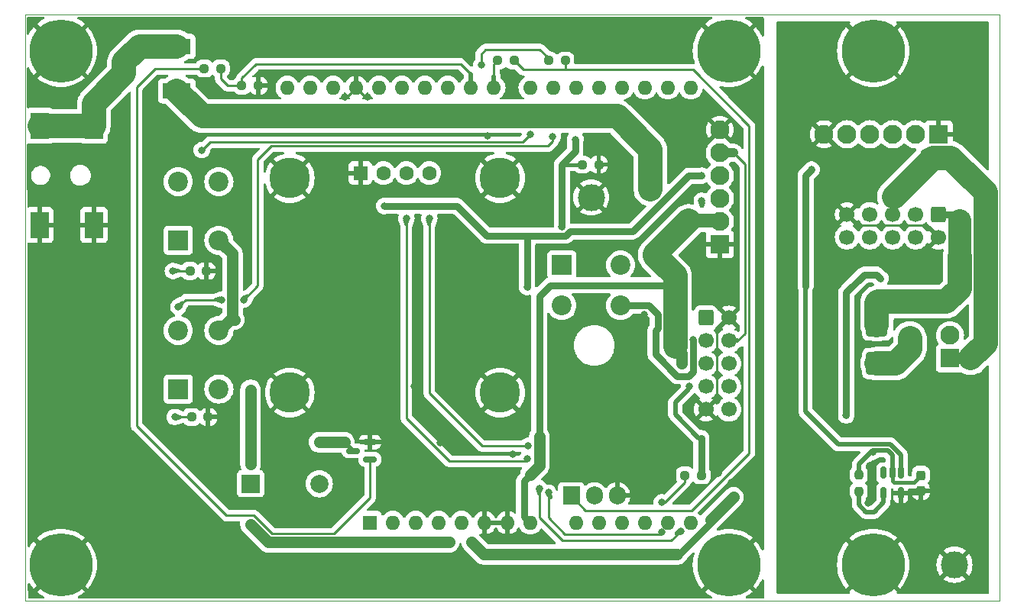
<source format=gtl>
G04 #@! TF.GenerationSoftware,KiCad,Pcbnew,8.0.6*
G04 #@! TF.CreationDate,2025-12-26T07:32:45-05:00*
G04 #@! TF.ProjectId,pcb_moonratII,7063625f-6d6f-46f6-9e72-617449492e6b,1.0*
G04 #@! TF.SameCoordinates,Original*
G04 #@! TF.FileFunction,Copper,L1,Top*
G04 #@! TF.FilePolarity,Positive*
%FSLAX46Y46*%
G04 Gerber Fmt 4.6, Leading zero omitted, Abs format (unit mm)*
G04 Created by KiCad (PCBNEW 8.0.6) date 2025-12-26 07:32:45*
%MOMM*%
%LPD*%
G01*
G04 APERTURE LIST*
G04 Aperture macros list*
%AMRoundRect*
0 Rectangle with rounded corners*
0 $1 Rounding radius*
0 $2 $3 $4 $5 $6 $7 $8 $9 X,Y pos of 4 corners*
0 Add a 4 corners polygon primitive as box body*
4,1,4,$2,$3,$4,$5,$6,$7,$8,$9,$2,$3,0*
0 Add four circle primitives for the rounded corners*
1,1,$1+$1,$2,$3*
1,1,$1+$1,$4,$5*
1,1,$1+$1,$6,$7*
1,1,$1+$1,$8,$9*
0 Add four rect primitives between the rounded corners*
20,1,$1+$1,$2,$3,$4,$5,0*
20,1,$1+$1,$4,$5,$6,$7,0*
20,1,$1+$1,$6,$7,$8,$9,0*
20,1,$1+$1,$8,$9,$2,$3,0*%
G04 Aperture macros list end*
G04 #@! TA.AperFunction,ComponentPad*
%ADD10C,0.800000*%
G04 #@! TD*
G04 #@! TA.AperFunction,ComponentPad*
%ADD11C,7.000000*%
G04 #@! TD*
G04 #@! TA.AperFunction,SMDPad,CuDef*
%ADD12RoundRect,0.237500X0.250000X0.237500X-0.250000X0.237500X-0.250000X-0.237500X0.250000X-0.237500X0*%
G04 #@! TD*
G04 #@! TA.AperFunction,ComponentPad*
%ADD13C,3.000000*%
G04 #@! TD*
G04 #@! TA.AperFunction,ComponentPad*
%ADD14R,2.200000X2.200000*%
G04 #@! TD*
G04 #@! TA.AperFunction,ComponentPad*
%ADD15C,2.200000*%
G04 #@! TD*
G04 #@! TA.AperFunction,ComponentPad*
%ADD16R,2.100000X2.100000*%
G04 #@! TD*
G04 #@! TA.AperFunction,ComponentPad*
%ADD17C,2.100000*%
G04 #@! TD*
G04 #@! TA.AperFunction,SMDPad,CuDef*
%ADD18RoundRect,0.237500X0.237500X-0.250000X0.237500X0.250000X-0.237500X0.250000X-0.237500X-0.250000X0*%
G04 #@! TD*
G04 #@! TA.AperFunction,ComponentPad*
%ADD19RoundRect,0.250000X-0.600000X0.600000X-0.600000X-0.600000X0.600000X-0.600000X0.600000X0.600000X0*%
G04 #@! TD*
G04 #@! TA.AperFunction,ComponentPad*
%ADD20C,1.700000*%
G04 #@! TD*
G04 #@! TA.AperFunction,SMDPad,CuDef*
%ADD21R,2.000000X3.000000*%
G04 #@! TD*
G04 #@! TA.AperFunction,SMDPad,CuDef*
%ADD22R,2.000000X2.999999*%
G04 #@! TD*
G04 #@! TA.AperFunction,SMDPad,CuDef*
%ADD23RoundRect,0.237500X-0.250000X-0.237500X0.250000X-0.237500X0.250000X0.237500X-0.250000X0.237500X0*%
G04 #@! TD*
G04 #@! TA.AperFunction,SMDPad,CuDef*
%ADD24R,3.150000X1.780000*%
G04 #@! TD*
G04 #@! TA.AperFunction,ComponentPad*
%ADD25R,1.905000X2.000000*%
G04 #@! TD*
G04 #@! TA.AperFunction,ComponentPad*
%ADD26O,1.905000X2.000000*%
G04 #@! TD*
G04 #@! TA.AperFunction,ComponentPad*
%ADD27R,2.000000X2.000000*%
G04 #@! TD*
G04 #@! TA.AperFunction,ComponentPad*
%ADD28C,2.000000*%
G04 #@! TD*
G04 #@! TA.AperFunction,ComponentPad*
%ADD29R,1.600000X1.600000*%
G04 #@! TD*
G04 #@! TA.AperFunction,ComponentPad*
%ADD30C,1.600000*%
G04 #@! TD*
G04 #@! TA.AperFunction,ComponentPad*
%ADD31C,4.500000*%
G04 #@! TD*
G04 #@! TA.AperFunction,SMDPad,CuDef*
%ADD32RoundRect,0.250000X-0.900000X1.000000X-0.900000X-1.000000X0.900000X-1.000000X0.900000X1.000000X0*%
G04 #@! TD*
G04 #@! TA.AperFunction,SMDPad,CuDef*
%ADD33RoundRect,0.237500X-0.237500X0.300000X-0.237500X-0.300000X0.237500X-0.300000X0.237500X0.300000X0*%
G04 #@! TD*
G04 #@! TA.AperFunction,SMDPad,CuDef*
%ADD34RoundRect,0.150000X0.587500X0.150000X-0.587500X0.150000X-0.587500X-0.150000X0.587500X-0.150000X0*%
G04 #@! TD*
G04 #@! TA.AperFunction,SMDPad,CuDef*
%ADD35RoundRect,0.150000X-0.150000X0.512500X-0.150000X-0.512500X0.150000X-0.512500X0.150000X0.512500X0*%
G04 #@! TD*
G04 #@! TA.AperFunction,ComponentPad*
%ADD36RoundRect,0.250000X-0.600000X-0.600000X0.600000X-0.600000X0.600000X0.600000X-0.600000X0.600000X0*%
G04 #@! TD*
G04 #@! TA.AperFunction,ComponentPad*
%ADD37O,1.600000X1.600000*%
G04 #@! TD*
G04 #@! TA.AperFunction,ViaPad*
%ADD38C,0.800000*%
G04 #@! TD*
G04 #@! TA.AperFunction,ViaPad*
%ADD39C,1.200000*%
G04 #@! TD*
G04 #@! TA.AperFunction,Conductor*
%ADD40C,0.762000*%
G04 #@! TD*
G04 #@! TA.AperFunction,Conductor*
%ADD41C,1.270000*%
G04 #@! TD*
G04 #@! TA.AperFunction,Conductor*
%ADD42C,0.381000*%
G04 #@! TD*
G04 #@! TA.AperFunction,Conductor*
%ADD43C,0.250000*%
G04 #@! TD*
G04 #@! TA.AperFunction,Conductor*
%ADD44C,0.500000*%
G04 #@! TD*
G04 #@! TA.AperFunction,Conductor*
%ADD45C,2.700000*%
G04 #@! TD*
G04 #@! TA.AperFunction,Conductor*
%ADD46C,0.508000*%
G04 #@! TD*
G04 #@! TA.AperFunction,Conductor*
%ADD47C,1.500000*%
G04 #@! TD*
G04 #@! TA.AperFunction,Conductor*
%ADD48C,0.254000*%
G04 #@! TD*
G04 #@! TA.AperFunction,Conductor*
%ADD49C,1.000000*%
G04 #@! TD*
G04 #@! TA.AperFunction,Conductor*
%ADD50C,2.500000*%
G04 #@! TD*
G04 #@! TA.AperFunction,Profile*
%ADD51C,0.100000*%
G04 #@! TD*
G04 APERTURE END LIST*
D10*
G04 #@! TO.P,H2,1,1*
G04 #@! TO.N,GND*
X51375000Y-146000000D03*
X52143845Y-144143845D03*
X52143845Y-147856155D03*
X54000000Y-143375000D03*
D11*
X54000000Y-146000000D03*
D10*
X54000000Y-148625000D03*
X55856155Y-144143845D03*
X55856155Y-147856155D03*
X56625000Y-146000000D03*
G04 #@! TD*
D12*
G04 #@! TO.P,R2,1*
G04 #@! TO.N,HEATER_ON*
X104212500Y-90079714D03*
G04 #@! TO.P,R2,2*
G04 #@! TO.N,Net-(A1-D8)*
X102387500Y-90079714D03*
G04 #@! TD*
D13*
G04 #@! TO.P,TP2,1,1*
G04 #@! TO.N,GND1*
X153000000Y-146000000D03*
G04 #@! TD*
D14*
G04 #@! TO.P,SW1,1,1*
G04 #@! TO.N,BTN_DOWN*
X67000000Y-110000000D03*
D15*
G04 #@! TO.P,SW1,2,2*
X67000000Y-103500000D03*
G04 #@! TO.P,SW1,3,K*
G04 #@! TO.N,+5V*
X71500000Y-110000000D03*
G04 #@! TO.P,SW1,4,A*
X71500000Y-103500000D03*
G04 #@! TD*
D10*
G04 #@! TO.P,H3,1,1*
G04 #@! TO.N,GND*
X125375000Y-146000000D03*
X126143845Y-144143845D03*
X126143845Y-147856155D03*
X128000000Y-143375000D03*
D11*
X128000000Y-146000000D03*
D10*
X128000000Y-148625000D03*
X129856155Y-144143845D03*
X129856155Y-147856155D03*
X130625000Y-146000000D03*
G04 #@! TD*
D16*
G04 #@! TO.P,J9,1,Pin_1*
G04 #@! TO.N,GND1*
X151250000Y-98250000D03*
D17*
G04 #@! TO.P,J9,2,Pin_2*
G04 #@! TO.N,VCCQ*
X148710000Y-98250000D03*
G04 #@! TO.P,J9,3,Pin_3*
G04 #@! TO.N,HeaterDrive_IB*
X146170000Y-98250000D03*
G04 #@! TO.P,J9,4,Pin_4*
G04 #@! TO.N,+5P*
X143630000Y-98250000D03*
G04 #@! TO.P,J9,5,Pin_5*
G04 #@! TO.N,TempOut_IB*
X141090000Y-98250000D03*
G04 #@! TO.P,J9,6,Pin_6*
G04 #@! TO.N,GND1*
X138550000Y-98250000D03*
G04 #@! TD*
D18*
G04 #@! TO.P,R7,1*
G04 #@! TO.N,Net-(U1-{slash}SHUTDOWN)*
X142400000Y-137842214D03*
G04 #@! TO.P,R7,2*
G04 #@! TO.N,+5P*
X142400000Y-136017214D03*
G04 #@! TD*
D19*
G04 #@! TO.P,J10,1,Pin_1*
G04 #@! TO.N,HeaterDrive_IB*
X151250000Y-107125000D03*
D20*
G04 #@! TO.P,J10,2,Pin_2*
G04 #@! TO.N,GND1*
X151250000Y-109665000D03*
G04 #@! TO.P,J10,3,Pin_3*
G04 #@! TO.N,+5P*
X148710000Y-107125000D03*
G04 #@! TO.P,J10,4,Pin_4*
G04 #@! TO.N,TempOut_IB*
X148710000Y-109665000D03*
G04 #@! TO.P,J10,5,Pin_5*
G04 #@! TO.N,VCCQ*
X146170000Y-107125000D03*
G04 #@! TO.P,J10,6,Pin_6*
X146170000Y-109665000D03*
G04 #@! TO.P,J10,7,Pin_7*
G04 #@! TO.N,TempOut_IB*
X143630000Y-107125000D03*
G04 #@! TO.P,J10,8,Pin_8*
G04 #@! TO.N,+5P*
X143630000Y-109665000D03*
G04 #@! TO.P,J10,9,Pin_9*
G04 #@! TO.N,GND1*
X141090000Y-107125000D03*
G04 #@! TO.P,J10,10,Pin_10*
G04 #@! TO.N,HeaterDrive_IB*
X141090000Y-109665000D03*
G04 #@! TD*
D21*
G04 #@! TO.P,J1,1*
G04 #@! TO.N,Net-(F1-Pad2)*
X57650000Y-97300000D03*
G04 #@! TO.P,J1,2*
G04 #@! TO.N,GND*
X57650000Y-108300000D03*
G04 #@! TO.P,J1,3*
X51650000Y-108300000D03*
D22*
G04 #@! TO.P,J1,4*
G04 #@! TO.N,Net-(F1-Pad2)*
X51650000Y-97300000D03*
G04 #@! TD*
D23*
G04 #@! TO.P,R10,1*
G04 #@! TO.N,BUZZER_ON*
X74042000Y-92850714D03*
G04 #@! TO.P,R10,2*
G04 #@! TO.N,GND*
X75867000Y-92850714D03*
G04 #@! TD*
D12*
G04 #@! TO.P,R3,1*
G04 #@! TO.N,GND*
X113585000Y-101600000D03*
G04 #@! TO.P,R3,2*
G04 #@! TO.N,BTN_SELECT*
X111760000Y-101600000D03*
G04 #@! TD*
D14*
G04 #@! TO.P,SW3,1,1*
G04 #@! TO.N,BTN_UP*
X67000000Y-126500000D03*
D15*
G04 #@! TO.P,SW3,2,2*
X67000000Y-120000000D03*
G04 #@! TO.P,SW3,3,K*
G04 #@! TO.N,+5V*
X71500000Y-126500000D03*
G04 #@! TO.P,SW3,4,A*
X71500000Y-120000000D03*
G04 #@! TD*
D24*
G04 #@! TO.P,F1,1*
G04 #@! TO.N,VCC*
X66840707Y-93429293D03*
G04 #@! TO.P,F1,2*
G04 #@! TO.N,Net-(F1-Pad2)*
X66840707Y-88499293D03*
G04 #@! TD*
D16*
G04 #@! TO.P,J6,1,Pin_1*
G04 #@! TO.N,GND*
X127000000Y-110450000D03*
D17*
G04 #@! TO.P,J6,2,Pin_2*
G04 #@! TO.N,VCC*
X127000000Y-107910000D03*
G04 #@! TO.P,J6,3,Pin_3*
G04 #@! TO.N,HeaterDrive*
X127000000Y-105370000D03*
G04 #@! TO.P,J6,4,Pin_4*
G04 #@! TO.N,+5V*
X127000000Y-102830000D03*
G04 #@! TO.P,J6,5,Pin_5*
G04 #@! TO.N,TempOut*
X127000000Y-100290000D03*
G04 #@! TO.P,J6,6,Pin_6*
G04 #@! TO.N,GND*
X127000000Y-97750000D03*
G04 #@! TD*
D13*
G04 #@! TO.P,TP1,1,1*
G04 #@! TO.N,GND*
X112749993Y-105250005D03*
G04 #@! TD*
D16*
G04 #@! TO.P,J11,1,Pin_1*
G04 #@! TO.N,VCCQ*
X152500000Y-123099714D03*
D17*
G04 #@! TO.P,J11,2,Pin_2*
G04 #@! TO.N,Net-(D1-A)*
X152500000Y-120559714D03*
G04 #@! TD*
D10*
G04 #@! TO.P,H6,1,1*
G04 #@! TO.N,GND1*
X141375000Y-146000000D03*
X142143845Y-144143845D03*
X142143845Y-147856155D03*
X144000000Y-143375000D03*
D11*
X144000000Y-146000000D03*
D10*
X144000000Y-148625000D03*
X145856155Y-144143845D03*
X145856155Y-147856155D03*
X146625000Y-146000000D03*
G04 #@! TD*
D25*
G04 #@! TO.P,Q1,1,G*
G04 #@! TO.N,HEATER_ON*
X110550000Y-138329714D03*
D26*
G04 #@! TO.P,Q1,2,D*
G04 #@! TO.N,HeaterDrive*
X113090000Y-138329714D03*
G04 #@! TO.P,Q1,3,S*
G04 #@! TO.N,GND*
X115630000Y-138329714D03*
G04 #@! TD*
D10*
G04 #@! TO.P,H4,1,1*
G04 #@! TO.N,GND*
X125375000Y-89000000D03*
X126143845Y-87143845D03*
X126143845Y-90856155D03*
X128000000Y-86375000D03*
D11*
X128000000Y-89000000D03*
D10*
X128000000Y-91625000D03*
X129856155Y-87143845D03*
X129856155Y-90856155D03*
X130625000Y-89000000D03*
G04 #@! TD*
G04 #@! TO.P,H1,1,1*
G04 #@! TO.N,GND*
X51375000Y-89000000D03*
X52143845Y-87143845D03*
X52143845Y-90856155D03*
X54000000Y-86375000D03*
D11*
X54000000Y-89000000D03*
D10*
X54000000Y-91625000D03*
X55856155Y-87143845D03*
X55856155Y-90856155D03*
X56625000Y-89000000D03*
G04 #@! TD*
D27*
G04 #@! TO.P,BZ1,1,-*
G04 #@! TO.N,+5V*
X75000000Y-137000000D03*
D28*
G04 #@! TO.P,BZ1,2,+*
G04 #@! TO.N,Net-(BZ1-+)*
X82620000Y-137000000D03*
G04 #@! TD*
D12*
G04 #@! TO.P,R4,1*
G04 #@! TO.N,GND*
X70312500Y-129600000D03*
G04 #@! TO.P,R4,2*
G04 #@! TO.N,BTN_UP*
X68487500Y-129600000D03*
G04 #@! TD*
D29*
G04 #@! TO.P,J2,1,Pin_1*
G04 #@! TO.N,GND*
X87190000Y-102540000D03*
D30*
G04 #@! TO.P,J2,2,Pin_2*
G04 #@! TO.N,+5V*
X89730000Y-102540000D03*
G04 #@! TO.P,J2,3,Pin_3*
G04 #@! TO.N,SCL*
X92270000Y-102540000D03*
G04 #@! TO.P,J2,4,Pin_4*
G04 #@! TO.N,SDA*
X94810000Y-102540000D03*
D31*
G04 #@! TO.P,J2,5,Pin_5*
G04 #@! TO.N,GND*
X79350000Y-103100000D03*
G04 #@! TO.P,J2,6,Pin_6*
X102650000Y-103100000D03*
G04 #@! TO.P,J2,7,Pin_7*
X79350000Y-126900000D03*
G04 #@! TO.P,J2,8,Pin_8*
X102650000Y-126900000D03*
G04 #@! TD*
D14*
G04 #@! TO.P,SW2,1,1*
G04 #@! TO.N,BTN_SELECT*
X109500000Y-112750000D03*
D15*
G04 #@! TO.P,SW2,2,2*
X116000000Y-112750000D03*
G04 #@! TO.P,SW2,3,K*
G04 #@! TO.N,+5V*
X109500000Y-117250000D03*
G04 #@! TO.P,SW2,4,A*
X116000000Y-117250000D03*
G04 #@! TD*
D32*
G04 #@! TO.P,D1,1,K*
G04 #@! TO.N,HeaterDrive_IB*
X144400000Y-119380000D03*
G04 #@! TO.P,D1,2,A*
G04 #@! TO.N,Net-(D1-A)*
X144400000Y-123680000D03*
G04 #@! TD*
D12*
G04 #@! TO.P,R5,1*
G04 #@! TO.N,GND*
X70112500Y-113400000D03*
G04 #@! TO.P,R5,2*
G04 #@! TO.N,BTN_DOWN*
X68287500Y-113400000D03*
G04 #@! TD*
D23*
G04 #@! TO.P,R1,1*
G04 #@! TO.N,TEMP_IN*
X123137500Y-136079714D03*
G04 #@! TO.P,R1,2*
G04 #@! TO.N,TempOut*
X124962500Y-136079714D03*
G04 #@! TD*
D10*
G04 #@! TO.P,H5,1,1*
G04 #@! TO.N,GND1*
X141375000Y-89000000D03*
X142143845Y-87143845D03*
X142143845Y-90856155D03*
X144000000Y-86375000D03*
D11*
X144000000Y-89000000D03*
D10*
X144000000Y-91625000D03*
X145856155Y-87143845D03*
X145856155Y-90856155D03*
X146625000Y-89000000D03*
G04 #@! TD*
D12*
G04 #@! TO.P,R9,1*
G04 #@! TO.N,HEATER_ON*
X109875000Y-90079714D03*
G04 #@! TO.P,R9,2*
G04 #@! TO.N,Net-(A1-D10)*
X108050000Y-90079714D03*
G04 #@! TD*
D33*
G04 #@! TO.P,C1,1*
G04 #@! TO.N,+5P*
X149273000Y-136057214D03*
G04 #@! TO.P,C1,2*
G04 #@! TO.N,GND1*
X149273000Y-137782214D03*
G04 #@! TD*
D34*
G04 #@! TO.P,Q2,1,G*
G04 #@! TO.N,Net-(Q2-G)*
X88235000Y-134300000D03*
G04 #@! TO.P,Q2,2,S*
G04 #@! TO.N,GND*
X88235000Y-132400000D03*
G04 #@! TO.P,Q2,3,D*
G04 #@! TO.N,Net-(BZ1-+)*
X86360000Y-133350000D03*
G04 #@! TD*
D35*
G04 #@! TO.P,U1,1,Vout*
G04 #@! TO.N,TempOut_IB*
X147050000Y-135792214D03*
G04 #@! TO.P,U1,2,+Vs*
G04 #@! TO.N,+5P*
X146100000Y-135792214D03*
G04 #@! TO.P,U1,3,NC*
G04 #@! TO.N,unconnected-(U1-NC-Pad3)*
X145150000Y-135792214D03*
G04 #@! TO.P,U1,4,/SHUTDOWN*
G04 #@! TO.N,Net-(U1-{slash}SHUTDOWN)*
X145150000Y-138067214D03*
G04 #@! TO.P,U1,5,V_{SS}*
G04 #@! TO.N,GND1*
X147050000Y-138067214D03*
G04 #@! TD*
D36*
G04 #@! TO.P,J5,1,Pin_1*
G04 #@! TO.N,HeaterDrive*
X125460000Y-118600000D03*
D20*
G04 #@! TO.P,J5,2,Pin_2*
G04 #@! TO.N,GND*
X128000000Y-118600000D03*
G04 #@! TO.P,J5,3,Pin_3*
G04 #@! TO.N,+5V*
X125460000Y-121140000D03*
G04 #@! TO.P,J5,4,Pin_4*
G04 #@! TO.N,TempOut*
X128000000Y-121140000D03*
G04 #@! TO.P,J5,5,Pin_5*
G04 #@! TO.N,VCC*
X125460000Y-123680000D03*
G04 #@! TO.P,J5,6,Pin_6*
X128000000Y-123680000D03*
G04 #@! TO.P,J5,7,Pin_7*
G04 #@! TO.N,TempOut*
X125460000Y-126220000D03*
G04 #@! TO.P,J5,8,Pin_8*
G04 #@! TO.N,+5V*
X128000000Y-126220000D03*
G04 #@! TO.P,J5,9,Pin_9*
G04 #@! TO.N,GND*
X125460000Y-128760000D03*
G04 #@! TO.P,J5,10,Pin_10*
G04 #@! TO.N,HeaterDrive*
X128000000Y-128760000D03*
G04 #@! TD*
D12*
G04 #@! TO.P,R6,1*
G04 #@! TO.N,BUZZER_ON*
X71699500Y-90945714D03*
G04 #@! TO.P,R6,2*
G04 #@! TO.N,Net-(Q2-G)*
X69874500Y-90945714D03*
G04 #@! TD*
D29*
G04 #@! TO.P,A1,1,NC*
G04 #@! TO.N,unconnected-(A1-NC-Pad1)*
X88225000Y-141330000D03*
D37*
G04 #@! TO.P,A1,2,IOREF*
G04 #@! TO.N,unconnected-(A1-IOREF-Pad2)*
X90765000Y-141330000D03*
G04 #@! TO.P,A1,3,~{RESET}*
G04 #@! TO.N,unconnected-(A1-~{RESET}-Pad3)*
X93305000Y-141330000D03*
G04 #@! TO.P,A1,4,3V3*
G04 #@! TO.N,unconnected-(A1-3V3-Pad4)*
X95845000Y-141330000D03*
G04 #@! TO.P,A1,5,+5V*
G04 #@! TO.N,+5V*
X98385000Y-141330000D03*
G04 #@! TO.P,A1,6,GND*
G04 #@! TO.N,GND*
X100925000Y-141330000D03*
G04 #@! TO.P,A1,7,GND*
X103465000Y-141330000D03*
G04 #@! TO.P,A1,8,VIN*
G04 #@! TO.N,VCC*
X106005000Y-141330000D03*
G04 #@! TO.P,A1,9,A0*
G04 #@! TO.N,TEMP_IN*
X111085000Y-141330000D03*
G04 #@! TO.P,A1,10,A1*
G04 #@! TO.N,unconnected-(A1-A1-Pad10)*
X113625000Y-141330000D03*
G04 #@! TO.P,A1,11,A2*
G04 #@! TO.N,unconnected-(A1-A2-Pad11)*
X116165000Y-141330000D03*
G04 #@! TO.P,A1,12,A3*
G04 #@! TO.N,unconnected-(A1-A3-Pad12)*
X118705000Y-141330000D03*
G04 #@! TO.P,A1,13,SDA/A4*
G04 #@! TO.N,SDA*
X121245000Y-141330000D03*
G04 #@! TO.P,A1,14,SCL/A5*
G04 #@! TO.N,SCL*
X123785000Y-141330000D03*
G04 #@! TO.P,A1,15,D0/RX*
G04 #@! TO.N,unconnected-(A1-D0{slash}RX-Pad15)*
X123785000Y-93070000D03*
G04 #@! TO.P,A1,16,D1/TX*
G04 #@! TO.N,unconnected-(A1-D1{slash}TX-Pad16)*
X121245000Y-93070000D03*
G04 #@! TO.P,A1,17,D2*
G04 #@! TO.N,unconnected-(A1-D2-Pad17)*
X118705000Y-93070000D03*
G04 #@! TO.P,A1,18,D3*
G04 #@! TO.N,unconnected-(A1-D3-Pad18)*
X116165000Y-93070000D03*
G04 #@! TO.P,A1,19,D4*
G04 #@! TO.N,unconnected-(A1-D4-Pad19)*
X113625000Y-93070000D03*
G04 #@! TO.P,A1,20,D5*
G04 #@! TO.N,BTN_SELECT*
X111085000Y-93070000D03*
G04 #@! TO.P,A1,21,D6*
G04 #@! TO.N,BTN_UP*
X108545000Y-93070000D03*
G04 #@! TO.P,A1,22,D7*
G04 #@! TO.N,BTN_DOWN*
X106005000Y-93070000D03*
G04 #@! TO.P,A1,23,D8*
G04 #@! TO.N,Net-(A1-D8)*
X101945000Y-93070000D03*
G04 #@! TO.P,A1,24,D9*
G04 #@! TO.N,BUZZER_ON*
X99405000Y-93070000D03*
G04 #@! TO.P,A1,25,D10*
G04 #@! TO.N,Net-(A1-D10)*
X96865000Y-93070000D03*
G04 #@! TO.P,A1,26,D11*
G04 #@! TO.N,unconnected-(A1-D11-Pad26)*
X94325000Y-93070000D03*
G04 #@! TO.P,A1,27,D12*
G04 #@! TO.N,unconnected-(A1-D12-Pad27)*
X91785000Y-93070000D03*
G04 #@! TO.P,A1,28,D13*
G04 #@! TO.N,unconnected-(A1-D13-Pad28)*
X89245000Y-93070000D03*
G04 #@! TO.P,A1,29,GND*
G04 #@! TO.N,GND*
X86705000Y-93070000D03*
G04 #@! TO.P,A1,30,AREF*
G04 #@! TO.N,unconnected-(A1-AREF-Pad30)*
X84165000Y-93070000D03*
G04 #@! TO.P,A1,31,SDA/A4*
G04 #@! TO.N,unconnected-(A1-SDA{slash}A4-Pad31)*
X81625000Y-93070000D03*
G04 #@! TO.P,A1,32,SCL/A5*
G04 #@! TO.N,unconnected-(A1-SCL{slash}A5-Pad32)*
X79085000Y-93070000D03*
G04 #@! TD*
D38*
G04 #@! TO.N,+5V*
X75000000Y-126600000D03*
X128500000Y-138500000D03*
X124019000Y-121000951D03*
X75000000Y-134800000D03*
X125000000Y-102830000D03*
X99500000Y-143500000D03*
X105650000Y-115200000D03*
X89800000Y-106200000D03*
X97000000Y-143500000D03*
X75000000Y-141500000D03*
G04 #@! TO.N,GND*
X126700000Y-127800000D03*
X97800000Y-109200000D03*
X104050000Y-133725000D03*
X103934000Y-91707714D03*
X93120000Y-126229714D03*
X87931998Y-94120714D03*
X118616155Y-118231000D03*
X107000000Y-111000000D03*
X125000000Y-130500000D03*
X117800000Y-137829714D03*
X77264000Y-93739714D03*
X116200000Y-102200000D03*
X128300000Y-136829714D03*
X121550000Y-136829714D03*
X96040000Y-132419714D03*
X85392000Y-94120714D03*
X122550000Y-100079714D03*
X117400000Y-110400000D03*
X88059000Y-91834714D03*
X99200000Y-103329714D03*
X106100000Y-103600000D03*
X117300000Y-107200000D03*
X127800000Y-113829714D03*
X93600000Y-110200000D03*
X101250879Y-98384281D03*
X70406000Y-93231714D03*
X126800000Y-135829714D03*
X128050000Y-116329714D03*
X124050000Y-138079714D03*
X123489658Y-128574284D03*
D39*
G04 #@! TO.N,VCC*
X119800000Y-111579714D03*
D38*
X122784000Y-123680000D03*
D39*
X119309576Y-104339290D03*
D38*
G04 #@! TO.N,TEMP_IN*
X120550000Y-139079714D03*
G04 #@! TO.N,SDA*
X120550000Y-142329714D03*
X108000000Y-138000000D03*
X105765000Y-132799444D03*
X94810000Y-107600000D03*
G04 #@! TO.N,SCL*
X107000000Y-137500000D03*
X105680000Y-134229714D03*
X92270000Y-107600000D03*
X122660000Y-142265500D03*
G04 #@! TO.N,BTN_SELECT*
X110999997Y-98819717D03*
X109500000Y-108500000D03*
G04 #@! TO.N,BTN_UP*
X67000000Y-117400000D03*
X108500000Y-98519712D03*
X74234500Y-116600000D03*
X71765500Y-116600000D03*
X66600000Y-129600000D03*
G04 #@! TO.N,BTN_DOWN*
X69600000Y-100000000D03*
X66400000Y-113400000D03*
X105980000Y-98279714D03*
G04 #@! TO.N,Net-(A1-D10)*
X100550000Y-90579714D03*
G04 #@! TO.N,HeaterDrive*
X125000000Y-105600000D03*
G04 #@! TO.N,Net-(BZ1-+)*
X82600000Y-132400000D03*
G04 #@! TO.N,TempOut*
X123600000Y-126200000D03*
D39*
G04 #@! TO.N,Net-(D1-A)*
X148050000Y-120829714D03*
G04 #@! TO.N,HeaterDrive_IB*
X144400001Y-116929715D03*
D38*
G04 #@! TO.N,GND1*
X139800000Y-102579714D03*
X138430000Y-109220000D03*
X147100000Y-140429714D03*
X143403516Y-139126198D03*
X148590000Y-112395000D03*
X143600000Y-135029714D03*
X141951122Y-105005524D03*
X149146000Y-139078714D03*
X139065000Y-106045000D03*
D39*
G04 #@! TO.N,VCCQ*
X149800050Y-100450000D03*
X146304000Y-105156000D03*
D38*
G04 #@! TO.N,+5P*
X143900000Y-133475214D03*
X144800000Y-114229714D03*
X141000000Y-129429714D03*
G04 #@! TO.N,TempOut_IB*
X137160000Y-102158800D03*
G04 #@! TD*
D40*
G04 #@! TO.N,+5V*
X116000000Y-117250000D02*
X119129714Y-117250000D01*
D41*
X71500000Y-110000000D02*
X73000000Y-111500000D01*
X73200000Y-118800000D02*
X72700000Y-118800000D01*
D40*
X105650000Y-115200000D02*
X105650000Y-109531000D01*
X122550000Y-144829714D02*
X122300000Y-144829714D01*
X125000000Y-102830000D02*
X123549714Y-102830000D01*
X110376630Y-109010714D02*
X109906344Y-109481000D01*
D41*
X99500000Y-143500000D02*
X100829714Y-144829714D01*
D40*
X126000000Y-141379714D02*
X122550000Y-144829714D01*
D41*
X126000000Y-141000000D02*
X128500000Y-138500000D01*
D40*
X89800000Y-106200000D02*
X97870286Y-106200000D01*
X123549714Y-102830000D02*
X117369000Y-109010714D01*
X120119000Y-118239286D02*
X120119000Y-119779868D01*
D41*
X100829714Y-144829714D02*
X122300000Y-144829714D01*
D40*
X124019000Y-124610714D02*
X124019000Y-121000951D01*
X119869000Y-122648714D02*
X122300000Y-125079714D01*
X122300000Y-125079714D02*
X123550000Y-125079714D01*
D42*
X105650000Y-109531000D02*
X105600000Y-109481000D01*
D41*
X75000000Y-141500000D02*
X77000000Y-143500000D01*
X72700000Y-118800000D02*
X71500000Y-120000000D01*
D40*
X97870286Y-106200000D02*
X101151286Y-109481000D01*
X109906344Y-109481000D02*
X105600000Y-109481000D01*
X101151286Y-109481000D02*
X105600000Y-109481000D01*
X120119000Y-119779868D02*
X119869000Y-120029868D01*
D41*
X75000000Y-130000000D02*
X75000000Y-126600000D01*
D40*
X119869000Y-120029868D02*
X119869000Y-122648714D01*
X119129714Y-117250000D02*
X120119000Y-118239286D01*
D41*
X73000000Y-118600000D02*
X73200000Y-118800000D01*
D40*
X123550000Y-125079714D02*
X124019000Y-124610714D01*
X126000000Y-141000000D02*
X126000000Y-141379714D01*
D41*
X77000000Y-143500000D02*
X97000000Y-143500000D01*
D40*
X117369000Y-109010714D02*
X110376630Y-109010714D01*
D41*
X75000000Y-134800000D02*
X75000000Y-130000000D01*
X73000000Y-111500000D02*
X73000000Y-118600000D01*
D43*
G04 #@! TO.N,GND*
X85392000Y-94374714D02*
X85400286Y-94374714D01*
D44*
X128000000Y-118600000D02*
X126635000Y-119965000D01*
D43*
X126420000Y-127800000D02*
X125460000Y-128760000D01*
X86705000Y-93070000D02*
X87755714Y-94120714D01*
X126635000Y-127735000D02*
X126700000Y-127800000D01*
X85400286Y-94374714D02*
X86705000Y-93070000D01*
X87755714Y-94120714D02*
X87931998Y-94120714D01*
X126635000Y-119965000D02*
X126635000Y-127735000D01*
X126700000Y-127800000D02*
X126420000Y-127800000D01*
D41*
G04 #@! TO.N,VCC*
X107000000Y-135005000D02*
X107000000Y-131769714D01*
D45*
X119800000Y-111579714D02*
X123529714Y-107850000D01*
X122050000Y-113930934D02*
X122050000Y-121829714D01*
D40*
X107000000Y-132000000D02*
X107000000Y-116200000D01*
D41*
X126940000Y-107850000D02*
X127000000Y-107910000D01*
D45*
X119800000Y-111680934D02*
X122050000Y-113930934D01*
D40*
X108200000Y-115000000D02*
X121800000Y-115000000D01*
D46*
X122000000Y-114800000D02*
X121800000Y-115000000D01*
D47*
X123529714Y-107850000D02*
X126940000Y-107850000D01*
D40*
X105320000Y-136685000D02*
X105320000Y-140645000D01*
X106005000Y-136000000D02*
X105320000Y-136685000D01*
X107000000Y-116200000D02*
X108200000Y-115000000D01*
D45*
X115617284Y-96246998D02*
X119309576Y-99939290D01*
X66840707Y-93429293D02*
X69658412Y-96246998D01*
D40*
X105320000Y-140645000D02*
X106005000Y-141330000D01*
D45*
X69658412Y-96246998D02*
X115617284Y-96246998D01*
X119800000Y-111579714D02*
X119800000Y-111680934D01*
D41*
X106005000Y-136000000D02*
X107000000Y-135005000D01*
D45*
X119309576Y-99939290D02*
X119309576Y-104339290D01*
D41*
X122784000Y-123680000D02*
X122784000Y-122563714D01*
X122784000Y-122563714D02*
X122050000Y-121829714D01*
D43*
G04 #@! TO.N,TEMP_IN*
X120887500Y-139079714D02*
X120550000Y-139079714D01*
X123137500Y-136829714D02*
X120887500Y-139079714D01*
X123137500Y-136079714D02*
X123137500Y-136829714D01*
G04 #@! TO.N,SDA*
X109800000Y-142579714D02*
X120300000Y-142579714D01*
X108000000Y-138000000D02*
X108000000Y-139029714D01*
X94810000Y-126979714D02*
X100629730Y-132799444D01*
X94810000Y-107600000D02*
X94810000Y-126979714D01*
X120300000Y-142579714D02*
X120550000Y-142329714D01*
X108000000Y-140779714D02*
X109800000Y-142579714D01*
X108000000Y-139029714D02*
X108000000Y-140779714D01*
X100629730Y-132799444D02*
X105765000Y-132799444D01*
G04 #@! TO.N,SCL*
X122660000Y-142265500D02*
X121595786Y-143329714D01*
X109550000Y-143329714D02*
X107000000Y-140779714D01*
X105409714Y-134500000D02*
X105680000Y-134229714D01*
X97014981Y-134500000D02*
X105409714Y-134500000D01*
X107000000Y-140779714D02*
X107000000Y-137500000D01*
X121595786Y-143329714D02*
X109550000Y-143329714D01*
X92270000Y-129755019D02*
X97014981Y-134500000D01*
X92270000Y-107600000D02*
X92270000Y-129755019D01*
D42*
G04 #@! TO.N,BTN_SELECT*
X111760000Y-101600000D02*
X109500000Y-101600000D01*
D40*
X109500000Y-101600000D02*
X109500000Y-108500000D01*
X110999997Y-100100003D02*
X110999997Y-98819717D01*
X109500000Y-101600000D02*
X110999997Y-100100003D01*
D48*
G04 #@! TO.N,BTN_UP*
X108500000Y-99029714D02*
X108500000Y-98519712D01*
D43*
X67800000Y-116600000D02*
X71765500Y-116600000D01*
X77266433Y-99563281D02*
X75800000Y-101029714D01*
X107966433Y-99563281D02*
X77266433Y-99563281D01*
X108500000Y-99029714D02*
X107966433Y-99563281D01*
X67000000Y-117400000D02*
X67800000Y-116600000D01*
X68487500Y-129600000D02*
X66600000Y-129600000D01*
X75800000Y-115034500D02*
X74234500Y-116600000D01*
X75800000Y-101029714D02*
X75800000Y-115034500D01*
D48*
G04 #@! TO.N,BTN_DOWN*
X105148433Y-99111281D02*
X105980000Y-98279714D01*
D43*
X66400000Y-113400000D02*
X68287500Y-113400000D01*
D48*
X70488719Y-99111281D02*
X105148433Y-99111281D01*
X69600000Y-100000000D02*
X70488719Y-99111281D01*
D43*
G04 #@! TO.N,HEATER_ON*
X110550000Y-138329714D02*
X110550000Y-138377214D01*
X105212500Y-91079714D02*
X104212500Y-90079714D01*
X124050000Y-91079714D02*
X109800000Y-91079714D01*
X112140500Y-139967714D02*
X123886695Y-139967714D01*
X110550000Y-138377214D02*
X112140500Y-139967714D01*
X109875000Y-90079714D02*
X109875000Y-91004714D01*
X130252000Y-97281714D02*
X124050000Y-91079714D01*
X123886695Y-139967714D02*
X130252000Y-133602409D01*
X109800000Y-91079714D02*
X105212500Y-91079714D01*
X130252000Y-133602409D02*
X130252000Y-97281714D01*
X109875000Y-91004714D02*
X109800000Y-91079714D01*
G04 #@! TO.N,BUZZER_ON*
X74042000Y-92850714D02*
X74042000Y-92008714D01*
X71699500Y-92112214D02*
X72438000Y-92850714D01*
X98263000Y-90437714D02*
X99405000Y-91579714D01*
X74042000Y-92008714D02*
X75613000Y-90437714D01*
X75613000Y-90437714D02*
X98263000Y-90437714D01*
X72438000Y-92850714D02*
X74042000Y-92850714D01*
D46*
X99405000Y-93070000D02*
X99405000Y-91579714D01*
D43*
X71699500Y-90945714D02*
X71699500Y-92112214D01*
G04 #@! TO.N,Net-(A1-D8)*
X101945000Y-90522214D02*
X101945000Y-91829714D01*
D46*
X101945000Y-93070000D02*
X101945000Y-91829714D01*
D43*
X102387500Y-90079714D02*
X101945000Y-90522214D01*
G04 #@! TO.N,Net-(A1-D10)*
X101050000Y-88829714D02*
X107050000Y-88829714D01*
X100550000Y-90579714D02*
X100550000Y-89329714D01*
X100550000Y-89329714D02*
X101050000Y-88829714D01*
X107050000Y-88829714D02*
X107850000Y-89629714D01*
X107850000Y-89629714D02*
X108050000Y-89629714D01*
D41*
G04 #@! TO.N,Net-(BZ1-+)*
X82600000Y-132400000D02*
X85410000Y-132400000D01*
D46*
X85410000Y-132400000D02*
X86360000Y-133350000D01*
D45*
G04 #@! TO.N,Net-(F1-Pad2)*
X51650000Y-97300000D02*
X57650000Y-97300000D01*
X61000000Y-90200000D02*
X62700000Y-88500000D01*
X57650000Y-94850000D02*
X61000000Y-91500000D01*
X57650000Y-97300000D02*
X57650000Y-94850000D01*
X62700000Y-88500000D02*
X66840000Y-88500000D01*
X61000000Y-91500000D02*
X61000000Y-90200000D01*
D46*
G04 #@! TO.N,TempOut*
X122050000Y-129329714D02*
X124639286Y-131919000D01*
D49*
X128510286Y-100290000D02*
X127000000Y-100290000D01*
D46*
X122050000Y-127950000D02*
X122050000Y-129329714D01*
X128000000Y-121140000D02*
X128989714Y-121140000D01*
X123500000Y-126500000D02*
X122050000Y-127950000D01*
D48*
X129800000Y-120329714D02*
X129800000Y-101579714D01*
D40*
X124962498Y-131962498D02*
X124962498Y-136079712D01*
X124962498Y-136079712D02*
X124962500Y-136079714D01*
X124919000Y-131919000D02*
X124962498Y-131962498D01*
D48*
X128989714Y-121140000D02*
X129800000Y-120329714D01*
D46*
X124639286Y-131919000D02*
X124919000Y-131919000D01*
D48*
X129800000Y-101579714D02*
X128510286Y-100290000D01*
D45*
G04 #@! TO.N,Net-(D1-A)*
X146449714Y-123680000D02*
X148050000Y-122079714D01*
X148050000Y-122079714D02*
X148050000Y-120829714D01*
X144400000Y-123680000D02*
X146449714Y-123680000D01*
D43*
G04 #@! TO.N,Net-(Q2-G)*
X62400000Y-93000000D02*
X64400000Y-91000000D01*
X77397646Y-142540000D02*
X75397646Y-140540000D01*
X75397646Y-140540000D02*
X72340000Y-140540000D01*
X62400000Y-130600000D02*
X62400000Y-93000000D01*
X72340000Y-140540000D02*
X62400000Y-130600000D01*
X64400000Y-91000000D02*
X69820214Y-91000000D01*
X88235000Y-134300000D02*
X88235000Y-138565000D01*
X84260000Y-142540000D02*
X77397646Y-142540000D01*
X69820214Y-91000000D02*
X69874500Y-90945714D01*
X88235000Y-138565000D02*
X84260000Y-142540000D01*
D45*
G04 #@! TO.N,HeaterDrive_IB*
X153550000Y-115329714D02*
X153550000Y-111829714D01*
X144400001Y-116929715D02*
X144500002Y-116829714D01*
D40*
X152845286Y-107125000D02*
X153550000Y-107829714D01*
D45*
X144500002Y-116829714D02*
X152050000Y-116829714D01*
D50*
X153550000Y-107829714D02*
X153550000Y-111829714D01*
D40*
X151250000Y-107125000D02*
X152845286Y-107125000D01*
D45*
X144400000Y-119380000D02*
X144400000Y-116929714D01*
X152050000Y-116829714D02*
X153550000Y-115329714D01*
D48*
G04 #@! TO.N,GND1*
X142294714Y-108329714D02*
X141090000Y-107125000D01*
D42*
X148988000Y-138067214D02*
X149273000Y-137782214D01*
D48*
X149914714Y-108329714D02*
X142294714Y-108329714D01*
X151250000Y-109665000D02*
X149914714Y-108329714D01*
D42*
X147050000Y-138067214D02*
X148988000Y-138067214D01*
D41*
G04 #@! TO.N,VCCQ*
X152500000Y-123099714D02*
X154780000Y-123099714D01*
D45*
X146304000Y-105156000D02*
X150590143Y-100869857D01*
X156450000Y-121429714D02*
X154800000Y-123079714D01*
X150590143Y-100869857D02*
X152590143Y-100869857D01*
X156450000Y-104729714D02*
X156450000Y-121429714D01*
X152590143Y-100869857D02*
X156450000Y-104729714D01*
D41*
X154780000Y-123099714D02*
X154800000Y-123079714D01*
D42*
G04 #@! TO.N,+5P*
X148485000Y-136845214D02*
X146277500Y-136845214D01*
D46*
X146100000Y-135792214D02*
X146100000Y-133829714D01*
D40*
X144800000Y-114229714D02*
X144400000Y-113829714D01*
X143900000Y-133475214D02*
X143900000Y-133456714D01*
X142980316Y-113829714D02*
X141000000Y-115810030D01*
X141000000Y-115810030D02*
X141000000Y-129429714D01*
D42*
X149273000Y-136057214D02*
X148485000Y-136845214D01*
D46*
X143900000Y-133329714D02*
X142400000Y-134829714D01*
X145600000Y-133329714D02*
X143900000Y-133329714D01*
X146100000Y-133829714D02*
X145600000Y-133329714D01*
D40*
X144400000Y-113829714D02*
X142980316Y-113829714D01*
D46*
X142400000Y-134829714D02*
X142400000Y-136017214D01*
D42*
X146277500Y-136845214D02*
X146100000Y-136667714D01*
X146100000Y-136667714D02*
X146100000Y-135792214D01*
D40*
G04 #@! TO.N,TempOut_IB*
X137160000Y-102158800D02*
X136500000Y-102818800D01*
D46*
X136500000Y-129029714D02*
X136500000Y-115129714D01*
X140092000Y-132621714D02*
X136500000Y-129029714D01*
X145893263Y-132621714D02*
X140092000Y-132621714D01*
X147050000Y-135792214D02*
X147050000Y-133778451D01*
D40*
X136500000Y-102818800D02*
X136500000Y-115129714D01*
D46*
X147050000Y-133778451D02*
X145893263Y-132621714D01*
G04 #@! TO.N,Net-(U1-{slash}SHUTDOWN)*
X142400000Y-139329714D02*
X142400000Y-137842214D01*
X145150000Y-138067214D02*
X145150000Y-139079714D01*
X143200000Y-140129714D02*
X142400000Y-139329714D01*
X145150000Y-139079714D02*
X144100000Y-140129714D01*
X144100000Y-140129714D02*
X143200000Y-140129714D01*
G04 #@! TD*
G04 #@! TA.AperFunction,Conductor*
G04 #@! TO.N,GND*
G36*
X52681457Y-147156331D02*
G01*
X52843669Y-147318543D01*
X52951934Y-147401617D01*
X52355786Y-147997765D01*
X52393845Y-147905883D01*
X52393845Y-147806427D01*
X52355785Y-147714541D01*
X52285459Y-147644215D01*
X52193573Y-147606155D01*
X52094117Y-147606155D01*
X52002231Y-147644215D01*
X51931905Y-147714541D01*
X51893845Y-147806427D01*
X51893845Y-147905883D01*
X51931905Y-147997769D01*
X52002231Y-148068095D01*
X52094117Y-148106155D01*
X52193573Y-148106155D01*
X52285455Y-148068096D01*
X51353622Y-148999929D01*
X51353622Y-148999930D01*
X51459367Y-149095771D01*
X51775041Y-149329890D01*
X52086140Y-149516356D01*
X52133522Y-149567705D01*
X52145620Y-149636519D01*
X52118594Y-149700950D01*
X52061025Y-149740542D01*
X52022391Y-149746714D01*
X50463756Y-149746714D01*
X50396717Y-149727029D01*
X50350962Y-149674225D01*
X50339756Y-149622958D01*
X50339721Y-149605067D01*
X50336792Y-148117168D01*
X50356344Y-148050095D01*
X50409058Y-148004236D01*
X50478196Y-147994157D01*
X50541809Y-148023056D01*
X50567149Y-148053180D01*
X50670109Y-148224958D01*
X50904228Y-148540632D01*
X51000068Y-148646376D01*
X51000069Y-148646376D01*
X52598380Y-147048064D01*
X52681457Y-147156331D01*
G37*
G04 #@! TD.AperFunction*
G04 #@! TA.AperFunction,Conductor*
G36*
X61685834Y-93544995D02*
G01*
X61741767Y-93586867D01*
X61766184Y-93652331D01*
X61766500Y-93661177D01*
X61766500Y-130662398D01*
X61790843Y-130784777D01*
X61790845Y-130784785D01*
X61838598Y-130900072D01*
X61838603Y-130900081D01*
X61907928Y-131003832D01*
X61907931Y-131003836D01*
X71936161Y-141032067D01*
X71936168Y-141032073D01*
X72039923Y-141101399D01*
X72039924Y-141101399D01*
X72039925Y-141101400D01*
X72155215Y-141149155D01*
X72277601Y-141173499D01*
X72277605Y-141173500D01*
X72277606Y-141173500D01*
X72402394Y-141173500D01*
X73748773Y-141173500D01*
X73815812Y-141193185D01*
X73861567Y-141245989D01*
X73871511Y-141315147D01*
X73871246Y-141316898D01*
X73856500Y-141409998D01*
X73856500Y-141590001D01*
X73884655Y-141767764D01*
X73884656Y-141767770D01*
X73940277Y-141938951D01*
X74021991Y-142099325D01*
X74127787Y-142244941D01*
X74127789Y-142244943D01*
X76255057Y-144372211D01*
X76255063Y-144372216D01*
X76316335Y-144416733D01*
X76386106Y-144467424D01*
X76400675Y-144478009D01*
X76505512Y-144531426D01*
X76561047Y-144559723D01*
X76561050Y-144559724D01*
X76646639Y-144587533D01*
X76732230Y-144615343D01*
X76910004Y-144643500D01*
X76910005Y-144643500D01*
X97089994Y-144643500D01*
X97089995Y-144643500D01*
X97267770Y-144615343D01*
X97438952Y-144559723D01*
X97599325Y-144478009D01*
X97744940Y-144372213D01*
X97872213Y-144244940D01*
X97978009Y-144099325D01*
X98059723Y-143938952D01*
X98115343Y-143767770D01*
X98127526Y-143690846D01*
X98157455Y-143627713D01*
X98216766Y-143590781D01*
X98286628Y-143591779D01*
X98344861Y-143630388D01*
X98372472Y-143690846D01*
X98384655Y-143767765D01*
X98384656Y-143767770D01*
X98440277Y-143938951D01*
X98440278Y-143938952D01*
X98440279Y-143938955D01*
X98481654Y-144020158D01*
X98521991Y-144099325D01*
X98627787Y-144244941D01*
X99957501Y-145574654D01*
X100084774Y-145701927D01*
X100166978Y-145761652D01*
X100230384Y-145807720D01*
X100230386Y-145807721D01*
X100230389Y-145807723D01*
X100312104Y-145849358D01*
X100390763Y-145889438D01*
X100561944Y-145945058D01*
X100654184Y-145959667D01*
X100739715Y-145973214D01*
X100739719Y-145973214D01*
X122389994Y-145973214D01*
X122389995Y-145973214D01*
X122567770Y-145945057D01*
X122738952Y-145889437D01*
X122899325Y-145807723D01*
X123044940Y-145701927D01*
X123172213Y-145574654D01*
X123278009Y-145429039D01*
X123341180Y-145305055D01*
X123363979Y-145273676D01*
X123981880Y-144655775D01*
X124043199Y-144622293D01*
X124112890Y-144627277D01*
X124168824Y-144669148D01*
X124193241Y-144734613D01*
X124186309Y-144785232D01*
X124167623Y-144837456D01*
X124072129Y-145218691D01*
X124014461Y-145607449D01*
X123995176Y-146000000D01*
X124014461Y-146392550D01*
X124072129Y-146781308D01*
X124167625Y-147162549D01*
X124300016Y-147532559D01*
X124300023Y-147532575D01*
X124468062Y-147887864D01*
X124670109Y-148224958D01*
X124904228Y-148540632D01*
X125000068Y-148646376D01*
X125000069Y-148646376D01*
X126598381Y-147048064D01*
X126681457Y-147156331D01*
X126843669Y-147318543D01*
X126951934Y-147401617D01*
X126355786Y-147997765D01*
X126393845Y-147905883D01*
X126393845Y-147806427D01*
X126355785Y-147714541D01*
X126285459Y-147644215D01*
X126193573Y-147606155D01*
X126094117Y-147606155D01*
X126002231Y-147644215D01*
X125931905Y-147714541D01*
X125893845Y-147806427D01*
X125893845Y-147905883D01*
X125931905Y-147997769D01*
X126002231Y-148068095D01*
X126094117Y-148106155D01*
X126193573Y-148106155D01*
X126285455Y-148068096D01*
X125353622Y-148999929D01*
X125353622Y-148999930D01*
X125459367Y-149095771D01*
X125775041Y-149329890D01*
X126086140Y-149516356D01*
X126133522Y-149567705D01*
X126145620Y-149636519D01*
X126118594Y-149700950D01*
X126061025Y-149740542D01*
X126022391Y-149746714D01*
X55977609Y-149746714D01*
X55910570Y-149727029D01*
X55864815Y-149674225D01*
X55854871Y-149605067D01*
X55883896Y-149541511D01*
X55913860Y-149516356D01*
X56224958Y-149329890D01*
X56540632Y-149095770D01*
X56646376Y-148999929D01*
X55714542Y-148068095D01*
X55806427Y-148106155D01*
X55905883Y-148106155D01*
X55997769Y-148068095D01*
X56068095Y-147997769D01*
X56106155Y-147905883D01*
X56106155Y-147806427D01*
X56068095Y-147714542D01*
X56999929Y-148646376D01*
X57095770Y-148540632D01*
X57329890Y-148224958D01*
X57531937Y-147887864D01*
X57699976Y-147532575D01*
X57699983Y-147532559D01*
X57832374Y-147162549D01*
X57927870Y-146781308D01*
X57985538Y-146392550D01*
X58004823Y-146000000D01*
X57985538Y-145607449D01*
X57927870Y-145218691D01*
X57832374Y-144837450D01*
X57699983Y-144467440D01*
X57699976Y-144467424D01*
X57531937Y-144112135D01*
X57329890Y-143775041D01*
X57095771Y-143459367D01*
X56999930Y-143353622D01*
X56999929Y-143353622D01*
X56068096Y-144285454D01*
X56106155Y-144193573D01*
X56106155Y-144094117D01*
X56068095Y-144002231D01*
X55997769Y-143931905D01*
X55905883Y-143893845D01*
X55806427Y-143893845D01*
X55714541Y-143931905D01*
X55644215Y-144002231D01*
X55606155Y-144094117D01*
X55606155Y-144193573D01*
X55644215Y-144285459D01*
X55714541Y-144355785D01*
X55806427Y-144393845D01*
X55905883Y-144393845D01*
X55997764Y-144355786D01*
X55401617Y-144951934D01*
X55318543Y-144843669D01*
X55156331Y-144681457D01*
X55048065Y-144598381D01*
X56646376Y-143000069D01*
X56646376Y-143000068D01*
X56540632Y-142904228D01*
X56224958Y-142670109D01*
X55887864Y-142468062D01*
X55532575Y-142300023D01*
X55532559Y-142300016D01*
X55162549Y-142167625D01*
X54781308Y-142072129D01*
X54392550Y-142014461D01*
X54000000Y-141995176D01*
X53607449Y-142014461D01*
X53218691Y-142072129D01*
X52837450Y-142167625D01*
X52467440Y-142300016D01*
X52467424Y-142300023D01*
X52112135Y-142468062D01*
X51775041Y-142670109D01*
X51459368Y-142904228D01*
X51353622Y-143000069D01*
X52285457Y-143931904D01*
X52193573Y-143893845D01*
X52094117Y-143893845D01*
X52002231Y-143931905D01*
X51931905Y-144002231D01*
X51893845Y-144094117D01*
X51893845Y-144193573D01*
X51931904Y-144285457D01*
X51000069Y-143353622D01*
X50904228Y-143459368D01*
X50670109Y-143775041D01*
X50558843Y-143960678D01*
X50507494Y-144008060D01*
X50438680Y-144020158D01*
X50374249Y-143993132D01*
X50334657Y-143935563D01*
X50328485Y-143897173D01*
X50327623Y-143459367D01*
X50262482Y-110367943D01*
X50282034Y-110300871D01*
X50334748Y-110255012D01*
X50403886Y-110244933D01*
X50429814Y-110251523D01*
X50542620Y-110293596D01*
X50542627Y-110293598D01*
X50602155Y-110299999D01*
X50602172Y-110300000D01*
X51400000Y-110300000D01*
X51900000Y-110300000D01*
X52697828Y-110300000D01*
X52697844Y-110299999D01*
X52757372Y-110293598D01*
X52757379Y-110293596D01*
X52892086Y-110243354D01*
X52892093Y-110243350D01*
X53007187Y-110157190D01*
X53007190Y-110157187D01*
X53093350Y-110042093D01*
X53093354Y-110042086D01*
X53143596Y-109907379D01*
X53143598Y-109907372D01*
X53149999Y-109847844D01*
X56150000Y-109847844D01*
X56156401Y-109907372D01*
X56156403Y-109907379D01*
X56206645Y-110042086D01*
X56206649Y-110042093D01*
X56292809Y-110157187D01*
X56292812Y-110157190D01*
X56407906Y-110243350D01*
X56407913Y-110243354D01*
X56542620Y-110293596D01*
X56542627Y-110293598D01*
X56602155Y-110299999D01*
X56602172Y-110300000D01*
X57400000Y-110300000D01*
X57900000Y-110300000D01*
X58697828Y-110300000D01*
X58697844Y-110299999D01*
X58757372Y-110293598D01*
X58757379Y-110293596D01*
X58892086Y-110243354D01*
X58892093Y-110243350D01*
X59007187Y-110157190D01*
X59007190Y-110157187D01*
X59093350Y-110042093D01*
X59093354Y-110042086D01*
X59143596Y-109907379D01*
X59143598Y-109907372D01*
X59149999Y-109847844D01*
X59150000Y-109847827D01*
X59150000Y-108550000D01*
X57900000Y-108550000D01*
X57900000Y-110300000D01*
X57400000Y-110300000D01*
X57400000Y-108550000D01*
X56150000Y-108550000D01*
X56150000Y-109847844D01*
X53149999Y-109847844D01*
X53150000Y-109847827D01*
X53150000Y-108550000D01*
X51900000Y-108550000D01*
X51900000Y-110300000D01*
X51400000Y-110300000D01*
X51400000Y-108050000D01*
X51900000Y-108050000D01*
X53150000Y-108050000D01*
X53150000Y-106752172D01*
X53149999Y-106752155D01*
X56150000Y-106752155D01*
X56150000Y-108050000D01*
X57400000Y-108050000D01*
X57900000Y-108050000D01*
X59150000Y-108050000D01*
X59150000Y-106752172D01*
X59149999Y-106752155D01*
X59143598Y-106692627D01*
X59143596Y-106692620D01*
X59093354Y-106557913D01*
X59093350Y-106557906D01*
X59007190Y-106442812D01*
X59007187Y-106442809D01*
X58892093Y-106356649D01*
X58892086Y-106356645D01*
X58757379Y-106306403D01*
X58757372Y-106306401D01*
X58697844Y-106300000D01*
X57900000Y-106300000D01*
X57900000Y-108050000D01*
X57400000Y-108050000D01*
X57400000Y-106300000D01*
X56602155Y-106300000D01*
X56542627Y-106306401D01*
X56542620Y-106306403D01*
X56407913Y-106356645D01*
X56407906Y-106356649D01*
X56292812Y-106442809D01*
X56292809Y-106442812D01*
X56206649Y-106557906D01*
X56206645Y-106557913D01*
X56156403Y-106692620D01*
X56156401Y-106692627D01*
X56150000Y-106752155D01*
X53149999Y-106752155D01*
X53143598Y-106692627D01*
X53143596Y-106692620D01*
X53093354Y-106557913D01*
X53093350Y-106557906D01*
X53007190Y-106442812D01*
X53007187Y-106442809D01*
X52892093Y-106356649D01*
X52892086Y-106356645D01*
X52757379Y-106306403D01*
X52757372Y-106306401D01*
X52697844Y-106300000D01*
X51900000Y-106300000D01*
X51900000Y-108050000D01*
X51400000Y-108050000D01*
X51400000Y-106300000D01*
X50602155Y-106300000D01*
X50542627Y-106306401D01*
X50542616Y-106306403D01*
X50421679Y-106351510D01*
X50351988Y-106356494D01*
X50290665Y-106323008D01*
X50257180Y-106261685D01*
X50254348Y-106235582D01*
X50247381Y-102696530D01*
X50699500Y-102696530D01*
X50699500Y-102903469D01*
X50739046Y-103102278D01*
X50739870Y-103106420D01*
X50819059Y-103297598D01*
X50838113Y-103326114D01*
X50934024Y-103469657D01*
X51080342Y-103615975D01*
X51080345Y-103615977D01*
X51252402Y-103730941D01*
X51443580Y-103810130D01*
X51593743Y-103839999D01*
X51646530Y-103850499D01*
X51646534Y-103850500D01*
X51646535Y-103850500D01*
X51853466Y-103850500D01*
X51853467Y-103850499D01*
X52056420Y-103810130D01*
X52247598Y-103730941D01*
X52419655Y-103615977D01*
X52565977Y-103469655D01*
X52680941Y-103297598D01*
X52760130Y-103106420D01*
X52800500Y-102903465D01*
X52800500Y-102709448D01*
X54999500Y-102709448D01*
X54999500Y-102890551D01*
X55027829Y-103069410D01*
X55083787Y-103241636D01*
X55083788Y-103241639D01*
X55120196Y-103313092D01*
X55160763Y-103392709D01*
X55166006Y-103402997D01*
X55272441Y-103549494D01*
X55272445Y-103549499D01*
X55400500Y-103677554D01*
X55400505Y-103677558D01*
X55498695Y-103748896D01*
X55547006Y-103783996D01*
X55598299Y-103810131D01*
X55708360Y-103866211D01*
X55708363Y-103866212D01*
X55794476Y-103894191D01*
X55880591Y-103922171D01*
X55963429Y-103935291D01*
X56059449Y-103950500D01*
X56059454Y-103950500D01*
X56240551Y-103950500D01*
X56327259Y-103936765D01*
X56419409Y-103922171D01*
X56591639Y-103866211D01*
X56752994Y-103783996D01*
X56899501Y-103677553D01*
X57027553Y-103549501D01*
X57133996Y-103402994D01*
X57216211Y-103241639D01*
X57272171Y-103069409D01*
X57286765Y-102977259D01*
X57300500Y-102890551D01*
X57300500Y-102709448D01*
X57280859Y-102585445D01*
X57272171Y-102530591D01*
X57230079Y-102401044D01*
X57216212Y-102358363D01*
X57216211Y-102358360D01*
X57179178Y-102285680D01*
X57133996Y-102197006D01*
X57085562Y-102130342D01*
X57027558Y-102050505D01*
X57027554Y-102050500D01*
X56899499Y-101922445D01*
X56899494Y-101922441D01*
X56752997Y-101816006D01*
X56752996Y-101816005D01*
X56752994Y-101816004D01*
X56652533Y-101764816D01*
X56591639Y-101733788D01*
X56591636Y-101733787D01*
X56419410Y-101677829D01*
X56240551Y-101649500D01*
X56240546Y-101649500D01*
X56059454Y-101649500D01*
X56059449Y-101649500D01*
X55880589Y-101677829D01*
X55708363Y-101733787D01*
X55708360Y-101733788D01*
X55547002Y-101816006D01*
X55400505Y-101922441D01*
X55400500Y-101922445D01*
X55272445Y-102050500D01*
X55272441Y-102050505D01*
X55166006Y-102197002D01*
X55083788Y-102358360D01*
X55083787Y-102358363D01*
X55027829Y-102530589D01*
X54999500Y-102709448D01*
X52800500Y-102709448D01*
X52800500Y-102696535D01*
X52760130Y-102493580D01*
X52680941Y-102302402D01*
X52565977Y-102130345D01*
X52565975Y-102130342D01*
X52419657Y-101984024D01*
X52303470Y-101906391D01*
X52247598Y-101869059D01*
X52184558Y-101842947D01*
X52056420Y-101789870D01*
X52056412Y-101789868D01*
X51853469Y-101749500D01*
X51853465Y-101749500D01*
X51646535Y-101749500D01*
X51646530Y-101749500D01*
X51443587Y-101789868D01*
X51443579Y-101789870D01*
X51252403Y-101869058D01*
X51080342Y-101984024D01*
X50934024Y-102130342D01*
X50819058Y-102302403D01*
X50739870Y-102493579D01*
X50739868Y-102493587D01*
X50699500Y-102696530D01*
X50247381Y-102696530D01*
X50240831Y-99368939D01*
X50260383Y-99301865D01*
X50313097Y-99256006D01*
X50382235Y-99245927D01*
X50408160Y-99252516D01*
X50517877Y-99293439D01*
X50540466Y-99301865D01*
X50540799Y-99301989D01*
X50568050Y-99304918D01*
X50601345Y-99308499D01*
X50601362Y-99308500D01*
X52698638Y-99308500D01*
X52698654Y-99308499D01*
X52725692Y-99305591D01*
X52759201Y-99301989D01*
X52759534Y-99301865D01*
X52773768Y-99296555D01*
X52896204Y-99250889D01*
X52986582Y-99183232D01*
X53052045Y-99158816D01*
X53060892Y-99158500D01*
X56239108Y-99158500D01*
X56306147Y-99178185D01*
X56313410Y-99183227D01*
X56403796Y-99250889D01*
X56518949Y-99293839D01*
X56540466Y-99301865D01*
X56540799Y-99301989D01*
X56568050Y-99304918D01*
X56601345Y-99308499D01*
X56601362Y-99308500D01*
X58698638Y-99308500D01*
X58698654Y-99308499D01*
X58725692Y-99305591D01*
X58759201Y-99301989D01*
X58759534Y-99301865D01*
X58773768Y-99296555D01*
X58896204Y-99250889D01*
X59013261Y-99163261D01*
X59100889Y-99046204D01*
X59151989Y-98909201D01*
X59157570Y-98857292D01*
X59158499Y-98848654D01*
X59158500Y-98848637D01*
X59158500Y-98429097D01*
X59178185Y-98362058D01*
X59184125Y-98353610D01*
X59198594Y-98334753D01*
X59198602Y-98334743D01*
X59320415Y-98123757D01*
X59413646Y-97898677D01*
X59476701Y-97663353D01*
X59508500Y-97421813D01*
X59508500Y-95671177D01*
X59528185Y-95604138D01*
X59544819Y-95583496D01*
X61554819Y-93573496D01*
X61616142Y-93540011D01*
X61685834Y-93544995D01*
G37*
G04 #@! TD.AperFunction*
G04 #@! TA.AperFunction,Conductor*
G36*
X131818430Y-147613422D02*
G01*
X131863474Y-147666834D01*
X131874000Y-147716831D01*
X131874000Y-149622714D01*
X131854315Y-149689753D01*
X131801511Y-149735508D01*
X131750000Y-149746714D01*
X129977609Y-149746714D01*
X129910570Y-149727029D01*
X129864815Y-149674225D01*
X129854871Y-149605067D01*
X129883896Y-149541511D01*
X129913860Y-149516356D01*
X130224958Y-149329890D01*
X130540632Y-149095770D01*
X130646376Y-148999929D01*
X129714542Y-148068095D01*
X129806427Y-148106155D01*
X129905883Y-148106155D01*
X129997769Y-148068095D01*
X130068095Y-147997769D01*
X130106155Y-147905883D01*
X130106155Y-147806427D01*
X130068095Y-147714542D01*
X130999929Y-148646376D01*
X131095770Y-148540632D01*
X131329890Y-148224958D01*
X131531937Y-147887864D01*
X131637905Y-147663814D01*
X131684363Y-147611627D01*
X131751660Y-147592842D01*
X131818430Y-147613422D01*
G37*
G04 #@! TD.AperFunction*
G04 #@! TA.AperFunction,Conductor*
G36*
X55997767Y-147644214D02*
G01*
X55905883Y-147606155D01*
X55806427Y-147606155D01*
X55714541Y-147644215D01*
X55644215Y-147714541D01*
X55606155Y-147806427D01*
X55606155Y-147905883D01*
X55644214Y-147997767D01*
X55048065Y-147401618D01*
X55156331Y-147318543D01*
X55318543Y-147156331D01*
X55401618Y-147048065D01*
X55997767Y-147644214D01*
G37*
G04 #@! TD.AperFunction*
G04 #@! TA.AperFunction,Conductor*
G36*
X129997767Y-147644214D02*
G01*
X129905883Y-147606155D01*
X129806427Y-147606155D01*
X129714541Y-147644215D01*
X129644215Y-147714541D01*
X129606155Y-147806427D01*
X129606155Y-147905883D01*
X129644214Y-147997767D01*
X129048065Y-147401618D01*
X129156331Y-147318543D01*
X129318543Y-147156331D01*
X129401618Y-147048065D01*
X129997767Y-147644214D01*
G37*
G04 #@! TD.AperFunction*
G04 #@! TA.AperFunction,Conductor*
G36*
X52951934Y-144598381D02*
G01*
X52843669Y-144681457D01*
X52681457Y-144843669D01*
X52598381Y-144951934D01*
X52002232Y-144355785D01*
X52094117Y-144393845D01*
X52193573Y-144393845D01*
X52285459Y-144355785D01*
X52355785Y-144285459D01*
X52393845Y-144193573D01*
X52393845Y-144094117D01*
X52355785Y-144002232D01*
X52951934Y-144598381D01*
G37*
G04 #@! TD.AperFunction*
G04 #@! TA.AperFunction,Conductor*
G36*
X131818430Y-90613422D02*
G01*
X131863474Y-90666834D01*
X131874000Y-90716831D01*
X131874000Y-144283168D01*
X131854315Y-144350207D01*
X131801511Y-144395962D01*
X131732353Y-144405906D01*
X131668797Y-144376881D01*
X131637905Y-144336185D01*
X131531937Y-144112135D01*
X131329890Y-143775041D01*
X131095771Y-143459367D01*
X130999930Y-143353622D01*
X130999929Y-143353622D01*
X130068096Y-144285454D01*
X130106155Y-144193573D01*
X130106155Y-144094117D01*
X130068095Y-144002231D01*
X129997769Y-143931905D01*
X129905883Y-143893845D01*
X129806427Y-143893845D01*
X129714541Y-143931905D01*
X129644215Y-144002231D01*
X129606155Y-144094117D01*
X129606155Y-144193573D01*
X129644215Y-144285459D01*
X129714541Y-144355785D01*
X129806427Y-144393845D01*
X129905883Y-144393845D01*
X129997764Y-144355786D01*
X129401617Y-144951934D01*
X129318543Y-144843669D01*
X129156331Y-144681457D01*
X129048064Y-144598381D01*
X130646376Y-143000069D01*
X130646376Y-143000068D01*
X130540632Y-142904228D01*
X130224958Y-142670109D01*
X129887864Y-142468062D01*
X129532575Y-142300023D01*
X129532559Y-142300016D01*
X129162549Y-142167625D01*
X128781308Y-142072129D01*
X128392550Y-142014461D01*
X128000000Y-141995176D01*
X127607449Y-142014461D01*
X127218691Y-142072129D01*
X126837456Y-142167623D01*
X126785236Y-142186308D01*
X126715484Y-142190358D01*
X126654615Y-142156055D01*
X126621955Y-142094289D01*
X126627872Y-142024670D01*
X126655783Y-141981874D01*
X126690916Y-141946741D01*
X126690916Y-141946740D01*
X126690920Y-141946737D01*
X126725569Y-141894879D01*
X126742118Y-141876284D01*
X126741494Y-141875660D01*
X127384924Y-141232230D01*
X129372213Y-139244940D01*
X129478009Y-139099325D01*
X129559723Y-138938951D01*
X129615344Y-138767770D01*
X129631237Y-138667422D01*
X129643500Y-138590001D01*
X129643500Y-138409998D01*
X129619315Y-138257305D01*
X129615344Y-138232230D01*
X129559723Y-138061049D01*
X129478009Y-137900675D01*
X129372213Y-137755059D01*
X129244941Y-137627787D01*
X129099325Y-137521991D01*
X128938951Y-137440277D01*
X128767770Y-137384656D01*
X128767764Y-137384655D01*
X128590001Y-137356500D01*
X128589996Y-137356500D01*
X128410004Y-137356500D01*
X128409999Y-137356500D01*
X128232235Y-137384655D01*
X128232233Y-137384655D01*
X128232230Y-137384656D01*
X128061049Y-137440277D01*
X128061046Y-137440278D01*
X128061044Y-137440279D01*
X127900674Y-137521991D01*
X127817595Y-137582352D01*
X127755060Y-137627787D01*
X127755058Y-137627789D01*
X127755057Y-137627789D01*
X125127789Y-140255056D01*
X125021991Y-140400674D01*
X124992873Y-140457822D01*
X124944898Y-140508618D01*
X124877077Y-140525413D01*
X124810942Y-140502875D01*
X124794707Y-140489208D01*
X124629303Y-140323805D01*
X124629300Y-140323802D01*
X124629296Y-140323799D01*
X124625150Y-140320320D01*
X124626251Y-140319007D01*
X124587454Y-140270474D01*
X124580259Y-140200976D01*
X124611779Y-140138620D01*
X124614487Y-140135824D01*
X130744072Y-134006242D01*
X130813401Y-133902484D01*
X130861155Y-133787193D01*
X130879937Y-133692771D01*
X130884804Y-133668307D01*
X130885151Y-133666558D01*
X130885500Y-133664803D01*
X130885500Y-97219320D01*
X130877318Y-97178187D01*
X130861157Y-97096936D01*
X130861154Y-97096927D01*
X130847168Y-97063161D01*
X130813401Y-96981639D01*
X130813399Y-96981637D01*
X130813399Y-96981635D01*
X130744072Y-96877881D01*
X130744069Y-96877877D01*
X127935848Y-94069657D01*
X126968987Y-93102797D01*
X126935503Y-93041475D01*
X126940487Y-92971783D01*
X126982359Y-92915850D01*
X127047823Y-92891433D01*
X127086799Y-92894833D01*
X127218691Y-92927870D01*
X127607449Y-92985538D01*
X128000000Y-93004823D01*
X128392550Y-92985538D01*
X128781308Y-92927870D01*
X129162549Y-92832374D01*
X129532559Y-92699983D01*
X129532575Y-92699976D01*
X129887864Y-92531937D01*
X130224958Y-92329890D01*
X130540632Y-92095770D01*
X130646376Y-91999929D01*
X129714542Y-91068095D01*
X129806427Y-91106155D01*
X129905883Y-91106155D01*
X129997769Y-91068095D01*
X130068095Y-90997769D01*
X130106155Y-90905883D01*
X130106155Y-90806427D01*
X130068095Y-90714542D01*
X130999929Y-91646376D01*
X131095770Y-91540632D01*
X131329890Y-91224958D01*
X131531937Y-90887864D01*
X131637905Y-90663814D01*
X131684363Y-90611627D01*
X131751660Y-90592842D01*
X131818430Y-90613422D01*
G37*
G04 #@! TD.AperFunction*
G04 #@! TA.AperFunction,Conductor*
G36*
X103715000Y-142608872D02*
G01*
X103911317Y-142556269D01*
X103911326Y-142556265D01*
X104117482Y-142460134D01*
X104303820Y-142329657D01*
X104464657Y-142168820D01*
X104595133Y-141982483D01*
X104617927Y-141933600D01*
X104664098Y-141881160D01*
X104731292Y-141862007D01*
X104798173Y-141882221D01*
X104842691Y-141933596D01*
X104867477Y-141986749D01*
X104998802Y-142174300D01*
X105160700Y-142336198D01*
X105348251Y-142467523D01*
X105465059Y-142521991D01*
X105555750Y-142564281D01*
X105555752Y-142564281D01*
X105555757Y-142564284D01*
X105776913Y-142623543D01*
X105939832Y-142637796D01*
X106004998Y-142643498D01*
X106005000Y-142643498D01*
X106005002Y-142643498D01*
X106062021Y-142638509D01*
X106233087Y-142623543D01*
X106454243Y-142564284D01*
X106661749Y-142467523D01*
X106849300Y-142336198D01*
X107011198Y-142174300D01*
X107127202Y-142008629D01*
X107181777Y-141965007D01*
X107251276Y-141957814D01*
X107313630Y-141989336D01*
X107316456Y-141992074D01*
X108798914Y-143474533D01*
X108832399Y-143535856D01*
X108827415Y-143605548D01*
X108785543Y-143661481D01*
X108720079Y-143685898D01*
X108711233Y-143686214D01*
X101354729Y-143686214D01*
X101287690Y-143666529D01*
X101267048Y-143649895D01*
X100388921Y-142771767D01*
X100355436Y-142710444D01*
X100360420Y-142640752D01*
X100402292Y-142584819D01*
X100467756Y-142560402D01*
X100508696Y-142564311D01*
X100674999Y-142608871D01*
X100675000Y-142608871D01*
X100675000Y-141763012D01*
X100732007Y-141795925D01*
X100859174Y-141830000D01*
X100990826Y-141830000D01*
X101117993Y-141795925D01*
X101175000Y-141763012D01*
X101175000Y-142608872D01*
X101371317Y-142556269D01*
X101371326Y-142556265D01*
X101577482Y-142460134D01*
X101763820Y-142329657D01*
X101924657Y-142168820D01*
X102055134Y-141982481D01*
X102055135Y-141982479D01*
X102082618Y-141923543D01*
X102128790Y-141871103D01*
X102195983Y-141851951D01*
X102262864Y-141872166D01*
X102307382Y-141923543D01*
X102334864Y-141982479D01*
X102334865Y-141982481D01*
X102465342Y-142168820D01*
X102626179Y-142329657D01*
X102812517Y-142460134D01*
X103018673Y-142556265D01*
X103018682Y-142556269D01*
X103214999Y-142608872D01*
X103215000Y-142608871D01*
X103215000Y-141763012D01*
X103272007Y-141795925D01*
X103399174Y-141830000D01*
X103530826Y-141830000D01*
X103657993Y-141795925D01*
X103715000Y-141763012D01*
X103715000Y-142608872D01*
G37*
G04 #@! TD.AperFunction*
G04 #@! TA.AperFunction,Conductor*
G36*
X65838376Y-91653185D02*
G01*
X65884131Y-91705989D01*
X65894075Y-91775147D01*
X65865050Y-91838703D01*
X65833339Y-91864885D01*
X65814583Y-91875715D01*
X65805964Y-91880691D01*
X65805955Y-91880697D01*
X65643741Y-92005169D01*
X65578572Y-92030363D01*
X65568255Y-92030793D01*
X65217052Y-92030793D01*
X65156504Y-92037304D01*
X65156502Y-92037304D01*
X65019502Y-92088404D01*
X64902446Y-92176032D01*
X64814818Y-92293088D01*
X64763718Y-92430088D01*
X64763718Y-92430090D01*
X64757207Y-92490638D01*
X64757207Y-94367947D01*
X64763718Y-94428495D01*
X64763718Y-94428497D01*
X64801064Y-94528622D01*
X64814818Y-94565497D01*
X64902446Y-94682554D01*
X65019503Y-94770182D01*
X65156506Y-94821282D01*
X65183757Y-94824211D01*
X65217052Y-94827792D01*
X65217069Y-94827793D01*
X65559529Y-94827793D01*
X65626568Y-94847478D01*
X65647210Y-94864112D01*
X68255674Y-97472576D01*
X68255711Y-97472615D01*
X68430382Y-97647286D01*
X68430388Y-97647291D01*
X68595240Y-97773786D01*
X68623669Y-97795600D01*
X68623673Y-97795602D01*
X68623678Y-97795606D01*
X68834647Y-97917409D01*
X68834652Y-97917411D01*
X68834655Y-97917413D01*
X69059735Y-98010644D01*
X69295059Y-98073699D01*
X69536600Y-98105499D01*
X69536607Y-98105499D01*
X69784065Y-98105499D01*
X69784097Y-98105498D01*
X104947091Y-98105498D01*
X105014130Y-98125183D01*
X105059885Y-98177987D01*
X105070411Y-98242466D01*
X105069350Y-98252556D01*
X105042763Y-98317169D01*
X105033719Y-98327261D01*
X104921517Y-98439463D01*
X104860197Y-98472947D01*
X104833838Y-98475781D01*
X70426123Y-98475781D01*
X70303357Y-98500201D01*
X70303345Y-98500204D01*
X70187703Y-98548104D01*
X70187690Y-98548111D01*
X70083611Y-98617655D01*
X70083607Y-98617658D01*
X69646086Y-99055181D01*
X69584763Y-99088666D01*
X69558405Y-99091500D01*
X69504513Y-99091500D01*
X69317714Y-99131205D01*
X69143246Y-99208883D01*
X68988745Y-99321135D01*
X68860959Y-99463057D01*
X68765473Y-99628443D01*
X68765470Y-99628450D01*
X68706459Y-99810068D01*
X68706458Y-99810072D01*
X68686496Y-100000000D01*
X68706458Y-100189928D01*
X68706459Y-100189931D01*
X68765470Y-100371549D01*
X68765473Y-100371556D01*
X68860960Y-100536944D01*
X68940245Y-100624999D01*
X68983272Y-100672786D01*
X68988747Y-100678866D01*
X69143248Y-100791118D01*
X69317712Y-100868794D01*
X69504513Y-100908500D01*
X69695487Y-100908500D01*
X69882288Y-100868794D01*
X70056752Y-100791118D01*
X70211253Y-100678866D01*
X70339040Y-100536944D01*
X70434527Y-100371556D01*
X70493542Y-100189928D01*
X70510649Y-100027159D01*
X70537232Y-99962548D01*
X70546269Y-99952462D01*
X70715634Y-99783097D01*
X70776957Y-99749615D01*
X70803314Y-99746781D01*
X75887667Y-99746781D01*
X75954706Y-99766466D01*
X76000461Y-99819270D01*
X76010405Y-99888428D01*
X75981380Y-99951984D01*
X75975348Y-99958462D01*
X75396167Y-100537643D01*
X75352047Y-100581763D01*
X75307927Y-100625882D01*
X75238603Y-100729632D01*
X75238598Y-100729641D01*
X75190845Y-100844928D01*
X75190843Y-100844936D01*
X75166500Y-100967315D01*
X75166500Y-114720733D01*
X75146815Y-114787772D01*
X75130181Y-114808414D01*
X74443948Y-115494646D01*
X74407280Y-115519986D01*
X74318513Y-115560052D01*
X74249311Y-115569690D01*
X74185884Y-115540385D01*
X74148370Y-115481440D01*
X74143500Y-115447031D01*
X74143500Y-111410005D01*
X74126921Y-111305330D01*
X74115343Y-111232230D01*
X74059723Y-111061048D01*
X74059723Y-111061047D01*
X74018087Y-110979333D01*
X73978009Y-110900675D01*
X73872213Y-110755060D01*
X73744940Y-110627787D01*
X73145506Y-110028353D01*
X73112021Y-109967030D01*
X73109570Y-109950411D01*
X73093609Y-109747597D01*
X73034505Y-109501409D01*
X73022870Y-109473319D01*
X72937616Y-109267497D01*
X72805331Y-109051629D01*
X72805330Y-109051627D01*
X72805329Y-109051626D01*
X72805328Y-109051624D01*
X72640898Y-108859102D01*
X72448376Y-108694672D01*
X72448374Y-108694670D01*
X72448372Y-108694669D01*
X72448370Y-108694668D01*
X72232502Y-108562383D01*
X71998593Y-108465495D01*
X71752406Y-108406391D01*
X71500000Y-108386526D01*
X71247593Y-108406391D01*
X71001406Y-108465495D01*
X70767497Y-108562383D01*
X70551629Y-108694668D01*
X70551627Y-108694669D01*
X70359102Y-108859102D01*
X70194669Y-109051627D01*
X70194668Y-109051629D01*
X70062383Y-109267497D01*
X69965495Y-109501406D01*
X69906391Y-109747593D01*
X69886526Y-110000000D01*
X69906391Y-110252406D01*
X69965495Y-110498593D01*
X70062383Y-110732502D01*
X70194668Y-110948370D01*
X70194669Y-110948372D01*
X70194670Y-110948374D01*
X70194672Y-110948376D01*
X70359102Y-111140898D01*
X70551624Y-111305328D01*
X70551626Y-111305329D01*
X70551627Y-111305330D01*
X70551629Y-111305331D01*
X70767497Y-111437616D01*
X71001406Y-111534504D01*
X71001407Y-111534504D01*
X71001409Y-111534505D01*
X71247597Y-111593609D01*
X71450402Y-111609569D01*
X71515689Y-111634453D01*
X71528353Y-111645506D01*
X71820181Y-111937334D01*
X71853666Y-111998657D01*
X71856500Y-112025015D01*
X71856500Y-115567500D01*
X71836815Y-115634539D01*
X71784011Y-115680294D01*
X71732500Y-115691500D01*
X71670013Y-115691500D01*
X71483215Y-115731205D01*
X71483211Y-115731206D01*
X71454544Y-115743969D01*
X71431008Y-115751736D01*
X71420278Y-115754119D01*
X71420264Y-115754124D01*
X70879648Y-115958489D01*
X70835802Y-115966500D01*
X67737601Y-115966500D01*
X67615222Y-115990843D01*
X67615214Y-115990845D01*
X67499927Y-116038598D01*
X67499918Y-116038603D01*
X67396167Y-116107928D01*
X67396163Y-116107931D01*
X67209448Y-116294646D01*
X67172780Y-116319986D01*
X66645978Y-116557763D01*
X66604596Y-116578742D01*
X66599668Y-116581854D01*
X66599343Y-116581339D01*
X66582381Y-116591458D01*
X66543250Y-116608880D01*
X66388745Y-116721135D01*
X66260959Y-116863057D01*
X66165473Y-117028443D01*
X66165470Y-117028450D01*
X66106459Y-117210068D01*
X66106458Y-117210072D01*
X66086496Y-117400000D01*
X66106458Y-117589928D01*
X66106459Y-117589931D01*
X66165470Y-117771549D01*
X66165473Y-117771556D01*
X66260960Y-117936944D01*
X66359459Y-118046338D01*
X66374159Y-118062665D01*
X66388747Y-118078866D01*
X66543248Y-118191118D01*
X66595251Y-118214271D01*
X66648487Y-118259520D01*
X66668809Y-118326369D01*
X66649764Y-118393593D01*
X66597398Y-118439849D01*
X66573763Y-118448124D01*
X66501405Y-118465495D01*
X66267497Y-118562383D01*
X66051629Y-118694668D01*
X66051627Y-118694669D01*
X65859102Y-118859102D01*
X65694669Y-119051627D01*
X65694668Y-119051629D01*
X65562383Y-119267497D01*
X65465495Y-119501406D01*
X65406391Y-119747593D01*
X65386526Y-120000000D01*
X65406391Y-120252406D01*
X65465495Y-120498593D01*
X65562383Y-120732502D01*
X65694668Y-120948370D01*
X65694669Y-120948372D01*
X65694670Y-120948374D01*
X65694672Y-120948376D01*
X65859102Y-121140898D01*
X66051624Y-121305328D01*
X66051626Y-121305329D01*
X66051627Y-121305330D01*
X66051629Y-121305331D01*
X66267497Y-121437616D01*
X66501406Y-121534504D01*
X66501407Y-121534504D01*
X66501409Y-121534505D01*
X66747597Y-121593609D01*
X67000000Y-121613474D01*
X67252403Y-121593609D01*
X67498591Y-121534505D01*
X67732502Y-121437616D01*
X67948376Y-121305328D01*
X68140898Y-121140898D01*
X68305328Y-120948376D01*
X68437616Y-120732502D01*
X68534505Y-120498591D01*
X68593609Y-120252403D01*
X68613474Y-120000000D01*
X68593609Y-119747597D01*
X68534505Y-119501409D01*
X68527082Y-119483488D01*
X68437616Y-119267497D01*
X68305331Y-119051629D01*
X68305330Y-119051627D01*
X68305329Y-119051626D01*
X68305328Y-119051624D01*
X68140898Y-118859102D01*
X67948376Y-118694672D01*
X67948374Y-118694670D01*
X67948372Y-118694669D01*
X67948370Y-118694668D01*
X67732502Y-118562383D01*
X67498593Y-118465495D01*
X67426237Y-118448124D01*
X67365645Y-118413333D01*
X67333481Y-118351307D01*
X67339957Y-118281738D01*
X67383017Y-118226714D01*
X67404744Y-118214273D01*
X67456752Y-118191118D01*
X67611253Y-118078866D01*
X67739040Y-117936944D01*
X67834527Y-117771556D01*
X67834528Y-117771551D01*
X67837172Y-117765615D01*
X67837308Y-117765675D01*
X67840550Y-117758109D01*
X67840417Y-117758049D01*
X68044232Y-117306487D01*
X68089753Y-117253482D01*
X68156705Y-117233501D01*
X68157253Y-117233500D01*
X70835805Y-117233500D01*
X70879649Y-117241510D01*
X71301478Y-117400971D01*
X71420278Y-117445880D01*
X71457510Y-117458065D01*
X71469376Y-117462634D01*
X71483212Y-117468794D01*
X71670013Y-117508500D01*
X71732500Y-117508500D01*
X71799539Y-117528185D01*
X71845294Y-117580989D01*
X71856500Y-117632500D01*
X71856500Y-117974984D01*
X71836815Y-118042023D01*
X71820181Y-118062665D01*
X71528353Y-118354492D01*
X71467030Y-118387977D01*
X71450402Y-118390429D01*
X71410204Y-118393593D01*
X71247597Y-118406391D01*
X71247593Y-118406392D01*
X71001406Y-118465495D01*
X70767497Y-118562383D01*
X70551629Y-118694668D01*
X70551627Y-118694669D01*
X70359102Y-118859102D01*
X70194669Y-119051627D01*
X70194668Y-119051629D01*
X70062383Y-119267497D01*
X69965495Y-119501406D01*
X69906391Y-119747593D01*
X69886526Y-120000000D01*
X69906391Y-120252406D01*
X69965495Y-120498593D01*
X70062383Y-120732502D01*
X70194668Y-120948370D01*
X70194669Y-120948372D01*
X70194670Y-120948374D01*
X70194672Y-120948376D01*
X70359102Y-121140898D01*
X70551624Y-121305328D01*
X70551626Y-121305329D01*
X70551627Y-121305330D01*
X70551629Y-121305331D01*
X70767497Y-121437616D01*
X71001406Y-121534504D01*
X71001407Y-121534504D01*
X71001409Y-121534505D01*
X71247597Y-121593609D01*
X71500000Y-121613474D01*
X71752403Y-121593609D01*
X71998591Y-121534505D01*
X72232502Y-121437616D01*
X72448376Y-121305328D01*
X72640898Y-121140898D01*
X72805328Y-120948376D01*
X72937616Y-120732502D01*
X73034505Y-120498591D01*
X73093609Y-120252403D01*
X73102868Y-120134758D01*
X73108927Y-120057771D01*
X73133811Y-119992483D01*
X73190042Y-119951012D01*
X73232545Y-119943500D01*
X73290001Y-119943500D01*
X73388759Y-119927857D01*
X73467770Y-119915344D01*
X73638952Y-119859723D01*
X73799325Y-119778009D01*
X73944941Y-119672213D01*
X74072213Y-119544941D01*
X74178009Y-119399325D01*
X74259723Y-119238952D01*
X74315344Y-119067770D01*
X74340806Y-118907007D01*
X74343500Y-118890001D01*
X74343500Y-118710000D01*
X74319003Y-118555331D01*
X74315344Y-118532230D01*
X74274456Y-118406391D01*
X74261229Y-118365683D01*
X74260168Y-118361922D01*
X74259723Y-118361048D01*
X74178009Y-118200675D01*
X74176334Y-118198370D01*
X74167182Y-118185772D01*
X74143702Y-118119966D01*
X74143500Y-118112887D01*
X74143500Y-117632500D01*
X74163185Y-117565461D01*
X74215989Y-117519706D01*
X74267500Y-117508500D01*
X74329987Y-117508500D01*
X74516788Y-117468794D01*
X74691252Y-117391118D01*
X74845753Y-117278866D01*
X74973540Y-117136944D01*
X75069027Y-116971556D01*
X75069028Y-116971551D01*
X75071672Y-116965615D01*
X75071808Y-116965675D01*
X75075050Y-116958110D01*
X75074917Y-116958050D01*
X75232516Y-116608880D01*
X75314508Y-116427222D01*
X75339844Y-116390558D01*
X76292071Y-115438333D01*
X76361400Y-115334575D01*
X76409155Y-115219285D01*
X76433500Y-115096894D01*
X76433500Y-114972107D01*
X76433500Y-103798955D01*
X76453185Y-103731916D01*
X76505989Y-103686161D01*
X76575147Y-103676217D01*
X76638703Y-103705242D01*
X76675885Y-103762065D01*
X76773999Y-104076928D01*
X76774005Y-104076943D01*
X76910543Y-104380319D01*
X76910545Y-104380321D01*
X77082657Y-104665031D01*
X77082662Y-104665039D01*
X77235862Y-104860583D01*
X78306320Y-103790124D01*
X78396554Y-103914320D01*
X78535680Y-104053446D01*
X78659873Y-104143678D01*
X77589415Y-105214136D01*
X77589415Y-105214137D01*
X77784960Y-105367337D01*
X77784968Y-105367342D01*
X78069678Y-105539454D01*
X78069680Y-105539456D01*
X78373056Y-105675994D01*
X78373071Y-105676000D01*
X78690670Y-105774967D01*
X79017923Y-105834939D01*
X79350000Y-105855025D01*
X79682076Y-105834939D01*
X80009329Y-105774967D01*
X80326928Y-105676000D01*
X80326943Y-105675994D01*
X80630319Y-105539456D01*
X80630321Y-105539454D01*
X80915030Y-105367343D01*
X81110583Y-105214137D01*
X81110583Y-105214136D01*
X80040126Y-104143679D01*
X80164320Y-104053446D01*
X80303446Y-103914320D01*
X80393679Y-103790126D01*
X81464136Y-104860583D01*
X81464137Y-104860583D01*
X81617343Y-104665030D01*
X81789454Y-104380321D01*
X81789456Y-104380319D01*
X81925994Y-104076943D01*
X81926000Y-104076928D01*
X82024967Y-103759329D01*
X82084939Y-103432076D01*
X82105025Y-103100000D01*
X82084939Y-102767923D01*
X82024967Y-102440670D01*
X81926000Y-102123071D01*
X81925994Y-102123056D01*
X81789456Y-101819680D01*
X81789454Y-101819678D01*
X81712364Y-101692155D01*
X85890000Y-101692155D01*
X85890000Y-102290000D01*
X86874314Y-102290000D01*
X86869920Y-102294394D01*
X86817259Y-102385606D01*
X86790000Y-102487339D01*
X86790000Y-102592661D01*
X86817259Y-102694394D01*
X86869920Y-102785606D01*
X86874314Y-102790000D01*
X85890000Y-102790000D01*
X85890000Y-103387844D01*
X85896401Y-103447372D01*
X85896403Y-103447379D01*
X85946645Y-103582086D01*
X85946649Y-103582093D01*
X86032809Y-103697187D01*
X86032812Y-103697190D01*
X86147906Y-103783350D01*
X86147913Y-103783354D01*
X86282620Y-103833596D01*
X86282627Y-103833598D01*
X86342155Y-103839999D01*
X86342172Y-103840000D01*
X86940000Y-103840000D01*
X86940000Y-102855686D01*
X86944394Y-102860080D01*
X87035606Y-102912741D01*
X87137339Y-102940000D01*
X87242661Y-102940000D01*
X87344394Y-102912741D01*
X87435606Y-102860080D01*
X87440000Y-102855686D01*
X87440000Y-103840000D01*
X88037828Y-103840000D01*
X88037844Y-103839999D01*
X88097372Y-103833598D01*
X88097379Y-103833596D01*
X88232086Y-103783354D01*
X88232093Y-103783350D01*
X88347187Y-103697190D01*
X88347190Y-103697187D01*
X88433350Y-103582093D01*
X88433354Y-103582086D01*
X88483596Y-103447379D01*
X88486124Y-103423871D01*
X88512861Y-103359319D01*
X88570253Y-103319470D01*
X88640079Y-103316975D01*
X88700168Y-103352627D01*
X88710984Y-103365994D01*
X88723802Y-103384300D01*
X88885700Y-103546198D01*
X89073251Y-103677523D01*
X89132695Y-103705242D01*
X89280750Y-103774281D01*
X89280752Y-103774281D01*
X89280757Y-103774284D01*
X89501913Y-103833543D01*
X89664832Y-103847796D01*
X89729998Y-103853498D01*
X89730000Y-103853498D01*
X89730002Y-103853498D01*
X89787021Y-103848509D01*
X89958087Y-103833543D01*
X90179243Y-103774284D01*
X90386749Y-103677523D01*
X90574300Y-103546198D01*
X90736198Y-103384300D01*
X90867523Y-103196749D01*
X90887618Y-103153655D01*
X90933790Y-103101215D01*
X91000983Y-103082063D01*
X91067864Y-103102278D01*
X91112382Y-103153655D01*
X91132477Y-103196749D01*
X91263802Y-103384300D01*
X91425700Y-103546198D01*
X91613251Y-103677523D01*
X91672695Y-103705242D01*
X91820750Y-103774281D01*
X91820752Y-103774281D01*
X91820757Y-103774284D01*
X92041913Y-103833543D01*
X92204832Y-103847796D01*
X92269998Y-103853498D01*
X92270000Y-103853498D01*
X92270002Y-103853498D01*
X92327021Y-103848509D01*
X92498087Y-103833543D01*
X92719243Y-103774284D01*
X92926749Y-103677523D01*
X93114300Y-103546198D01*
X93276198Y-103384300D01*
X93407523Y-103196749D01*
X93427618Y-103153655D01*
X93473790Y-103101215D01*
X93540983Y-103082063D01*
X93607864Y-103102278D01*
X93652382Y-103153655D01*
X93672477Y-103196749D01*
X93803802Y-103384300D01*
X93965700Y-103546198D01*
X94153251Y-103677523D01*
X94212695Y-103705242D01*
X94360750Y-103774281D01*
X94360752Y-103774281D01*
X94360757Y-103774284D01*
X94581913Y-103833543D01*
X94744832Y-103847796D01*
X94809998Y-103853498D01*
X94810000Y-103853498D01*
X94810002Y-103853498D01*
X94867021Y-103848509D01*
X95038087Y-103833543D01*
X95259243Y-103774284D01*
X95466749Y-103677523D01*
X95654300Y-103546198D01*
X95816198Y-103384300D01*
X95947523Y-103196749D01*
X96044284Y-102989243D01*
X96103543Y-102768087D01*
X96123498Y-102540000D01*
X96103543Y-102311913D01*
X96044284Y-102090757D01*
X96020094Y-102038882D01*
X95965797Y-101922441D01*
X95947523Y-101883251D01*
X95816198Y-101695700D01*
X95654300Y-101533802D01*
X95466749Y-101402477D01*
X95451641Y-101395432D01*
X95259249Y-101305718D01*
X95259238Y-101305714D01*
X95038089Y-101246457D01*
X95038081Y-101246456D01*
X94810002Y-101226502D01*
X94809998Y-101226502D01*
X94581918Y-101246456D01*
X94581910Y-101246457D01*
X94360761Y-101305714D01*
X94360750Y-101305718D01*
X94153254Y-101402475D01*
X94153252Y-101402476D01*
X94153251Y-101402477D01*
X93965700Y-101533802D01*
X93965698Y-101533803D01*
X93965695Y-101533806D01*
X93803806Y-101695695D01*
X93803803Y-101695698D01*
X93803802Y-101695700D01*
X93777132Y-101733789D01*
X93672476Y-101883251D01*
X93652382Y-101926345D01*
X93606209Y-101978784D01*
X93539016Y-101997936D01*
X93472135Y-101977720D01*
X93427618Y-101926345D01*
X93407523Y-101883251D01*
X93384240Y-101850000D01*
X93276198Y-101695700D01*
X93114300Y-101533802D01*
X92926749Y-101402477D01*
X92911641Y-101395432D01*
X92719249Y-101305718D01*
X92719238Y-101305714D01*
X92498089Y-101246457D01*
X92498081Y-101246456D01*
X92270002Y-101226502D01*
X92269998Y-101226502D01*
X92041918Y-101246456D01*
X92041910Y-101246457D01*
X91820761Y-101305714D01*
X91820750Y-101305718D01*
X91613254Y-101402475D01*
X91613252Y-101402476D01*
X91613251Y-101402477D01*
X91425700Y-101533802D01*
X91425698Y-101533803D01*
X91425695Y-101533806D01*
X91263806Y-101695695D01*
X91263803Y-101695698D01*
X91263802Y-101695700D01*
X91237132Y-101733789D01*
X91132476Y-101883251D01*
X91112382Y-101926345D01*
X91066209Y-101978784D01*
X90999016Y-101997936D01*
X90932135Y-101977720D01*
X90887618Y-101926345D01*
X90867523Y-101883251D01*
X90844240Y-101850000D01*
X90736198Y-101695700D01*
X90574300Y-101533802D01*
X90386749Y-101402477D01*
X90371641Y-101395432D01*
X90179249Y-101305718D01*
X90179238Y-101305714D01*
X89958089Y-101246457D01*
X89958081Y-101246456D01*
X89730002Y-101226502D01*
X89729998Y-101226502D01*
X89501918Y-101246456D01*
X89501910Y-101246457D01*
X89280761Y-101305714D01*
X89280750Y-101305718D01*
X89073254Y-101402475D01*
X89073252Y-101402476D01*
X89073251Y-101402477D01*
X88885700Y-101533802D01*
X88885698Y-101533803D01*
X88885695Y-101533806D01*
X88723802Y-101695699D01*
X88710986Y-101714002D01*
X88656408Y-101757625D01*
X88586909Y-101764816D01*
X88524556Y-101733291D01*
X88489144Y-101673060D01*
X88486124Y-101656129D01*
X88483596Y-101632620D01*
X88433354Y-101497913D01*
X88433350Y-101497906D01*
X88347190Y-101382812D01*
X88347187Y-101382809D01*
X88232093Y-101296649D01*
X88232086Y-101296645D01*
X88097379Y-101246403D01*
X88097372Y-101246401D01*
X88037844Y-101240000D01*
X87440000Y-101240000D01*
X87440000Y-102224314D01*
X87435606Y-102219920D01*
X87344394Y-102167259D01*
X87242661Y-102140000D01*
X87137339Y-102140000D01*
X87035606Y-102167259D01*
X86944394Y-102219920D01*
X86940000Y-102224314D01*
X86940000Y-101240000D01*
X86342155Y-101240000D01*
X86282627Y-101246401D01*
X86282620Y-101246403D01*
X86147913Y-101296645D01*
X86147906Y-101296649D01*
X86032812Y-101382809D01*
X86032809Y-101382812D01*
X85946649Y-101497906D01*
X85946645Y-101497913D01*
X85896403Y-101632620D01*
X85896401Y-101632627D01*
X85890000Y-101692155D01*
X81712364Y-101692155D01*
X81617342Y-101534968D01*
X81617337Y-101534960D01*
X81464136Y-101339415D01*
X80393678Y-102409873D01*
X80303446Y-102285680D01*
X80164320Y-102146554D01*
X80040125Y-102056320D01*
X81110583Y-100985862D01*
X81110583Y-100985861D01*
X80915039Y-100832662D01*
X80915031Y-100832657D01*
X80630321Y-100660545D01*
X80630319Y-100660543D01*
X80326943Y-100524005D01*
X80326928Y-100523999D01*
X80054686Y-100439166D01*
X79996538Y-100400429D01*
X79968564Y-100336404D01*
X79979646Y-100267418D01*
X80026264Y-100215375D01*
X80091576Y-100196781D01*
X101908424Y-100196781D01*
X101975463Y-100216466D01*
X102021218Y-100269270D01*
X102031162Y-100338428D01*
X102002137Y-100401984D01*
X101945314Y-100439166D01*
X101673071Y-100523999D01*
X101673056Y-100524005D01*
X101369680Y-100660543D01*
X101369678Y-100660545D01*
X101084968Y-100832657D01*
X100889415Y-100985862D01*
X101959873Y-102056320D01*
X101835680Y-102146554D01*
X101696554Y-102285680D01*
X101606321Y-102409873D01*
X100535862Y-101339415D01*
X100382657Y-101534968D01*
X100210545Y-101819678D01*
X100210543Y-101819680D01*
X100074005Y-102123056D01*
X100073999Y-102123071D01*
X99975032Y-102440670D01*
X99915060Y-102767923D01*
X99894974Y-103100000D01*
X99915060Y-103432076D01*
X99975032Y-103759329D01*
X100073999Y-104076928D01*
X100074005Y-104076943D01*
X100210543Y-104380319D01*
X100210545Y-104380321D01*
X100382657Y-104665031D01*
X100382662Y-104665039D01*
X100535862Y-104860583D01*
X101606320Y-103790125D01*
X101696554Y-103914320D01*
X101835680Y-104053446D01*
X101959873Y-104143678D01*
X100889415Y-105214136D01*
X100889415Y-105214137D01*
X101084960Y-105367337D01*
X101084968Y-105367342D01*
X101369678Y-105539454D01*
X101369680Y-105539456D01*
X101673056Y-105675994D01*
X101673071Y-105676000D01*
X101990670Y-105774967D01*
X102317923Y-105834939D01*
X102650000Y-105855025D01*
X102982076Y-105834939D01*
X103309329Y-105774967D01*
X103626928Y-105676000D01*
X103626943Y-105675994D01*
X103930319Y-105539456D01*
X103930321Y-105539454D01*
X104215030Y-105367343D01*
X104410583Y-105214137D01*
X104410583Y-105214136D01*
X103340126Y-104143679D01*
X103464320Y-104053446D01*
X103603446Y-103914320D01*
X103693679Y-103790126D01*
X104764136Y-104860583D01*
X104764137Y-104860583D01*
X104917343Y-104665030D01*
X105089454Y-104380321D01*
X105089456Y-104380319D01*
X105225994Y-104076943D01*
X105226000Y-104076928D01*
X105324967Y-103759329D01*
X105384939Y-103432076D01*
X105405025Y-103100000D01*
X105384939Y-102767923D01*
X105324967Y-102440670D01*
X105226000Y-102123071D01*
X105225994Y-102123056D01*
X105089456Y-101819680D01*
X105089454Y-101819678D01*
X104917342Y-101534968D01*
X104917337Y-101534960D01*
X104764136Y-101339415D01*
X103693678Y-102409873D01*
X103603446Y-102285680D01*
X103464320Y-102146554D01*
X103340125Y-102056320D01*
X104410583Y-100985862D01*
X104410583Y-100985861D01*
X104215039Y-100832662D01*
X104215031Y-100832657D01*
X103930321Y-100660545D01*
X103930319Y-100660543D01*
X103626943Y-100524005D01*
X103626928Y-100523999D01*
X103354686Y-100439166D01*
X103296538Y-100400429D01*
X103268564Y-100336404D01*
X103279646Y-100267418D01*
X103326264Y-100215375D01*
X103391576Y-100196781D01*
X108028828Y-100196781D01*
X108028829Y-100196780D01*
X108151218Y-100172436D01*
X108266508Y-100124681D01*
X108370266Y-100055352D01*
X108887946Y-99537670D01*
X108900523Y-99527350D01*
X108900401Y-99527201D01*
X108905102Y-99523342D01*
X108905108Y-99523339D01*
X108993625Y-99434822D01*
X109063173Y-99330736D01*
X109111078Y-99215083D01*
X109113410Y-99209454D01*
X109114489Y-99209901D01*
X109137028Y-99169950D01*
X109239040Y-99056656D01*
X109334527Y-98891268D01*
X109393542Y-98709640D01*
X109413504Y-98519712D01*
X109393542Y-98329784D01*
X109373406Y-98267815D01*
X109371412Y-98197976D01*
X109407492Y-98138143D01*
X109470193Y-98107314D01*
X109491338Y-98105498D01*
X110148532Y-98105498D01*
X110215571Y-98125183D01*
X110261326Y-98177987D01*
X110271270Y-98247145D01*
X110255919Y-98291498D01*
X110165470Y-98448160D01*
X110165467Y-98448167D01*
X110106456Y-98629785D01*
X110106455Y-98629789D01*
X110086493Y-98819717D01*
X110094012Y-98891261D01*
X110106456Y-99009654D01*
X110107788Y-99015919D01*
X110110497Y-99041695D01*
X110110497Y-99680198D01*
X110090812Y-99747237D01*
X110074178Y-99767879D01*
X108932977Y-100909080D01*
X108874742Y-100967315D01*
X108809078Y-101032978D01*
X108711738Y-101178657D01*
X108711731Y-101178670D01*
X108644684Y-101340537D01*
X108644681Y-101340549D01*
X108610500Y-101512387D01*
X108610500Y-108278023D01*
X108607791Y-108303799D01*
X108606459Y-108310063D01*
X108606458Y-108310071D01*
X108606458Y-108310072D01*
X108597216Y-108398011D01*
X108588550Y-108480462D01*
X108561965Y-108545076D01*
X108504668Y-108585061D01*
X108465229Y-108591500D01*
X101571091Y-108591500D01*
X101504052Y-108571815D01*
X101483410Y-108555181D01*
X98437312Y-105509082D01*
X98437308Y-105509079D01*
X98291628Y-105411738D01*
X98291615Y-105411731D01*
X98129748Y-105344684D01*
X98129736Y-105344681D01*
X97957898Y-105310500D01*
X97957894Y-105310500D01*
X89997906Y-105310500D01*
X89972125Y-105307790D01*
X89895487Y-105291500D01*
X89704513Y-105291500D01*
X89517714Y-105331205D01*
X89343246Y-105408883D01*
X89188745Y-105521135D01*
X89060959Y-105663057D01*
X88965473Y-105828443D01*
X88965470Y-105828450D01*
X88906577Y-106009705D01*
X88906458Y-106010072D01*
X88886496Y-106200000D01*
X88906458Y-106389928D01*
X88906459Y-106389931D01*
X88965470Y-106571549D01*
X88965473Y-106571556D01*
X89060960Y-106736944D01*
X89188747Y-106878866D01*
X89343248Y-106991118D01*
X89517712Y-107068794D01*
X89704513Y-107108500D01*
X89895487Y-107108500D01*
X89972125Y-107092210D01*
X89997906Y-107089500D01*
X91309947Y-107089500D01*
X91376986Y-107109185D01*
X91422741Y-107161989D01*
X91432685Y-107231147D01*
X91427878Y-107251818D01*
X91376458Y-107410072D01*
X91356496Y-107600000D01*
X91376458Y-107789928D01*
X91415471Y-107910000D01*
X91416242Y-107912371D01*
X91419358Y-107923791D01*
X91424119Y-107945218D01*
X91424125Y-107945239D01*
X91549925Y-108278023D01*
X91614600Y-108449111D01*
X91628489Y-108485850D01*
X91636500Y-108529697D01*
X91636500Y-129817417D01*
X91660843Y-129939796D01*
X91660845Y-129939804D01*
X91708598Y-130055091D01*
X91708603Y-130055100D01*
X91777928Y-130158851D01*
X91777931Y-130158855D01*
X96522910Y-134903833D01*
X96593525Y-134974448D01*
X96611149Y-134992072D01*
X96714899Y-135061396D01*
X96714905Y-135061399D01*
X96714906Y-135061400D01*
X96830196Y-135109155D01*
X96952577Y-135133498D01*
X96952582Y-135133499D01*
X96952586Y-135133500D01*
X96952587Y-135133500D01*
X104977741Y-135133500D01*
X105044780Y-135153185D01*
X105090535Y-135205989D01*
X105100479Y-135275147D01*
X105078059Y-135330385D01*
X105026993Y-135400671D01*
X104945279Y-135561044D01*
X104945278Y-135561046D01*
X104945277Y-135561049D01*
X104889656Y-135732230D01*
X104889655Y-135732234D01*
X104872402Y-135841163D01*
X104842472Y-135904297D01*
X104837611Y-135909445D01*
X104752977Y-135994079D01*
X104735537Y-136011520D01*
X104735536Y-136011520D01*
X104629082Y-136117973D01*
X104629079Y-136117977D01*
X104531738Y-136263657D01*
X104531731Y-136263670D01*
X104464684Y-136425537D01*
X104464681Y-136425549D01*
X104430500Y-136597387D01*
X104430500Y-140180841D01*
X104410815Y-140247880D01*
X104358011Y-140293635D01*
X104288853Y-140303579D01*
X104235377Y-140282416D01*
X104117487Y-140199868D01*
X104117483Y-140199866D01*
X103911328Y-140103734D01*
X103715000Y-140051127D01*
X103715000Y-140896988D01*
X103657993Y-140864075D01*
X103530826Y-140830000D01*
X103399174Y-140830000D01*
X103272007Y-140864075D01*
X103215000Y-140896988D01*
X103215000Y-140051127D01*
X103018671Y-140103734D01*
X102812517Y-140199865D01*
X102626179Y-140330342D01*
X102465342Y-140491179D01*
X102334865Y-140677517D01*
X102307382Y-140736457D01*
X102261210Y-140788896D01*
X102194016Y-140808048D01*
X102127135Y-140787832D01*
X102082618Y-140736457D01*
X102055134Y-140677517D01*
X101924657Y-140491179D01*
X101763820Y-140330342D01*
X101577482Y-140199865D01*
X101371328Y-140103734D01*
X101175000Y-140051127D01*
X101175000Y-140896988D01*
X101117993Y-140864075D01*
X100990826Y-140830000D01*
X100859174Y-140830000D01*
X100732007Y-140864075D01*
X100675000Y-140896988D01*
X100675000Y-140051127D01*
X100478671Y-140103734D01*
X100272517Y-140199865D01*
X100086179Y-140330342D01*
X99925342Y-140491179D01*
X99794865Y-140677517D01*
X99772071Y-140726401D01*
X99725898Y-140778840D01*
X99658705Y-140797992D01*
X99591824Y-140777776D01*
X99547307Y-140726401D01*
X99522523Y-140673251D01*
X99509748Y-140655006D01*
X99391198Y-140485700D01*
X99229300Y-140323802D01*
X99041749Y-140192477D01*
X99041745Y-140192475D01*
X98834249Y-140095718D01*
X98834238Y-140095714D01*
X98613089Y-140036457D01*
X98613081Y-140036456D01*
X98385002Y-140016502D01*
X98384998Y-140016502D01*
X98156918Y-140036456D01*
X98156910Y-140036457D01*
X97935761Y-140095714D01*
X97935750Y-140095718D01*
X97728254Y-140192475D01*
X97728252Y-140192476D01*
X97716113Y-140200976D01*
X97540700Y-140323802D01*
X97540698Y-140323803D01*
X97540695Y-140323806D01*
X97378806Y-140485695D01*
X97378803Y-140485698D01*
X97378802Y-140485700D01*
X97350995Y-140525413D01*
X97247476Y-140673251D01*
X97227382Y-140716345D01*
X97181209Y-140768784D01*
X97114016Y-140787936D01*
X97047135Y-140767720D01*
X97002618Y-140716345D01*
X96982523Y-140673251D01*
X96969748Y-140655006D01*
X96851198Y-140485700D01*
X96689300Y-140323802D01*
X96501749Y-140192477D01*
X96501745Y-140192475D01*
X96294249Y-140095718D01*
X96294238Y-140095714D01*
X96073089Y-140036457D01*
X96073081Y-140036456D01*
X95845002Y-140016502D01*
X95844998Y-140016502D01*
X95616918Y-140036456D01*
X95616910Y-140036457D01*
X95395761Y-140095714D01*
X95395750Y-140095718D01*
X95188254Y-140192475D01*
X95188252Y-140192476D01*
X95176113Y-140200976D01*
X95000700Y-140323802D01*
X95000698Y-140323803D01*
X95000695Y-140323806D01*
X94838806Y-140485695D01*
X94838803Y-140485698D01*
X94838802Y-140485700D01*
X94810995Y-140525413D01*
X94707476Y-140673251D01*
X94687382Y-140716345D01*
X94641209Y-140768784D01*
X94574016Y-140787936D01*
X94507135Y-140767720D01*
X94462618Y-140716345D01*
X94442523Y-140673251D01*
X94429748Y-140655006D01*
X94311198Y-140485700D01*
X94149300Y-140323802D01*
X93961749Y-140192477D01*
X93961745Y-140192475D01*
X93754249Y-140095718D01*
X93754238Y-140095714D01*
X93533089Y-140036457D01*
X93533081Y-140036456D01*
X93305002Y-140016502D01*
X93304998Y-140016502D01*
X93076918Y-140036456D01*
X93076910Y-140036457D01*
X92855761Y-140095714D01*
X92855750Y-140095718D01*
X92648254Y-140192475D01*
X92648252Y-140192476D01*
X92636113Y-140200976D01*
X92460700Y-140323802D01*
X92460698Y-140323803D01*
X92460695Y-140323806D01*
X92298806Y-140485695D01*
X92298803Y-140485698D01*
X92298802Y-140485700D01*
X92270995Y-140525413D01*
X92167476Y-140673251D01*
X92147382Y-140716345D01*
X92101209Y-140768784D01*
X92034016Y-140787936D01*
X91967135Y-140767720D01*
X91922618Y-140716345D01*
X91902523Y-140673251D01*
X91889748Y-140655006D01*
X91771198Y-140485700D01*
X91609300Y-140323802D01*
X91421749Y-140192477D01*
X91421745Y-140192475D01*
X91214249Y-140095718D01*
X91214238Y-140095714D01*
X90993089Y-140036457D01*
X90993081Y-140036456D01*
X90765002Y-140016502D01*
X90764998Y-140016502D01*
X90536918Y-140036456D01*
X90536910Y-140036457D01*
X90315761Y-140095714D01*
X90315750Y-140095718D01*
X90108254Y-140192475D01*
X90108252Y-140192476D01*
X90096113Y-140200976D01*
X89920700Y-140323802D01*
X89920698Y-140323803D01*
X89920695Y-140323806D01*
X89758805Y-140485696D01*
X89758802Y-140485699D01*
X89758802Y-140485700D01*
X89754177Y-140492306D01*
X89753429Y-140493374D01*
X89698849Y-140536995D01*
X89629350Y-140544184D01*
X89566997Y-140512658D01*
X89531587Y-140452426D01*
X89528570Y-140435510D01*
X89526989Y-140420799D01*
X89475889Y-140283796D01*
X89388261Y-140166739D01*
X89271204Y-140079111D01*
X89134203Y-140028011D01*
X89073654Y-140021500D01*
X89073638Y-140021500D01*
X87973766Y-140021500D01*
X87906727Y-140001815D01*
X87860972Y-139949011D01*
X87851028Y-139879853D01*
X87880053Y-139816297D01*
X87886085Y-139809819D01*
X88727068Y-138968836D01*
X88727071Y-138968833D01*
X88796400Y-138865075D01*
X88844155Y-138749785D01*
X88868500Y-138627394D01*
X88868500Y-138502606D01*
X88868500Y-135215465D01*
X88888185Y-135148426D01*
X88940989Y-135102671D01*
X88957897Y-135096391D01*
X89086101Y-135059145D01*
X89229307Y-134974453D01*
X89346953Y-134856807D01*
X89431645Y-134713601D01*
X89478062Y-134553831D01*
X89481000Y-134516502D01*
X89481000Y-134083498D01*
X89478062Y-134046169D01*
X89466462Y-134006242D01*
X89437573Y-133906803D01*
X89431645Y-133886399D01*
X89346953Y-133743193D01*
X89346951Y-133743191D01*
X89346948Y-133743187D01*
X89229312Y-133625551D01*
X89229303Y-133625544D01*
X89086101Y-133540855D01*
X89086096Y-133540853D01*
X88926335Y-133494438D01*
X88926329Y-133494437D01*
X88889007Y-133491500D01*
X88889002Y-133491500D01*
X87730000Y-133491500D01*
X87662961Y-133471815D01*
X87617206Y-133419011D01*
X87606000Y-133367500D01*
X87606000Y-133324000D01*
X87625685Y-133256961D01*
X87678489Y-133211206D01*
X87730000Y-133200000D01*
X87985000Y-133200000D01*
X88485000Y-133200000D01*
X88888134Y-133200000D01*
X88888149Y-133199999D01*
X88924989Y-133197100D01*
X88924995Y-133197099D01*
X89082693Y-133151283D01*
X89082696Y-133151282D01*
X89224052Y-133067685D01*
X89224061Y-133067678D01*
X89340178Y-132951561D01*
X89340185Y-132951552D01*
X89423781Y-132810198D01*
X89469600Y-132652486D01*
X89469795Y-132650001D01*
X89469795Y-132650000D01*
X88485000Y-132650000D01*
X88485000Y-133200000D01*
X87985000Y-133200000D01*
X87985000Y-132650000D01*
X87345031Y-132650000D01*
X87281912Y-132632733D01*
X87211101Y-132590855D01*
X87211099Y-132590854D01*
X87211097Y-132590853D01*
X87051335Y-132544438D01*
X87051329Y-132544437D01*
X87014007Y-132541500D01*
X87014002Y-132541500D01*
X86681200Y-132541500D01*
X86614161Y-132521815D01*
X86593519Y-132505181D01*
X86589819Y-132501481D01*
X86556334Y-132440158D01*
X86553500Y-132413800D01*
X86553500Y-132310005D01*
X86528157Y-132149998D01*
X87000204Y-132149998D01*
X87000205Y-132150000D01*
X87985000Y-132150000D01*
X88485000Y-132150000D01*
X89469795Y-132150000D01*
X89469795Y-132149998D01*
X89469600Y-132147513D01*
X89423781Y-131989801D01*
X89340185Y-131848447D01*
X89340178Y-131848438D01*
X89224061Y-131732321D01*
X89224052Y-131732314D01*
X89082696Y-131648717D01*
X89082693Y-131648716D01*
X88924995Y-131602900D01*
X88924989Y-131602899D01*
X88888149Y-131600000D01*
X88485000Y-131600000D01*
X88485000Y-132150000D01*
X87985000Y-132150000D01*
X87985000Y-131600000D01*
X87581850Y-131600000D01*
X87545010Y-131602899D01*
X87545004Y-131602900D01*
X87387306Y-131648716D01*
X87387303Y-131648717D01*
X87245947Y-131732314D01*
X87245938Y-131732321D01*
X87129821Y-131848438D01*
X87129814Y-131848447D01*
X87046218Y-131989801D01*
X87000399Y-132147513D01*
X87000204Y-132149998D01*
X86528157Y-132149998D01*
X86525343Y-132132230D01*
X86485085Y-132008327D01*
X86469724Y-131961050D01*
X86469723Y-131961047D01*
X86404980Y-131833983D01*
X86388009Y-131800675D01*
X86282213Y-131655060D01*
X86154940Y-131527787D01*
X86009325Y-131421991D01*
X85848952Y-131340276D01*
X85848949Y-131340275D01*
X85677771Y-131284657D01*
X85588882Y-131270578D01*
X85499995Y-131256500D01*
X82510005Y-131256500D01*
X82450746Y-131265885D01*
X82332228Y-131284657D01*
X82161050Y-131340275D01*
X82161047Y-131340276D01*
X82000674Y-131421991D01*
X81917595Y-131482352D01*
X81855060Y-131527787D01*
X81855058Y-131527789D01*
X81855057Y-131527789D01*
X81727789Y-131655057D01*
X81727789Y-131655058D01*
X81727787Y-131655060D01*
X81692930Y-131703037D01*
X81621991Y-131800674D01*
X81540276Y-131961047D01*
X81540275Y-131961050D01*
X81484657Y-132132228D01*
X81456500Y-132310005D01*
X81456500Y-132489994D01*
X81484657Y-132667771D01*
X81540275Y-132838949D01*
X81540276Y-132838952D01*
X81597649Y-132951552D01*
X81621991Y-132999325D01*
X81727787Y-133144940D01*
X81855060Y-133272213D01*
X82000675Y-133378009D01*
X82079333Y-133418087D01*
X82161047Y-133459723D01*
X82161050Y-133459724D01*
X82218253Y-133478310D01*
X82332230Y-133515343D01*
X82510005Y-133543500D01*
X85006308Y-133543500D01*
X85073347Y-133563185D01*
X85119102Y-133615989D01*
X85125384Y-133632905D01*
X85163353Y-133763596D01*
X85163355Y-133763601D01*
X85248044Y-133906803D01*
X85248051Y-133906812D01*
X85365687Y-134024448D01*
X85365691Y-134024451D01*
X85365693Y-134024453D01*
X85508899Y-134109145D01*
X85551030Y-134121385D01*
X85668664Y-134155561D01*
X85668667Y-134155561D01*
X85668669Y-134155562D01*
X85705998Y-134158500D01*
X86865000Y-134158500D01*
X86932039Y-134178185D01*
X86977794Y-134230989D01*
X86989000Y-134282500D01*
X86989000Y-134516507D01*
X86991937Y-134553829D01*
X86991938Y-134553835D01*
X87038353Y-134713596D01*
X87038355Y-134713601D01*
X87123044Y-134856803D01*
X87123051Y-134856812D01*
X87240687Y-134974448D01*
X87240691Y-134974451D01*
X87240693Y-134974453D01*
X87383899Y-135059145D01*
X87512096Y-135096389D01*
X87570980Y-135133995D01*
X87600187Y-135197467D01*
X87601500Y-135215465D01*
X87601500Y-138251234D01*
X87581815Y-138318273D01*
X87565181Y-138338915D01*
X84033915Y-141870181D01*
X83972592Y-141903666D01*
X83946234Y-141906500D01*
X77711412Y-141906500D01*
X77644373Y-141886815D01*
X77623731Y-141870181D01*
X75801482Y-140047931D01*
X75801478Y-140047928D01*
X75697727Y-139978603D01*
X75697718Y-139978598D01*
X75582431Y-139930845D01*
X75582423Y-139930843D01*
X75460044Y-139906500D01*
X75460040Y-139906500D01*
X72653767Y-139906500D01*
X72586728Y-139886815D01*
X72566086Y-139870181D01*
X68647250Y-135951345D01*
X73491500Y-135951345D01*
X73491500Y-138048654D01*
X73498011Y-138109202D01*
X73498011Y-138109204D01*
X73540896Y-138224179D01*
X73549111Y-138246204D01*
X73636739Y-138363261D01*
X73753796Y-138450889D01*
X73890799Y-138501989D01*
X73918050Y-138504918D01*
X73951345Y-138508499D01*
X73951362Y-138508500D01*
X76048638Y-138508500D01*
X76048654Y-138508499D01*
X76075692Y-138505591D01*
X76109201Y-138501989D01*
X76246204Y-138450889D01*
X76363261Y-138363261D01*
X76450889Y-138246204D01*
X76501989Y-138109201D01*
X76507166Y-138061049D01*
X76508499Y-138048654D01*
X76508500Y-138048637D01*
X76508500Y-137000000D01*
X81106835Y-137000000D01*
X81125465Y-137236714D01*
X81180895Y-137467595D01*
X81180895Y-137467597D01*
X81271757Y-137686959D01*
X81271759Y-137686962D01*
X81395820Y-137889410D01*
X81395821Y-137889413D01*
X81415798Y-137912803D01*
X81550031Y-138069969D01*
X81663910Y-138167231D01*
X81730586Y-138224178D01*
X81730589Y-138224179D01*
X81933037Y-138348240D01*
X81933040Y-138348242D01*
X82152403Y-138439104D01*
X82152404Y-138439104D01*
X82152406Y-138439105D01*
X82383289Y-138494535D01*
X82620000Y-138513165D01*
X82856711Y-138494535D01*
X83087594Y-138439105D01*
X83087596Y-138439104D01*
X83087597Y-138439104D01*
X83306959Y-138348242D01*
X83306960Y-138348241D01*
X83306963Y-138348240D01*
X83509416Y-138224176D01*
X83689969Y-138069969D01*
X83844176Y-137889416D01*
X83968240Y-137686963D01*
X83992480Y-137628444D01*
X84059104Y-137467597D01*
X84059104Y-137467596D01*
X84059105Y-137467594D01*
X84114535Y-137236711D01*
X84133165Y-137000000D01*
X84114535Y-136763289D01*
X84059105Y-136532406D01*
X84059104Y-136532403D01*
X84059104Y-136532402D01*
X83968242Y-136313040D01*
X83968240Y-136313037D01*
X83844179Y-136110589D01*
X83844178Y-136110586D01*
X83708187Y-135951362D01*
X83689969Y-135930031D01*
X83570596Y-135828076D01*
X83509413Y-135775821D01*
X83509410Y-135775820D01*
X83306962Y-135651759D01*
X83306959Y-135651757D01*
X83087596Y-135560895D01*
X82856714Y-135505465D01*
X82620000Y-135486835D01*
X82383285Y-135505465D01*
X82152404Y-135560895D01*
X82152402Y-135560895D01*
X81933040Y-135651757D01*
X81933037Y-135651759D01*
X81730589Y-135775820D01*
X81730586Y-135775821D01*
X81550031Y-135930031D01*
X81395821Y-136110586D01*
X81395820Y-136110589D01*
X81271759Y-136313037D01*
X81271757Y-136313040D01*
X81180895Y-136532402D01*
X81180895Y-136532404D01*
X81125465Y-136763285D01*
X81106835Y-137000000D01*
X76508500Y-137000000D01*
X76508500Y-135951362D01*
X76508499Y-135951345D01*
X76505157Y-135920270D01*
X76501989Y-135890799D01*
X76450889Y-135753796D01*
X76363261Y-135636739D01*
X76246204Y-135549111D01*
X76109204Y-135498011D01*
X76101659Y-135496229D01*
X76102398Y-135493097D01*
X76051467Y-135471962D01*
X76011656Y-135414543D01*
X76009208Y-135344716D01*
X76018852Y-135319165D01*
X76059721Y-135238956D01*
X76059724Y-135238949D01*
X76081040Y-135173345D01*
X76115343Y-135067770D01*
X76143500Y-134889995D01*
X76143500Y-129910005D01*
X76143500Y-126900000D01*
X76594974Y-126900000D01*
X76615060Y-127232076D01*
X76675032Y-127559329D01*
X76773999Y-127876928D01*
X76774005Y-127876943D01*
X76910543Y-128180319D01*
X76910545Y-128180321D01*
X77082657Y-128465031D01*
X77082662Y-128465039D01*
X77235862Y-128660583D01*
X78306320Y-127590124D01*
X78396554Y-127714320D01*
X78535680Y-127853446D01*
X78659873Y-127943678D01*
X77589415Y-129014136D01*
X77589415Y-129014137D01*
X77784960Y-129167337D01*
X77784968Y-129167342D01*
X78069678Y-129339454D01*
X78069680Y-129339456D01*
X78373056Y-129475994D01*
X78373071Y-129476000D01*
X78690670Y-129574967D01*
X79017923Y-129634939D01*
X79350000Y-129655025D01*
X79682076Y-129634939D01*
X80009329Y-129574967D01*
X80326928Y-129476000D01*
X80326943Y-129475994D01*
X80630319Y-129339456D01*
X80630321Y-129339454D01*
X80915030Y-129167343D01*
X81110583Y-129014137D01*
X81110583Y-129014136D01*
X80040126Y-127943679D01*
X80164320Y-127853446D01*
X80303446Y-127714320D01*
X80393679Y-127590126D01*
X81464136Y-128660583D01*
X81464137Y-128660583D01*
X81617343Y-128465030D01*
X81789454Y-128180321D01*
X81789456Y-128180319D01*
X81925994Y-127876943D01*
X81926000Y-127876928D01*
X82024967Y-127559329D01*
X82084939Y-127232076D01*
X82105025Y-126900000D01*
X82084939Y-126567923D01*
X82024967Y-126240670D01*
X81926000Y-125923071D01*
X81925994Y-125923056D01*
X81789456Y-125619680D01*
X81789454Y-125619678D01*
X81617342Y-125334968D01*
X81617337Y-125334960D01*
X81464136Y-125139415D01*
X80393678Y-126209873D01*
X80303446Y-126085680D01*
X80164320Y-125946554D01*
X80040125Y-125856320D01*
X81110583Y-124785862D01*
X81110583Y-124785861D01*
X80915039Y-124632662D01*
X80915031Y-124632657D01*
X80630321Y-124460545D01*
X80630319Y-124460543D01*
X80326943Y-124324005D01*
X80326928Y-124323999D01*
X80009329Y-124225032D01*
X79682076Y-124165060D01*
X79350000Y-124144974D01*
X79017923Y-124165060D01*
X78690670Y-124225032D01*
X78373071Y-124323999D01*
X78373056Y-124324005D01*
X78069680Y-124460543D01*
X78069678Y-124460545D01*
X77784968Y-124632657D01*
X77589415Y-124785862D01*
X78659873Y-125856320D01*
X78535680Y-125946554D01*
X78396554Y-126085680D01*
X78306320Y-126209873D01*
X77235862Y-125139415D01*
X77082657Y-125334968D01*
X76910545Y-125619678D01*
X76910543Y-125619680D01*
X76774005Y-125923056D01*
X76773999Y-125923071D01*
X76675032Y-126240670D01*
X76615060Y-126567923D01*
X76594974Y-126900000D01*
X76143500Y-126900000D01*
X76143500Y-126510005D01*
X76115343Y-126332230D01*
X76059723Y-126161048D01*
X76059723Y-126161047D01*
X75978008Y-126000674D01*
X75955150Y-125969213D01*
X75872213Y-125855060D01*
X75744940Y-125727787D01*
X75599325Y-125621991D01*
X75594789Y-125619680D01*
X75438952Y-125540276D01*
X75438949Y-125540275D01*
X75267771Y-125484657D01*
X75178882Y-125470578D01*
X75089995Y-125456500D01*
X74910005Y-125456500D01*
X74850746Y-125465885D01*
X74732228Y-125484657D01*
X74561050Y-125540275D01*
X74561047Y-125540276D01*
X74400674Y-125621991D01*
X74362124Y-125650000D01*
X74255060Y-125727787D01*
X74255058Y-125727789D01*
X74255057Y-125727789D01*
X74127789Y-125855057D01*
X74127789Y-125855058D01*
X74127787Y-125855060D01*
X74118404Y-125867975D01*
X74021991Y-126000674D01*
X73940276Y-126161047D01*
X73940275Y-126161050D01*
X73884657Y-126332228D01*
X73856500Y-126510005D01*
X73856500Y-134889994D01*
X73884657Y-135067771D01*
X73940275Y-135238949D01*
X73940276Y-135238952D01*
X73981148Y-135319166D01*
X73994044Y-135387835D01*
X73967768Y-135452576D01*
X73910661Y-135492833D01*
X73898191Y-135495597D01*
X73898341Y-135496229D01*
X73890795Y-135498011D01*
X73753795Y-135549111D01*
X73636739Y-135636739D01*
X73549111Y-135753795D01*
X73498011Y-135890795D01*
X73498011Y-135890797D01*
X73491500Y-135951345D01*
X68647250Y-135951345D01*
X63069819Y-130373914D01*
X63036334Y-130312591D01*
X63033500Y-130286233D01*
X63033500Y-129600000D01*
X65686496Y-129600000D01*
X65706458Y-129789928D01*
X65706459Y-129789931D01*
X65765470Y-129971549D01*
X65765473Y-129971556D01*
X65860960Y-130136944D01*
X65988747Y-130278866D01*
X66143248Y-130391118D01*
X66317712Y-130468794D01*
X66504513Y-130508500D01*
X66695487Y-130508500D01*
X66882288Y-130468794D01*
X66910953Y-130456030D01*
X66934500Y-130448260D01*
X66945229Y-130445877D01*
X67485850Y-130241510D01*
X67529695Y-130233500D01*
X67536054Y-130233500D01*
X67603093Y-130253185D01*
X67641593Y-130292404D01*
X67648341Y-130303345D01*
X67771653Y-130426657D01*
X67771657Y-130426660D01*
X67920071Y-130518204D01*
X67920074Y-130518205D01*
X67920080Y-130518209D01*
X68085619Y-130573062D01*
X68187787Y-130583500D01*
X68787212Y-130583499D01*
X68889381Y-130573062D01*
X69054920Y-130518209D01*
X69203346Y-130426658D01*
X69318332Y-130311671D01*
X69379651Y-130278189D01*
X69449343Y-130283173D01*
X69493691Y-130311674D01*
X69601961Y-130419944D01*
X69601965Y-130419947D01*
X69748688Y-130510448D01*
X69748699Y-130510453D01*
X69912347Y-130564680D01*
X70013351Y-130574999D01*
X70562500Y-130574999D01*
X70611640Y-130574999D01*
X70611654Y-130574998D01*
X70712652Y-130564680D01*
X70876300Y-130510453D01*
X70876311Y-130510448D01*
X71023034Y-130419947D01*
X71023038Y-130419944D01*
X71144944Y-130298038D01*
X71144947Y-130298034D01*
X71235448Y-130151311D01*
X71235453Y-130151300D01*
X71289680Y-129987652D01*
X71299999Y-129886654D01*
X71300000Y-129886641D01*
X71300000Y-129850000D01*
X70562500Y-129850000D01*
X70562500Y-130574999D01*
X70013351Y-130574999D01*
X70062499Y-130574998D01*
X70062500Y-130574998D01*
X70062500Y-129350000D01*
X70562500Y-129350000D01*
X71299999Y-129350000D01*
X71299999Y-129313360D01*
X71299998Y-129313345D01*
X71289680Y-129212347D01*
X71235453Y-129048699D01*
X71235448Y-129048688D01*
X71144947Y-128901965D01*
X71144944Y-128901961D01*
X71023038Y-128780055D01*
X71023034Y-128780052D01*
X70876311Y-128689551D01*
X70876300Y-128689546D01*
X70712652Y-128635319D01*
X70611654Y-128625000D01*
X70562500Y-128625000D01*
X70562500Y-129350000D01*
X70062500Y-129350000D01*
X70062500Y-128625000D01*
X70062499Y-128624999D01*
X70013361Y-128625000D01*
X70013343Y-128625001D01*
X69912347Y-128635319D01*
X69748699Y-128689546D01*
X69748688Y-128689551D01*
X69601965Y-128780052D01*
X69493691Y-128888326D01*
X69432368Y-128921810D01*
X69362676Y-128916826D01*
X69318329Y-128888325D01*
X69203346Y-128773342D01*
X69203342Y-128773339D01*
X69054928Y-128681795D01*
X69054922Y-128681792D01*
X69054920Y-128681791D01*
X68990917Y-128660583D01*
X68889382Y-128626938D01*
X68787214Y-128616500D01*
X68187794Y-128616500D01*
X68187778Y-128616501D01*
X68085617Y-128626938D01*
X67920082Y-128681790D01*
X67920071Y-128681795D01*
X67771657Y-128773339D01*
X67771653Y-128773342D01*
X67648341Y-128896654D01*
X67641593Y-128907596D01*
X67589646Y-128954321D01*
X67536054Y-128966500D01*
X67529697Y-128966500D01*
X67485851Y-128958489D01*
X66963396Y-128760990D01*
X66963373Y-128760981D01*
X66945241Y-128754127D01*
X66945231Y-128754123D01*
X66945222Y-128754120D01*
X66945215Y-128754118D01*
X66945188Y-128754108D01*
X66907979Y-128741930D01*
X66896118Y-128737362D01*
X66882297Y-128731208D01*
X66882288Y-128731206D01*
X66695487Y-128691500D01*
X66504513Y-128691500D01*
X66317714Y-128731205D01*
X66143246Y-128808883D01*
X65988745Y-128921135D01*
X65860959Y-129063057D01*
X65765473Y-129228443D01*
X65765470Y-129228450D01*
X65707643Y-129406424D01*
X65706458Y-129410072D01*
X65686496Y-129600000D01*
X63033500Y-129600000D01*
X63033500Y-125351345D01*
X65391500Y-125351345D01*
X65391500Y-127648654D01*
X65398011Y-127709202D01*
X65398011Y-127709204D01*
X65433866Y-127805331D01*
X65449111Y-127846204D01*
X65536739Y-127963261D01*
X65653796Y-128050889D01*
X65790799Y-128101989D01*
X65818050Y-128104918D01*
X65851345Y-128108499D01*
X65851362Y-128108500D01*
X68148638Y-128108500D01*
X68148654Y-128108499D01*
X68175692Y-128105591D01*
X68209201Y-128101989D01*
X68346204Y-128050889D01*
X68463261Y-127963261D01*
X68550889Y-127846204D01*
X68601989Y-127709201D01*
X68605591Y-127675692D01*
X68608499Y-127648654D01*
X68608500Y-127648637D01*
X68608500Y-126500000D01*
X69886526Y-126500000D01*
X69906391Y-126752406D01*
X69965495Y-126998593D01*
X70062383Y-127232502D01*
X70194668Y-127448370D01*
X70194669Y-127448372D01*
X70194670Y-127448374D01*
X70194672Y-127448376D01*
X70359102Y-127640898D01*
X70551624Y-127805328D01*
X70551626Y-127805329D01*
X70551627Y-127805330D01*
X70551629Y-127805331D01*
X70767497Y-127937616D01*
X71001406Y-128034504D01*
X71001407Y-128034504D01*
X71001409Y-128034505D01*
X71247597Y-128093609D01*
X71500000Y-128113474D01*
X71752403Y-128093609D01*
X71998591Y-128034505D01*
X72232502Y-127937616D01*
X72448376Y-127805328D01*
X72640898Y-127640898D01*
X72805328Y-127448376D01*
X72937616Y-127232502D01*
X73034505Y-126998591D01*
X73093609Y-126752403D01*
X73113474Y-126500000D01*
X73093609Y-126247597D01*
X73034505Y-126001409D01*
X73034201Y-126000674D01*
X72937616Y-125767497D01*
X72805331Y-125551629D01*
X72805330Y-125551627D01*
X72805329Y-125551626D01*
X72805328Y-125551624D01*
X72640898Y-125359102D01*
X72448376Y-125194672D01*
X72448374Y-125194670D01*
X72448372Y-125194669D01*
X72448370Y-125194668D01*
X72232502Y-125062383D01*
X71998593Y-124965495D01*
X71752406Y-124906391D01*
X71500000Y-124886526D01*
X71247593Y-124906391D01*
X71001406Y-124965495D01*
X70767497Y-125062383D01*
X70551629Y-125194668D01*
X70551627Y-125194669D01*
X70359102Y-125359102D01*
X70194669Y-125551627D01*
X70194668Y-125551629D01*
X70062383Y-125767497D01*
X69965495Y-126001406D01*
X69906391Y-126247593D01*
X69886526Y-126500000D01*
X68608500Y-126500000D01*
X68608500Y-125351362D01*
X68608499Y-125351345D01*
X68605157Y-125320270D01*
X68601989Y-125290799D01*
X68550889Y-125153796D01*
X68463261Y-125036739D01*
X68346204Y-124949111D01*
X68209203Y-124898011D01*
X68148654Y-124891500D01*
X68148638Y-124891500D01*
X65851362Y-124891500D01*
X65851345Y-124891500D01*
X65790797Y-124898011D01*
X65790795Y-124898011D01*
X65653795Y-124949111D01*
X65536739Y-125036739D01*
X65449111Y-125153795D01*
X65398011Y-125290795D01*
X65398011Y-125290797D01*
X65391500Y-125351345D01*
X63033500Y-125351345D01*
X63033500Y-113400000D01*
X65486496Y-113400000D01*
X65506458Y-113589928D01*
X65506459Y-113589931D01*
X65565470Y-113771549D01*
X65565473Y-113771556D01*
X65660960Y-113936944D01*
X65763290Y-114050594D01*
X65769178Y-114057133D01*
X65788747Y-114078866D01*
X65943248Y-114191118D01*
X66117712Y-114268794D01*
X66304513Y-114308500D01*
X66495487Y-114308500D01*
X66682288Y-114268794D01*
X66710953Y-114256030D01*
X66734500Y-114248260D01*
X66745229Y-114245877D01*
X67285850Y-114041510D01*
X67329695Y-114033500D01*
X67336054Y-114033500D01*
X67403093Y-114053185D01*
X67441593Y-114092404D01*
X67448341Y-114103345D01*
X67571653Y-114226657D01*
X67571657Y-114226660D01*
X67720071Y-114318204D01*
X67720074Y-114318205D01*
X67720080Y-114318209D01*
X67885619Y-114373062D01*
X67987787Y-114383500D01*
X68587212Y-114383499D01*
X68689381Y-114373062D01*
X68854920Y-114318209D01*
X69003346Y-114226658D01*
X69118332Y-114111671D01*
X69179651Y-114078189D01*
X69249343Y-114083173D01*
X69293691Y-114111674D01*
X69401961Y-114219944D01*
X69401965Y-114219947D01*
X69548688Y-114310448D01*
X69548699Y-114310453D01*
X69712347Y-114364680D01*
X69813351Y-114374999D01*
X70362500Y-114374999D01*
X70411640Y-114374999D01*
X70411654Y-114374998D01*
X70512652Y-114364680D01*
X70676300Y-114310453D01*
X70676311Y-114310448D01*
X70823034Y-114219947D01*
X70823038Y-114219944D01*
X70944944Y-114098038D01*
X70944947Y-114098034D01*
X71035448Y-113951311D01*
X71035453Y-113951300D01*
X71089680Y-113787652D01*
X71099999Y-113686654D01*
X71100000Y-113686641D01*
X71100000Y-113650000D01*
X70362500Y-113650000D01*
X70362500Y-114374999D01*
X69813351Y-114374999D01*
X69862499Y-114374998D01*
X69862500Y-114374998D01*
X69862500Y-113150000D01*
X70362500Y-113150000D01*
X71099999Y-113150000D01*
X71099999Y-113113360D01*
X71099998Y-113113345D01*
X71089680Y-113012347D01*
X71035453Y-112848699D01*
X71035448Y-112848688D01*
X70944947Y-112701965D01*
X70944944Y-112701961D01*
X70823038Y-112580055D01*
X70823034Y-112580052D01*
X70676311Y-112489551D01*
X70676300Y-112489546D01*
X70512652Y-112435319D01*
X70411654Y-112425000D01*
X70362500Y-112425000D01*
X70362500Y-113150000D01*
X69862500Y-113150000D01*
X69862500Y-112425000D01*
X69862499Y-112424999D01*
X69813361Y-112425000D01*
X69813343Y-112425001D01*
X69712347Y-112435319D01*
X69548699Y-112489546D01*
X69548688Y-112489551D01*
X69401965Y-112580052D01*
X69293691Y-112688326D01*
X69232368Y-112721810D01*
X69162676Y-112716826D01*
X69118329Y-112688325D01*
X69003346Y-112573342D01*
X69003342Y-112573339D01*
X68854928Y-112481795D01*
X68854922Y-112481792D01*
X68854920Y-112481791D01*
X68854917Y-112481790D01*
X68689382Y-112426938D01*
X68587214Y-112416500D01*
X67987794Y-112416500D01*
X67987778Y-112416501D01*
X67885617Y-112426938D01*
X67720082Y-112481790D01*
X67720071Y-112481795D01*
X67571657Y-112573339D01*
X67571653Y-112573342D01*
X67448341Y-112696654D01*
X67441593Y-112707596D01*
X67389646Y-112754321D01*
X67336054Y-112766500D01*
X67329697Y-112766500D01*
X67285851Y-112758489D01*
X66763396Y-112560990D01*
X66763373Y-112560981D01*
X66745241Y-112554127D01*
X66745231Y-112554123D01*
X66745222Y-112554120D01*
X66745215Y-112554118D01*
X66745188Y-112554108D01*
X66707979Y-112541930D01*
X66696118Y-112537362D01*
X66682297Y-112531208D01*
X66682288Y-112531206D01*
X66495487Y-112491500D01*
X66304513Y-112491500D01*
X66117714Y-112531205D01*
X65943246Y-112608883D01*
X65788745Y-112721135D01*
X65660959Y-112863057D01*
X65565473Y-113028443D01*
X65565470Y-113028450D01*
X65506459Y-113210068D01*
X65506458Y-113210072D01*
X65486496Y-113400000D01*
X63033500Y-113400000D01*
X63033500Y-108851345D01*
X65391500Y-108851345D01*
X65391500Y-111148654D01*
X65398011Y-111209202D01*
X65398011Y-111209204D01*
X65449111Y-111346204D01*
X65536739Y-111463261D01*
X65653796Y-111550889D01*
X65790799Y-111601989D01*
X65818050Y-111604918D01*
X65851345Y-111608499D01*
X65851362Y-111608500D01*
X68148638Y-111608500D01*
X68148654Y-111608499D01*
X68175692Y-111605591D01*
X68209201Y-111601989D01*
X68346204Y-111550889D01*
X68463261Y-111463261D01*
X68550889Y-111346204D01*
X68599318Y-111216361D01*
X68601988Y-111209204D01*
X68601988Y-111209203D01*
X68601989Y-111209201D01*
X68605591Y-111175692D01*
X68608499Y-111148654D01*
X68608500Y-111148637D01*
X68608500Y-108851362D01*
X68608499Y-108851345D01*
X68603634Y-108806101D01*
X68601989Y-108790799D01*
X68550889Y-108653796D01*
X68463261Y-108536739D01*
X68346204Y-108449111D01*
X68209203Y-108398011D01*
X68148654Y-108391500D01*
X68148638Y-108391500D01*
X65851362Y-108391500D01*
X65851345Y-108391500D01*
X65790797Y-108398011D01*
X65790795Y-108398011D01*
X65653795Y-108449111D01*
X65536739Y-108536739D01*
X65449111Y-108653795D01*
X65398011Y-108790795D01*
X65398011Y-108790797D01*
X65391500Y-108851345D01*
X63033500Y-108851345D01*
X63033500Y-103500000D01*
X65386526Y-103500000D01*
X65406391Y-103752406D01*
X65465495Y-103998593D01*
X65562383Y-104232502D01*
X65694668Y-104448370D01*
X65694669Y-104448372D01*
X65694670Y-104448374D01*
X65694672Y-104448376D01*
X65859102Y-104640898D01*
X66051624Y-104805328D01*
X66051626Y-104805329D01*
X66051627Y-104805330D01*
X66051629Y-104805331D01*
X66267497Y-104937616D01*
X66501406Y-105034504D01*
X66501407Y-105034504D01*
X66501409Y-105034505D01*
X66747597Y-105093609D01*
X67000000Y-105113474D01*
X67252403Y-105093609D01*
X67498591Y-105034505D01*
X67732502Y-104937616D01*
X67948376Y-104805328D01*
X68140898Y-104640898D01*
X68305328Y-104448376D01*
X68437616Y-104232502D01*
X68534505Y-103998591D01*
X68593609Y-103752403D01*
X68613474Y-103500000D01*
X69886526Y-103500000D01*
X69906391Y-103752406D01*
X69965495Y-103998593D01*
X70062383Y-104232502D01*
X70194668Y-104448370D01*
X70194669Y-104448372D01*
X70194670Y-104448374D01*
X70194672Y-104448376D01*
X70359102Y-104640898D01*
X70551624Y-104805328D01*
X70551626Y-104805329D01*
X70551627Y-104805330D01*
X70551629Y-104805331D01*
X70767497Y-104937616D01*
X71001406Y-105034504D01*
X71001407Y-105034504D01*
X71001409Y-105034505D01*
X71247597Y-105093609D01*
X71500000Y-105113474D01*
X71752403Y-105093609D01*
X71998591Y-105034505D01*
X72232502Y-104937616D01*
X72448376Y-104805328D01*
X72640898Y-104640898D01*
X72805328Y-104448376D01*
X72937616Y-104232502D01*
X73034505Y-103998591D01*
X73093609Y-103752403D01*
X73113474Y-103500000D01*
X73093609Y-103247597D01*
X73034505Y-103001409D01*
X72993936Y-102903466D01*
X72937616Y-102767497D01*
X72805331Y-102551629D01*
X72805330Y-102551627D01*
X72805329Y-102551626D01*
X72805328Y-102551624D01*
X72640898Y-102359102D01*
X72448376Y-102194672D01*
X72448374Y-102194670D01*
X72448372Y-102194669D01*
X72448370Y-102194668D01*
X72232502Y-102062383D01*
X71998593Y-101965495D01*
X71752406Y-101906391D01*
X71500000Y-101886526D01*
X71247593Y-101906391D01*
X71001406Y-101965495D01*
X70767497Y-102062383D01*
X70551629Y-102194668D01*
X70551627Y-102194669D01*
X70359102Y-102359102D01*
X70194669Y-102551627D01*
X70194668Y-102551629D01*
X70062383Y-102767497D01*
X69965495Y-103001406D01*
X69906391Y-103247593D01*
X69886526Y-103500000D01*
X68613474Y-103500000D01*
X68593609Y-103247597D01*
X68534505Y-103001409D01*
X68493936Y-102903466D01*
X68437616Y-102767497D01*
X68305331Y-102551629D01*
X68305330Y-102551627D01*
X68305329Y-102551626D01*
X68305328Y-102551624D01*
X68140898Y-102359102D01*
X67948376Y-102194672D01*
X67948374Y-102194670D01*
X67948372Y-102194669D01*
X67948370Y-102194668D01*
X67732502Y-102062383D01*
X67498593Y-101965495D01*
X67252406Y-101906391D01*
X67000000Y-101886526D01*
X66747593Y-101906391D01*
X66501406Y-101965495D01*
X66267497Y-102062383D01*
X66051629Y-102194668D01*
X66051627Y-102194669D01*
X65859102Y-102359102D01*
X65694669Y-102551627D01*
X65694668Y-102551629D01*
X65562383Y-102767497D01*
X65465495Y-103001406D01*
X65406391Y-103247593D01*
X65386526Y-103500000D01*
X63033500Y-103500000D01*
X63033500Y-93313766D01*
X63053185Y-93246727D01*
X63069819Y-93226085D01*
X64626085Y-91669819D01*
X64687408Y-91636334D01*
X64713766Y-91633500D01*
X65771337Y-91633500D01*
X65838376Y-91653185D01*
G37*
G04 #@! TD.AperFunction*
G04 #@! TA.AperFunction,Conductor*
G36*
X102999075Y-141137007D02*
G01*
X102965000Y-141264174D01*
X102965000Y-141395826D01*
X102999075Y-141522993D01*
X103031988Y-141580000D01*
X101358012Y-141580000D01*
X101390925Y-141522993D01*
X101425000Y-141395826D01*
X101425000Y-141264174D01*
X101390925Y-141137007D01*
X101358012Y-141080000D01*
X103031988Y-141080000D01*
X102999075Y-141137007D01*
G37*
G04 #@! TD.AperFunction*
G04 #@! TA.AperFunction,Conductor*
G36*
X114847146Y-115909185D02*
G01*
X114892901Y-115961989D01*
X114902845Y-116031147D01*
X114873820Y-116094703D01*
X114860636Y-116107792D01*
X114859103Y-116109100D01*
X114694669Y-116301627D01*
X114694668Y-116301629D01*
X114562383Y-116517497D01*
X114465495Y-116751406D01*
X114406391Y-116997593D01*
X114386526Y-117250000D01*
X114406391Y-117502406D01*
X114465495Y-117748593D01*
X114562383Y-117982502D01*
X114694668Y-118198370D01*
X114694669Y-118198372D01*
X114694670Y-118198373D01*
X114694672Y-118198376D01*
X114859102Y-118390898D01*
X115051624Y-118555328D01*
X115051626Y-118555329D01*
X115051627Y-118555330D01*
X115051629Y-118555331D01*
X115267497Y-118687616D01*
X115501406Y-118784504D01*
X115501407Y-118784504D01*
X115501409Y-118784505D01*
X115747597Y-118843609D01*
X116000000Y-118863474D01*
X116252403Y-118843609D01*
X116498591Y-118784505D01*
X116732502Y-118687616D01*
X116948376Y-118555328D01*
X117140898Y-118390898D01*
X117305328Y-118198376D01*
X117305332Y-118198368D01*
X117308196Y-118194429D01*
X117309115Y-118195097D01*
X117356938Y-118151834D01*
X117410851Y-118139500D01*
X118709909Y-118139500D01*
X118776948Y-118159185D01*
X118797590Y-118175819D01*
X119193181Y-118571410D01*
X119226666Y-118632733D01*
X119229500Y-118659091D01*
X119229500Y-119360062D01*
X119209815Y-119427101D01*
X119193181Y-119447743D01*
X119178082Y-119462841D01*
X119178079Y-119462845D01*
X119080738Y-119608525D01*
X119080731Y-119608538D01*
X119013684Y-119770405D01*
X119013681Y-119770417D01*
X118979500Y-119942255D01*
X118979500Y-122736326D01*
X119013681Y-122908164D01*
X119013684Y-122908176D01*
X119080731Y-123070043D01*
X119080738Y-123070056D01*
X119178079Y-123215736D01*
X119178082Y-123215740D01*
X121732973Y-125770631D01*
X121732977Y-125770634D01*
X121878657Y-125867975D01*
X121878670Y-125867982D01*
X122011668Y-125923071D01*
X122040542Y-125935031D01*
X122212386Y-125969213D01*
X122212389Y-125969214D01*
X122212391Y-125969214D01*
X122212392Y-125969214D01*
X122573037Y-125969214D01*
X122640076Y-125988899D01*
X122685831Y-126041703D01*
X122696357Y-126106172D01*
X122690590Y-126161047D01*
X122686956Y-126195625D01*
X122660371Y-126260240D01*
X122651316Y-126270344D01*
X121457728Y-127463932D01*
X121405937Y-127541443D01*
X121405938Y-127541444D01*
X121374281Y-127588822D01*
X121316803Y-127727586D01*
X121316801Y-127727592D01*
X121287500Y-127874897D01*
X121287500Y-129404816D01*
X121313914Y-129537601D01*
X121313914Y-129537609D01*
X121313916Y-129537609D01*
X121316803Y-129552128D01*
X121374280Y-129690891D01*
X121457730Y-129815783D01*
X121457731Y-129815784D01*
X124036679Y-132394730D01*
X124070164Y-132456053D01*
X124072998Y-132482411D01*
X124072998Y-135173345D01*
X124053313Y-135240384D01*
X124000509Y-135286139D01*
X123931351Y-135296083D01*
X123867795Y-135267058D01*
X123861320Y-135261030D01*
X123853346Y-135253056D01*
X123853343Y-135253054D01*
X123853342Y-135253053D01*
X123704928Y-135161509D01*
X123704922Y-135161506D01*
X123704920Y-135161505D01*
X123704917Y-135161504D01*
X123539382Y-135106652D01*
X123437214Y-135096214D01*
X122837794Y-135096214D01*
X122837778Y-135096215D01*
X122735617Y-135106652D01*
X122570082Y-135161504D01*
X122570071Y-135161509D01*
X122421657Y-135253053D01*
X122421653Y-135253056D01*
X122298342Y-135376367D01*
X122298339Y-135376371D01*
X122206795Y-135524785D01*
X122206790Y-135524796D01*
X122151938Y-135690331D01*
X122141500Y-135792493D01*
X122141500Y-136366919D01*
X122141501Y-136366935D01*
X122151938Y-136469097D01*
X122206788Y-136634629D01*
X122243019Y-136693368D01*
X122261459Y-136760761D01*
X122240537Y-136827424D01*
X122225161Y-136846146D01*
X120903070Y-138168238D01*
X120841747Y-138201723D01*
X120789609Y-138201847D01*
X120645488Y-138171214D01*
X120645487Y-138171214D01*
X120454513Y-138171214D01*
X120267714Y-138210919D01*
X120093246Y-138288597D01*
X119938745Y-138400849D01*
X119810959Y-138542771D01*
X119715473Y-138708157D01*
X119715470Y-138708164D01*
X119659398Y-138880737D01*
X119656458Y-138889786D01*
X119636496Y-139079714D01*
X119643110Y-139142646D01*
X119648850Y-139197253D01*
X119636280Y-139265982D01*
X119588548Y-139317006D01*
X119525529Y-139334214D01*
X116973451Y-139334214D01*
X116906412Y-139314529D01*
X116860657Y-139261725D01*
X116850713Y-139192567D01*
X116870730Y-139143251D01*
X116869743Y-139142646D01*
X116872284Y-139138498D01*
X116976082Y-138934784D01*
X117046734Y-138717342D01*
X117068532Y-138579714D01*
X116120748Y-138579714D01*
X116142518Y-138542006D01*
X116180000Y-138402123D01*
X116180000Y-138257305D01*
X116142518Y-138117422D01*
X116120748Y-138079714D01*
X117068532Y-138079714D01*
X117046734Y-137942085D01*
X116976082Y-137724643D01*
X116872288Y-137520937D01*
X116737902Y-137335971D01*
X116576242Y-137174311D01*
X116391276Y-137039925D01*
X116187568Y-136936131D01*
X115970124Y-136865479D01*
X115880000Y-136851204D01*
X115880000Y-137838966D01*
X115842292Y-137817196D01*
X115702409Y-137779714D01*
X115557591Y-137779714D01*
X115417708Y-137817196D01*
X115380000Y-137838966D01*
X115380000Y-136851204D01*
X115379999Y-136851204D01*
X115289875Y-136865479D01*
X115072431Y-136936131D01*
X114868723Y-137039925D01*
X114683757Y-137174311D01*
X114522097Y-137335971D01*
X114522090Y-137335980D01*
X114465570Y-137413772D01*
X114410240Y-137456438D01*
X114340627Y-137462416D01*
X114278832Y-137429810D01*
X114264935Y-137413771D01*
X114223325Y-137356500D01*
X114204389Y-137330436D01*
X114041778Y-137167825D01*
X113855731Y-137032654D01*
X113844477Y-137026920D01*
X113650833Y-136928253D01*
X113432118Y-136857187D01*
X113204988Y-136821214D01*
X113204983Y-136821214D01*
X112975017Y-136821214D01*
X112975012Y-136821214D01*
X112747881Y-136857187D01*
X112529166Y-136928253D01*
X112324265Y-137032656D01*
X112149573Y-137159577D01*
X112083767Y-137183057D01*
X112015713Y-137167231D01*
X111967018Y-137117126D01*
X111960507Y-137102594D01*
X111956369Y-137091500D01*
X111953389Y-137083510D01*
X111865761Y-136966453D01*
X111748704Y-136878825D01*
X111611703Y-136827725D01*
X111551154Y-136821214D01*
X111551138Y-136821214D01*
X109548862Y-136821214D01*
X109548845Y-136821214D01*
X109488297Y-136827725D01*
X109488295Y-136827725D01*
X109351295Y-136878825D01*
X109234239Y-136966453D01*
X109146611Y-137083509D01*
X109095511Y-137220509D01*
X109095511Y-137220511D01*
X109089000Y-137281059D01*
X109089000Y-137628725D01*
X109069315Y-137695764D01*
X109016511Y-137741519D01*
X108947353Y-137751463D01*
X108883797Y-137722438D01*
X108847069Y-137667043D01*
X108834529Y-137628450D01*
X108834528Y-137628449D01*
X108834527Y-137628444D01*
X108739040Y-137463056D01*
X108611253Y-137321134D01*
X108456752Y-137208882D01*
X108282288Y-137131206D01*
X108282286Y-137131205D01*
X108095487Y-137091500D01*
X107904513Y-137091500D01*
X107904512Y-137091500D01*
X107898510Y-137092131D01*
X107829780Y-137079564D01*
X107778755Y-137031833D01*
X107778205Y-137030893D01*
X107739040Y-136963056D01*
X107611253Y-136821134D01*
X107456752Y-136708882D01*
X107282288Y-136631206D01*
X107273026Y-136629237D01*
X107265404Y-136627617D01*
X107203923Y-136594422D01*
X107170148Y-136533259D01*
X107174802Y-136463544D01*
X107203505Y-136418648D01*
X107872212Y-135749941D01*
X107931169Y-135668794D01*
X107978009Y-135604325D01*
X108059723Y-135443952D01*
X108066591Y-135422815D01*
X108115342Y-135272774D01*
X108115342Y-135272773D01*
X108115343Y-135272770D01*
X108137402Y-135133499D01*
X108138926Y-135123873D01*
X108143500Y-135094999D01*
X108143500Y-131679719D01*
X108138590Y-131648717D01*
X108115343Y-131501944D01*
X108062815Y-131340277D01*
X108059724Y-131330764D01*
X108059723Y-131330761D01*
X107978008Y-131170388D01*
X107913181Y-131081161D01*
X107889702Y-131015356D01*
X107889500Y-131008277D01*
X107889500Y-121669714D01*
X110826654Y-121669714D01*
X110840349Y-121878669D01*
X110846017Y-121965138D01*
X110846018Y-121965150D01*
X110903774Y-122255503D01*
X110903779Y-122255523D01*
X110998937Y-122535851D01*
X110998941Y-122535861D01*
X111129879Y-122801377D01*
X111129888Y-122801392D01*
X111294368Y-123047553D01*
X111489572Y-123270141D01*
X111663393Y-123422578D01*
X111712162Y-123465347D01*
X111958327Y-123629829D01*
X111958330Y-123629830D01*
X111958336Y-123629834D01*
X112223852Y-123760772D01*
X112223862Y-123760776D01*
X112504190Y-123855934D01*
X112504194Y-123855935D01*
X112504203Y-123855938D01*
X112700493Y-123894983D01*
X112794563Y-123913695D01*
X112794564Y-123913695D01*
X112794574Y-123913697D01*
X113090000Y-123933060D01*
X113385426Y-123913697D01*
X113675797Y-123855938D01*
X113675809Y-123855934D01*
X113956137Y-123760776D01*
X113956147Y-123760772D01*
X114221663Y-123629834D01*
X114221663Y-123629833D01*
X114221673Y-123629829D01*
X114467838Y-123465347D01*
X114690427Y-123270141D01*
X114885633Y-123047552D01*
X115050115Y-122801387D01*
X115181059Y-122535859D01*
X115215710Y-122433782D01*
X115276220Y-122255523D01*
X115276220Y-122255522D01*
X115276224Y-122255511D01*
X115333983Y-121965140D01*
X115353346Y-121669714D01*
X115333983Y-121374288D01*
X115320266Y-121305331D01*
X115276225Y-121083924D01*
X115276224Y-121083917D01*
X115276220Y-121083904D01*
X115181062Y-120803576D01*
X115181058Y-120803566D01*
X115050120Y-120538050D01*
X115050111Y-120538035D01*
X114985412Y-120441206D01*
X114885633Y-120291876D01*
X114827814Y-120225946D01*
X114690427Y-120069286D01*
X114467839Y-119874082D01*
X114446349Y-119859723D01*
X114324056Y-119778009D01*
X114221678Y-119709602D01*
X114221663Y-119709593D01*
X113956147Y-119578655D01*
X113956137Y-119578651D01*
X113675809Y-119483493D01*
X113675789Y-119483488D01*
X113385436Y-119425732D01*
X113385427Y-119425731D01*
X113385426Y-119425731D01*
X113090000Y-119406368D01*
X112794574Y-119425731D01*
X112794573Y-119425731D01*
X112794563Y-119425732D01*
X112504210Y-119483488D01*
X112504190Y-119483493D01*
X112223862Y-119578651D01*
X112223852Y-119578655D01*
X111958336Y-119709593D01*
X111958321Y-119709602D01*
X111712160Y-119874082D01*
X111489572Y-120069286D01*
X111294368Y-120291874D01*
X111129888Y-120538035D01*
X111129879Y-120538050D01*
X110998941Y-120803566D01*
X110998937Y-120803576D01*
X110903779Y-121083904D01*
X110903774Y-121083924D01*
X110846018Y-121374277D01*
X110846017Y-121374287D01*
X110846017Y-121374288D01*
X110826654Y-121669714D01*
X107889500Y-121669714D01*
X107889500Y-118140051D01*
X107909185Y-118073012D01*
X107961989Y-118027257D01*
X108031147Y-118017313D01*
X108094703Y-118046338D01*
X108119226Y-118075259D01*
X108134387Y-118100000D01*
X108194669Y-118198372D01*
X108194672Y-118198376D01*
X108359102Y-118390898D01*
X108551624Y-118555328D01*
X108551626Y-118555329D01*
X108551627Y-118555330D01*
X108551629Y-118555331D01*
X108767497Y-118687616D01*
X109001406Y-118784504D01*
X109001407Y-118784504D01*
X109001409Y-118784505D01*
X109247597Y-118843609D01*
X109500000Y-118863474D01*
X109752403Y-118843609D01*
X109998591Y-118784505D01*
X110232502Y-118687616D01*
X110448376Y-118555328D01*
X110640898Y-118390898D01*
X110805328Y-118198376D01*
X110937616Y-117982502D01*
X111034505Y-117748591D01*
X111093609Y-117502403D01*
X111113474Y-117250000D01*
X111093609Y-116997597D01*
X111034505Y-116751409D01*
X111021965Y-116721134D01*
X110937616Y-116517497D01*
X110805331Y-116301629D01*
X110805330Y-116301627D01*
X110805329Y-116301626D01*
X110805328Y-116301624D01*
X110640898Y-116109102D01*
X110639363Y-116107791D01*
X110638942Y-116107146D01*
X110637453Y-116105657D01*
X110637765Y-116105344D01*
X110601169Y-116049287D01*
X110600669Y-115979419D01*
X110638021Y-115920371D01*
X110701367Y-115890892D01*
X110719893Y-115889500D01*
X114780107Y-115889500D01*
X114847146Y-115909185D01*
G37*
G04 #@! TD.AperFunction*
G04 #@! TA.AperFunction,Conductor*
G36*
X129559666Y-121763400D02*
G01*
X129606356Y-121815378D01*
X129618500Y-121868896D01*
X129618500Y-133288642D01*
X129598815Y-133355681D01*
X129582181Y-133376323D01*
X123660610Y-139297895D01*
X123599287Y-139331380D01*
X123572929Y-139334214D01*
X121828266Y-139334214D01*
X121761227Y-139314529D01*
X121715472Y-139261725D01*
X121705528Y-139192567D01*
X121734553Y-139129011D01*
X121740585Y-139122533D01*
X122605814Y-138257305D01*
X123629572Y-137233547D01*
X123698901Y-137129789D01*
X123726477Y-137063213D01*
X123741510Y-137026920D01*
X123741511Y-137026916D01*
X123746655Y-137014499D01*
X123746656Y-137014492D01*
X123748422Y-137008672D01*
X123750868Y-137009413D01*
X123778050Y-136957384D01*
X123802226Y-136937902D01*
X123853346Y-136906372D01*
X123962319Y-136797399D01*
X124023642Y-136763914D01*
X124093334Y-136768898D01*
X124137681Y-136797399D01*
X124246653Y-136906371D01*
X124246657Y-136906374D01*
X124395071Y-136997918D01*
X124395074Y-136997919D01*
X124395080Y-136997923D01*
X124560619Y-137052776D01*
X124662787Y-137063214D01*
X125262212Y-137063213D01*
X125364381Y-137052776D01*
X125529920Y-136997923D01*
X125678346Y-136906372D01*
X125801658Y-136783060D01*
X125893209Y-136634634D01*
X125948062Y-136469095D01*
X125958500Y-136366927D01*
X125958499Y-135792502D01*
X125948062Y-135690333D01*
X125893209Y-135524794D01*
X125870459Y-135487911D01*
X125851998Y-135422815D01*
X125851998Y-131874888D01*
X125838638Y-131807728D01*
X125838638Y-131807727D01*
X125817815Y-131703040D01*
X125776335Y-131602899D01*
X125750765Y-131541166D01*
X125750764Y-131541164D01*
X125724558Y-131501944D01*
X125724557Y-131501943D01*
X125724557Y-131501942D01*
X125653418Y-131395475D01*
X125529521Y-131271578D01*
X125514443Y-131256500D01*
X125486026Y-131228082D01*
X125486022Y-131228079D01*
X125340342Y-131130738D01*
X125340329Y-131130731D01*
X125178462Y-131063684D01*
X125178450Y-131063681D01*
X125006612Y-131029500D01*
X125006608Y-131029500D01*
X124879485Y-131029500D01*
X124812446Y-131009815D01*
X124791804Y-130993181D01*
X122848819Y-129050195D01*
X122815334Y-128988872D01*
X122812500Y-128962514D01*
X122812500Y-128317200D01*
X122832185Y-128250161D01*
X122848819Y-128229519D01*
X123459532Y-127618806D01*
X124092273Y-126986065D01*
X124106922Y-126964139D01*
X124137145Y-126932707D01*
X124140276Y-126930432D01*
X124144132Y-126927632D01*
X124209940Y-126904158D01*
X124277993Y-126919989D01*
X124320817Y-126960134D01*
X124384276Y-127057265D01*
X124384284Y-127057276D01*
X124508961Y-127192709D01*
X124536760Y-127222906D01*
X124714424Y-127361189D01*
X124748875Y-127379833D01*
X124757695Y-127384606D01*
X124807286Y-127433825D01*
X124822394Y-127502042D01*
X124798224Y-127567597D01*
X124769801Y-127595236D01*
X124698626Y-127645072D01*
X124698625Y-127645072D01*
X125330590Y-128277037D01*
X125267007Y-128294075D01*
X125152993Y-128359901D01*
X125059901Y-128452993D01*
X124994075Y-128567007D01*
X124977037Y-128630589D01*
X124345073Y-127998625D01*
X124345072Y-127998625D01*
X124286401Y-128082419D01*
X124186570Y-128296507D01*
X124186566Y-128296516D01*
X124125432Y-128524673D01*
X124125430Y-128524684D01*
X124104843Y-128759998D01*
X124104843Y-128760001D01*
X124125430Y-128995315D01*
X124125432Y-128995326D01*
X124186566Y-129223483D01*
X124186570Y-129223492D01*
X124286400Y-129437579D01*
X124286402Y-129437583D01*
X124345072Y-129521373D01*
X124345073Y-129521373D01*
X124977037Y-128889409D01*
X124994075Y-128952993D01*
X125059901Y-129067007D01*
X125152993Y-129160099D01*
X125267007Y-129225925D01*
X125330590Y-129242962D01*
X124698625Y-129874925D01*
X124782421Y-129933599D01*
X124996507Y-130033429D01*
X124996516Y-130033433D01*
X125224673Y-130094567D01*
X125224684Y-130094569D01*
X125459998Y-130115157D01*
X125460002Y-130115157D01*
X125695315Y-130094569D01*
X125695326Y-130094567D01*
X125923483Y-130033433D01*
X125923492Y-130033429D01*
X126137578Y-129933600D01*
X126137582Y-129933598D01*
X126221373Y-129874926D01*
X126221373Y-129874925D01*
X125589409Y-129242962D01*
X125652993Y-129225925D01*
X125767007Y-129160099D01*
X125860099Y-129067007D01*
X125925925Y-128952993D01*
X125942962Y-128889410D01*
X126574925Y-129521373D01*
X126624868Y-129450048D01*
X126679445Y-129406424D01*
X126748944Y-129399231D01*
X126811298Y-129430753D01*
X126830251Y-129453350D01*
X126924276Y-129597265D01*
X126924284Y-129597276D01*
X127076756Y-129762902D01*
X127076760Y-129762906D01*
X127254424Y-129901189D01*
X127254425Y-129901189D01*
X127254427Y-129901191D01*
X127325778Y-129939804D01*
X127452426Y-130008342D01*
X127665365Y-130081444D01*
X127887431Y-130118500D01*
X128112569Y-130118500D01*
X128334635Y-130081444D01*
X128547574Y-130008342D01*
X128745576Y-129901189D01*
X128923240Y-129762906D01*
X129075722Y-129597268D01*
X129198860Y-129408791D01*
X129289296Y-129202616D01*
X129344564Y-128984368D01*
X129346375Y-128962514D01*
X129363156Y-128760005D01*
X129363156Y-128759994D01*
X129344565Y-128535640D01*
X129344563Y-128535628D01*
X129289296Y-128317385D01*
X129280142Y-128296516D01*
X129198860Y-128111209D01*
X129197089Y-128108499D01*
X129075723Y-127922734D01*
X129075715Y-127922723D01*
X128923243Y-127757097D01*
X128923238Y-127757092D01*
X128745577Y-127618812D01*
X128745578Y-127618812D01*
X128745576Y-127618811D01*
X128709070Y-127599055D01*
X128659479Y-127549836D01*
X128644371Y-127481619D01*
X128668541Y-127416064D01*
X128709070Y-127380945D01*
X128711125Y-127379833D01*
X128745576Y-127361189D01*
X128923240Y-127222906D01*
X129075722Y-127057268D01*
X129198860Y-126868791D01*
X129289296Y-126662616D01*
X129344564Y-126444368D01*
X129344565Y-126444359D01*
X129363156Y-126220005D01*
X129363156Y-126219994D01*
X129344565Y-125995640D01*
X129344563Y-125995628D01*
X129326185Y-125923056D01*
X129289296Y-125777384D01*
X129198860Y-125571209D01*
X129186066Y-125551627D01*
X129075723Y-125382734D01*
X129075715Y-125382723D01*
X128923243Y-125217097D01*
X128923238Y-125217092D01*
X128745577Y-125078812D01*
X128745578Y-125078812D01*
X128745576Y-125078811D01*
X128709070Y-125059055D01*
X128659479Y-125009836D01*
X128644371Y-124941619D01*
X128668541Y-124876064D01*
X128709070Y-124840945D01*
X128709084Y-124840936D01*
X128745576Y-124821189D01*
X128923240Y-124682906D01*
X129075722Y-124517268D01*
X129198860Y-124328791D01*
X129289296Y-124122616D01*
X129344564Y-123904368D01*
X129348577Y-123855938D01*
X129363156Y-123680005D01*
X129363156Y-123679994D01*
X129344565Y-123455640D01*
X129344563Y-123455628D01*
X129289296Y-123237385D01*
X129279800Y-123215737D01*
X129198860Y-123031209D01*
X129182706Y-123006484D01*
X129075723Y-122842734D01*
X129075715Y-122842723D01*
X128923243Y-122677097D01*
X128923238Y-122677092D01*
X128745577Y-122538812D01*
X128745578Y-122538812D01*
X128745576Y-122538811D01*
X128709070Y-122519055D01*
X128659479Y-122469836D01*
X128644371Y-122401619D01*
X128668541Y-122336064D01*
X128709070Y-122300945D01*
X128709084Y-122300936D01*
X128745576Y-122281189D01*
X128923240Y-122142906D01*
X129075722Y-121977268D01*
X129104993Y-121932464D01*
X129158134Y-121887110D01*
X129184605Y-121878671D01*
X129212127Y-121873197D01*
X129350893Y-121815718D01*
X129425611Y-121765793D01*
X129492286Y-121744916D01*
X129559666Y-121763400D01*
G37*
G04 #@! TD.AperFunction*
G04 #@! TA.AperFunction,Conductor*
G36*
X93916986Y-107109185D02*
G01*
X93962741Y-107161989D01*
X93972685Y-107231147D01*
X93967878Y-107251818D01*
X93916458Y-107410072D01*
X93896496Y-107600000D01*
X93916458Y-107789928D01*
X93955471Y-107910000D01*
X93956242Y-107912371D01*
X93959358Y-107923791D01*
X93964119Y-107945218D01*
X93964125Y-107945239D01*
X94089925Y-108278023D01*
X94154600Y-108449111D01*
X94168489Y-108485850D01*
X94176500Y-108529697D01*
X94176500Y-127042112D01*
X94200843Y-127164491D01*
X94200845Y-127164499D01*
X94248598Y-127279786D01*
X94248603Y-127279795D01*
X94317928Y-127383546D01*
X94317931Y-127383550D01*
X100137659Y-133203277D01*
X100191343Y-133256961D01*
X100225898Y-133291516D01*
X100329648Y-133360840D01*
X100329654Y-133360843D01*
X100329655Y-133360844D01*
X100444945Y-133408599D01*
X100567331Y-133432943D01*
X100567335Y-133432944D01*
X100567336Y-133432944D01*
X104896400Y-133432944D01*
X104963439Y-133452629D01*
X105009194Y-133505433D01*
X105019138Y-133574591D01*
X104990113Y-133638147D01*
X104988550Y-133639916D01*
X104940958Y-133692771D01*
X104876452Y-133804500D01*
X104825885Y-133852716D01*
X104769065Y-133866500D01*
X97328747Y-133866500D01*
X97261708Y-133846815D01*
X97241066Y-133830181D01*
X92939819Y-129528934D01*
X92906334Y-129467611D01*
X92903500Y-129441253D01*
X92903500Y-108529696D01*
X92911511Y-108485850D01*
X92949057Y-108386526D01*
X93115877Y-107945228D01*
X93130288Y-107901197D01*
X93130719Y-107897859D01*
X93135769Y-107875401D01*
X93163542Y-107789928D01*
X93183504Y-107600000D01*
X93163542Y-107410072D01*
X93112122Y-107251818D01*
X93110127Y-107181977D01*
X93146207Y-107122144D01*
X93208908Y-107091316D01*
X93230053Y-107089500D01*
X93849947Y-107089500D01*
X93916986Y-107109185D01*
G37*
G04 #@! TD.AperFunction*
G04 #@! TA.AperFunction,Conductor*
G36*
X97517520Y-107109185D02*
G01*
X97538162Y-107125819D01*
X100460366Y-110048023D01*
X100524635Y-110112292D01*
X100584264Y-110171921D01*
X100729943Y-110269261D01*
X100729956Y-110269268D01*
X100891823Y-110336315D01*
X100891828Y-110336317D01*
X101050823Y-110367943D01*
X101063673Y-110370499D01*
X101063677Y-110370500D01*
X101063678Y-110370500D01*
X104636500Y-110370500D01*
X104703539Y-110390185D01*
X104749294Y-110442989D01*
X104760500Y-110494500D01*
X104760500Y-114978023D01*
X104757791Y-115003799D01*
X104756459Y-115010063D01*
X104756458Y-115010071D01*
X104756458Y-115010072D01*
X104736496Y-115200000D01*
X104756458Y-115389928D01*
X104756459Y-115389931D01*
X104815470Y-115571549D01*
X104815473Y-115571556D01*
X104910960Y-115736944D01*
X105038747Y-115878866D01*
X105193248Y-115991118D01*
X105367712Y-116068794D01*
X105554513Y-116108500D01*
X105745487Y-116108500D01*
X105932288Y-116068794D01*
X105936064Y-116067113D01*
X105938443Y-116066793D01*
X105938468Y-116066786D01*
X105938469Y-116066790D01*
X106005314Y-116057828D01*
X106068591Y-116087456D01*
X106105804Y-116146591D01*
X106110500Y-116180392D01*
X106110500Y-131008277D01*
X106090815Y-131075316D01*
X106086818Y-131081163D01*
X106021991Y-131170388D01*
X105940276Y-131330761D01*
X105940275Y-131330764D01*
X105884657Y-131501942D01*
X105856500Y-131679719D01*
X105856500Y-131766944D01*
X105836815Y-131833983D01*
X105784011Y-131879738D01*
X105732500Y-131890944D01*
X105669513Y-131890944D01*
X105482714Y-131930649D01*
X105308246Y-132008327D01*
X105153745Y-132120579D01*
X105149840Y-132124917D01*
X105090354Y-132161565D01*
X105057691Y-132165944D01*
X100943496Y-132165944D01*
X100876457Y-132146259D01*
X100855815Y-132129625D01*
X95626190Y-126900000D01*
X99894974Y-126900000D01*
X99915060Y-127232076D01*
X99975032Y-127559329D01*
X100073999Y-127876928D01*
X100074005Y-127876943D01*
X100210543Y-128180319D01*
X100210545Y-128180321D01*
X100382657Y-128465031D01*
X100382662Y-128465039D01*
X100535862Y-128660583D01*
X101606320Y-127590125D01*
X101696554Y-127714320D01*
X101835680Y-127853446D01*
X101959873Y-127943678D01*
X100889415Y-129014136D01*
X100889415Y-129014137D01*
X101084960Y-129167337D01*
X101084968Y-129167342D01*
X101369678Y-129339454D01*
X101369680Y-129339456D01*
X101673056Y-129475994D01*
X101673071Y-129476000D01*
X101990670Y-129574967D01*
X102317923Y-129634939D01*
X102650000Y-129655025D01*
X102982076Y-129634939D01*
X103309329Y-129574967D01*
X103626928Y-129476000D01*
X103626943Y-129475994D01*
X103930319Y-129339456D01*
X103930321Y-129339454D01*
X104215030Y-129167343D01*
X104410583Y-129014137D01*
X104410583Y-129014136D01*
X103340126Y-127943679D01*
X103464320Y-127853446D01*
X103603446Y-127714320D01*
X103693679Y-127590126D01*
X104764136Y-128660583D01*
X104764137Y-128660583D01*
X104917343Y-128465030D01*
X105089454Y-128180321D01*
X105089456Y-128180319D01*
X105225994Y-127876943D01*
X105226000Y-127876928D01*
X105324967Y-127559329D01*
X105384939Y-127232076D01*
X105405025Y-126900000D01*
X105384939Y-126567923D01*
X105324967Y-126240670D01*
X105226000Y-125923071D01*
X105225994Y-125923056D01*
X105089456Y-125619680D01*
X105089454Y-125619678D01*
X104917342Y-125334968D01*
X104917337Y-125334960D01*
X104764136Y-125139415D01*
X103693678Y-126209873D01*
X103603446Y-126085680D01*
X103464320Y-125946554D01*
X103340125Y-125856320D01*
X104410583Y-124785862D01*
X104410583Y-124785861D01*
X104215039Y-124632662D01*
X104215031Y-124632657D01*
X103930321Y-124460545D01*
X103930319Y-124460543D01*
X103626943Y-124324005D01*
X103626928Y-124323999D01*
X103309329Y-124225032D01*
X102982076Y-124165060D01*
X102650000Y-124144974D01*
X102317923Y-124165060D01*
X101990670Y-124225032D01*
X101673071Y-124323999D01*
X101673056Y-124324005D01*
X101369680Y-124460543D01*
X101369678Y-124460545D01*
X101084968Y-124632657D01*
X100889415Y-124785862D01*
X101959873Y-125856320D01*
X101835680Y-125946554D01*
X101696554Y-126085680D01*
X101606321Y-126209873D01*
X100535862Y-125139415D01*
X100382657Y-125334968D01*
X100210545Y-125619678D01*
X100210543Y-125619680D01*
X100074005Y-125923056D01*
X100073999Y-125923071D01*
X99975032Y-126240670D01*
X99915060Y-126567923D01*
X99894974Y-126900000D01*
X95626190Y-126900000D01*
X95479819Y-126753629D01*
X95446334Y-126692306D01*
X95443500Y-126665948D01*
X95443500Y-108529696D01*
X95451511Y-108485850D01*
X95489057Y-108386526D01*
X95655877Y-107945228D01*
X95670288Y-107901197D01*
X95670719Y-107897859D01*
X95675769Y-107875401D01*
X95703542Y-107789928D01*
X95723504Y-107600000D01*
X95703542Y-107410072D01*
X95652122Y-107251818D01*
X95650127Y-107181977D01*
X95686207Y-107122144D01*
X95748908Y-107091316D01*
X95770053Y-107089500D01*
X97450481Y-107089500D01*
X97517520Y-107109185D01*
G37*
G04 #@! TD.AperFunction*
G04 #@! TA.AperFunction,Conductor*
G36*
X126811905Y-126893515D02*
G01*
X126833804Y-126918787D01*
X126924278Y-127057268D01*
X126924283Y-127057273D01*
X126924284Y-127057276D01*
X127048961Y-127192709D01*
X127076760Y-127222906D01*
X127254424Y-127361189D01*
X127254429Y-127361191D01*
X127254431Y-127361193D01*
X127290930Y-127380946D01*
X127340520Y-127430165D01*
X127355628Y-127498382D01*
X127331457Y-127563937D01*
X127290930Y-127599054D01*
X127254431Y-127618806D01*
X127254422Y-127618812D01*
X127076761Y-127757092D01*
X127076756Y-127757097D01*
X126924284Y-127922723D01*
X126924280Y-127922729D01*
X126830250Y-128066651D01*
X126777103Y-128112007D01*
X126707872Y-128121430D01*
X126644536Y-128091927D01*
X126624866Y-128069951D01*
X126574924Y-127998626D01*
X125942962Y-128630589D01*
X125925925Y-128567007D01*
X125860099Y-128452993D01*
X125767007Y-128359901D01*
X125652993Y-128294075D01*
X125589410Y-128277037D01*
X126221373Y-127645073D01*
X126221373Y-127645072D01*
X126150199Y-127595236D01*
X126106574Y-127540659D01*
X126099380Y-127471161D01*
X126130903Y-127408806D01*
X126162305Y-127384606D01*
X126169070Y-127380945D01*
X126205576Y-127361189D01*
X126383240Y-127222906D01*
X126535722Y-127057268D01*
X126626193Y-126918790D01*
X126679338Y-126873437D01*
X126748569Y-126864013D01*
X126811905Y-126893515D01*
G37*
G04 #@! TD.AperFunction*
G04 #@! TA.AperFunction,Conductor*
G36*
X126811905Y-124353515D02*
G01*
X126833804Y-124378787D01*
X126924278Y-124517268D01*
X126924283Y-124517273D01*
X126924284Y-124517276D01*
X127076756Y-124682902D01*
X127076760Y-124682906D01*
X127254424Y-124821189D01*
X127254429Y-124821191D01*
X127254431Y-124821193D01*
X127290930Y-124840946D01*
X127340520Y-124890165D01*
X127355628Y-124958382D01*
X127331457Y-125023937D01*
X127290930Y-125059054D01*
X127254431Y-125078806D01*
X127254422Y-125078812D01*
X127076761Y-125217092D01*
X127076756Y-125217097D01*
X126924284Y-125382723D01*
X126924276Y-125382734D01*
X126833808Y-125521206D01*
X126780662Y-125566562D01*
X126711431Y-125575986D01*
X126648095Y-125546484D01*
X126626192Y-125521206D01*
X126535723Y-125382734D01*
X126535715Y-125382723D01*
X126383243Y-125217097D01*
X126383238Y-125217092D01*
X126205577Y-125078812D01*
X126205578Y-125078812D01*
X126205576Y-125078811D01*
X126169070Y-125059055D01*
X126119479Y-125009836D01*
X126104371Y-124941619D01*
X126128541Y-124876064D01*
X126169070Y-124840945D01*
X126169084Y-124840936D01*
X126205576Y-124821189D01*
X126383240Y-124682906D01*
X126535722Y-124517268D01*
X126626193Y-124378790D01*
X126679338Y-124333437D01*
X126748569Y-124324013D01*
X126811905Y-124353515D01*
G37*
G04 #@! TD.AperFunction*
G04 #@! TA.AperFunction,Conductor*
G36*
X126811905Y-121813515D02*
G01*
X126833804Y-121838787D01*
X126924278Y-121977268D01*
X126924282Y-121977272D01*
X126924283Y-121977273D01*
X126924284Y-121977276D01*
X127076756Y-122142902D01*
X127076760Y-122142906D01*
X127254424Y-122281189D01*
X127254429Y-122281191D01*
X127254431Y-122281193D01*
X127290930Y-122300946D01*
X127340520Y-122350165D01*
X127355628Y-122418382D01*
X127331457Y-122483937D01*
X127290930Y-122519054D01*
X127254431Y-122538806D01*
X127254422Y-122538812D01*
X127076761Y-122677092D01*
X127076756Y-122677097D01*
X126924284Y-122842723D01*
X126924276Y-122842734D01*
X126833808Y-122981206D01*
X126780662Y-123026562D01*
X126711431Y-123035986D01*
X126648095Y-123006484D01*
X126626192Y-122981206D01*
X126535723Y-122842734D01*
X126535715Y-122842723D01*
X126383243Y-122677097D01*
X126383238Y-122677092D01*
X126205577Y-122538812D01*
X126205578Y-122538812D01*
X126205576Y-122538811D01*
X126169070Y-122519055D01*
X126119479Y-122469836D01*
X126104371Y-122401619D01*
X126128541Y-122336064D01*
X126169070Y-122300945D01*
X126169084Y-122300936D01*
X126205576Y-122281189D01*
X126383240Y-122142906D01*
X126535722Y-121977268D01*
X126626193Y-121838790D01*
X126679338Y-121793437D01*
X126748569Y-121784013D01*
X126811905Y-121813515D01*
G37*
G04 #@! TD.AperFunction*
G04 #@! TA.AperFunction,Conductor*
G36*
X127534075Y-118792993D02*
G01*
X127599901Y-118907007D01*
X127692993Y-119000099D01*
X127807007Y-119065925D01*
X127870590Y-119082962D01*
X127238625Y-119714925D01*
X127309801Y-119764763D01*
X127353426Y-119819340D01*
X127360620Y-119888838D01*
X127329097Y-119951193D01*
X127297697Y-119975392D01*
X127254427Y-119998809D01*
X127254422Y-119998812D01*
X127076761Y-120137092D01*
X127076756Y-120137097D01*
X126924284Y-120302723D01*
X126924276Y-120302734D01*
X126833808Y-120441206D01*
X126780662Y-120486562D01*
X126711431Y-120495986D01*
X126648095Y-120466484D01*
X126626192Y-120441206D01*
X126535723Y-120302734D01*
X126535715Y-120302723D01*
X126383243Y-120137097D01*
X126383241Y-120137095D01*
X126383240Y-120137094D01*
X126376896Y-120132156D01*
X126345481Y-120107704D01*
X126304669Y-120050994D01*
X126300996Y-119981220D01*
X126335628Y-119920538D01*
X126376513Y-119895848D01*
X126376195Y-119895165D01*
X126382565Y-119892194D01*
X126382647Y-119892144D01*
X126382738Y-119892115D01*
X126533652Y-119799030D01*
X126659030Y-119673652D01*
X126752115Y-119522738D01*
X126776985Y-119447683D01*
X126816756Y-119390240D01*
X126881271Y-119363416D01*
X126883049Y-119363397D01*
X127517037Y-118729409D01*
X127534075Y-118792993D01*
G37*
G04 #@! TD.AperFunction*
G04 #@! TA.AperFunction,Conductor*
G36*
X129128181Y-119374628D02*
G01*
X129161666Y-119435951D01*
X129164500Y-119462309D01*
X129164500Y-120015117D01*
X129144815Y-120082156D01*
X129128181Y-120102798D01*
X129096221Y-120134758D01*
X129034898Y-120168243D01*
X128965206Y-120163259D01*
X128927425Y-120140066D01*
X128927287Y-120140244D01*
X128925692Y-120139002D01*
X128924554Y-120138304D01*
X128923238Y-120137092D01*
X128752234Y-120003993D01*
X128745577Y-119998811D01*
X128702303Y-119975393D01*
X128652713Y-119926173D01*
X128637605Y-119857957D01*
X128661775Y-119792401D01*
X128690198Y-119764763D01*
X128761373Y-119714925D01*
X128129409Y-119082962D01*
X128192993Y-119065925D01*
X128307007Y-119000099D01*
X128400099Y-118907007D01*
X128465925Y-118792993D01*
X128482962Y-118729409D01*
X129128181Y-119374628D01*
G37*
G04 #@! TD.AperFunction*
G04 #@! TA.AperFunction,Conductor*
G36*
X128635730Y-101318185D02*
G01*
X128656372Y-101334819D01*
X129128181Y-101806628D01*
X129161666Y-101867951D01*
X129164500Y-101894309D01*
X129164500Y-117737689D01*
X129144815Y-117804728D01*
X129128181Y-117825370D01*
X128482962Y-118470589D01*
X128465925Y-118407007D01*
X128400099Y-118292993D01*
X128307007Y-118199901D01*
X128192993Y-118134075D01*
X128129410Y-118117037D01*
X128761373Y-117485073D01*
X128761373Y-117485072D01*
X128677583Y-117426402D01*
X128677579Y-117426400D01*
X128463492Y-117326570D01*
X128463483Y-117326566D01*
X128235326Y-117265432D01*
X128235315Y-117265430D01*
X128000002Y-117244843D01*
X127999998Y-117244843D01*
X127764684Y-117265430D01*
X127764673Y-117265432D01*
X127536516Y-117326566D01*
X127536507Y-117326570D01*
X127322419Y-117426401D01*
X127238625Y-117485072D01*
X127870590Y-118117037D01*
X127807007Y-118134075D01*
X127692993Y-118199901D01*
X127599901Y-118292993D01*
X127534075Y-118407007D01*
X127517037Y-118470590D01*
X126877697Y-117831250D01*
X126836996Y-117823070D01*
X126786813Y-117774454D01*
X126776984Y-117752314D01*
X126775751Y-117748593D01*
X126752115Y-117677262D01*
X126659030Y-117526348D01*
X126533652Y-117400970D01*
X126382738Y-117307885D01*
X126295157Y-117278864D01*
X126214427Y-117252113D01*
X126110545Y-117241500D01*
X124809462Y-117241500D01*
X124809446Y-117241501D01*
X124705572Y-117252113D01*
X124537264Y-117307884D01*
X124537259Y-117307886D01*
X124386346Y-117400971D01*
X124260971Y-117526346D01*
X124167886Y-117677259D01*
X124167884Y-117677264D01*
X124150206Y-117730615D01*
X124110433Y-117788060D01*
X124045918Y-117814883D01*
X123977142Y-117802568D01*
X123925942Y-117755025D01*
X123908500Y-117691611D01*
X123908500Y-114057162D01*
X123908501Y-114057133D01*
X123908501Y-113809128D01*
X123908500Y-113809114D01*
X123892451Y-113687213D01*
X123876701Y-113567581D01*
X123813646Y-113332257D01*
X123720415Y-113107177D01*
X123720413Y-113107174D01*
X123720411Y-113107169D01*
X123598606Y-112896198D01*
X123598602Y-112896191D01*
X123530729Y-112807737D01*
X123486426Y-112750000D01*
X123450294Y-112702911D01*
X123450288Y-112702904D01*
X123275617Y-112528233D01*
X123275578Y-112528196D01*
X122465387Y-111718005D01*
X122431902Y-111656682D01*
X122436886Y-111586990D01*
X122465387Y-111542643D01*
X124863211Y-109144819D01*
X124924534Y-109111334D01*
X124950892Y-109108500D01*
X125346482Y-109108500D01*
X125413521Y-109128185D01*
X125459276Y-109180989D01*
X125469220Y-109250147D01*
X125462665Y-109275831D01*
X125456403Y-109292621D01*
X125456401Y-109292627D01*
X125450000Y-109352155D01*
X125450000Y-110200000D01*
X126509252Y-110200000D01*
X126487482Y-110237708D01*
X126450000Y-110377591D01*
X126450000Y-110522409D01*
X126487482Y-110662292D01*
X126509252Y-110700000D01*
X125450000Y-110700000D01*
X125450000Y-111547844D01*
X125456401Y-111607372D01*
X125456403Y-111607379D01*
X125506645Y-111742086D01*
X125506649Y-111742093D01*
X125592809Y-111857187D01*
X125592812Y-111857190D01*
X125707906Y-111943350D01*
X125707913Y-111943354D01*
X125842620Y-111993596D01*
X125842627Y-111993598D01*
X125902155Y-111999999D01*
X125902172Y-112000000D01*
X126750000Y-112000000D01*
X126750000Y-110940747D01*
X126787708Y-110962518D01*
X126927591Y-111000000D01*
X127072409Y-111000000D01*
X127212292Y-110962518D01*
X127250000Y-110940747D01*
X127250000Y-112000000D01*
X128097828Y-112000000D01*
X128097844Y-111999999D01*
X128157372Y-111993598D01*
X128157379Y-111993596D01*
X128292086Y-111943354D01*
X128292093Y-111943350D01*
X128407187Y-111857190D01*
X128407190Y-111857187D01*
X128493350Y-111742093D01*
X128493354Y-111742086D01*
X128543596Y-111607379D01*
X128543598Y-111607372D01*
X128549999Y-111547844D01*
X128550000Y-111547827D01*
X128550000Y-110700000D01*
X127490748Y-110700000D01*
X127512518Y-110662292D01*
X127550000Y-110522409D01*
X127550000Y-110377591D01*
X127512518Y-110237708D01*
X127490748Y-110200000D01*
X128550000Y-110200000D01*
X128550000Y-109352172D01*
X128549999Y-109352155D01*
X128543598Y-109292627D01*
X128543596Y-109292620D01*
X128493354Y-109157913D01*
X128493350Y-109157906D01*
X128407190Y-109042812D01*
X128407187Y-109042809D01*
X128310137Y-108970157D01*
X128268266Y-108914223D01*
X128263282Y-108844532D01*
X128278718Y-108806104D01*
X128392927Y-108619732D01*
X128486805Y-108393092D01*
X128544072Y-108154557D01*
X128563319Y-107910000D01*
X128544072Y-107665443D01*
X128486805Y-107426908D01*
X128404598Y-107228444D01*
X128392928Y-107200269D01*
X128311939Y-107068106D01*
X128264752Y-106991104D01*
X128105433Y-106804567D01*
X128023147Y-106734288D01*
X127984956Y-106675783D01*
X127984458Y-106605915D01*
X128021811Y-106546869D01*
X128023085Y-106545765D01*
X128105433Y-106475433D01*
X128264752Y-106288896D01*
X128392927Y-106079732D01*
X128486805Y-105853092D01*
X128544072Y-105614557D01*
X128563319Y-105370000D01*
X128544072Y-105125443D01*
X128486805Y-104886908D01*
X128419595Y-104724650D01*
X128392928Y-104660269D01*
X128264753Y-104451106D01*
X128264752Y-104451104D01*
X128105433Y-104264567D01*
X128023147Y-104194288D01*
X127984956Y-104135783D01*
X127984458Y-104065915D01*
X128021811Y-104006869D01*
X128023085Y-104005765D01*
X128105433Y-103935433D01*
X128264752Y-103748896D01*
X128392927Y-103539732D01*
X128486805Y-103313092D01*
X128544072Y-103074557D01*
X128563319Y-102830000D01*
X128544072Y-102585443D01*
X128486805Y-102346908D01*
X128435915Y-102224049D01*
X128392928Y-102120269D01*
X128295454Y-101961205D01*
X128264752Y-101911104D01*
X128105433Y-101724567D01*
X128023147Y-101654288D01*
X127984956Y-101595783D01*
X127984458Y-101525915D01*
X128021811Y-101466869D01*
X128023085Y-101465765D01*
X128105433Y-101395433D01*
X128151097Y-101341967D01*
X128209603Y-101303775D01*
X128245386Y-101298500D01*
X128568691Y-101298500D01*
X128635730Y-101318185D01*
G37*
G04 #@! TD.AperFunction*
G04 #@! TA.AperFunction,Conductor*
G36*
X125620606Y-103591667D02*
G01*
X125665361Y-103634850D01*
X125735248Y-103748896D01*
X125894567Y-103935433D01*
X125968515Y-103998591D01*
X125976850Y-104005710D01*
X126015043Y-104064217D01*
X126015541Y-104134085D01*
X125978187Y-104193131D01*
X125976850Y-104194290D01*
X125894567Y-104264567D01*
X125735246Y-104451106D01*
X125607074Y-104660265D01*
X125580404Y-104724650D01*
X125536562Y-104779053D01*
X125470267Y-104801116D01*
X125415409Y-104790475D01*
X125282288Y-104731206D01*
X125282286Y-104731205D01*
X125095487Y-104691500D01*
X124904513Y-104691500D01*
X124717714Y-104731205D01*
X124717712Y-104731206D01*
X124551231Y-104805328D01*
X124543246Y-104808883D01*
X124388745Y-104921135D01*
X124260959Y-105063057D01*
X124165473Y-105228443D01*
X124165470Y-105228450D01*
X124106844Y-105408883D01*
X124106458Y-105410072D01*
X124089932Y-105567312D01*
X124086496Y-105600000D01*
X124106458Y-105789929D01*
X124106460Y-105789934D01*
X124132174Y-105869076D01*
X124137240Y-105891654D01*
X124138307Y-105899994D01*
X124139075Y-105903810D01*
X124133001Y-105973415D01*
X124090259Y-106028687D01*
X124024421Y-106052076D01*
X123985418Y-106048044D01*
X123913175Y-106028687D01*
X123893067Y-106023299D01*
X123862874Y-106019324D01*
X123651533Y-105991499D01*
X123651526Y-105991499D01*
X123407901Y-105991499D01*
X123407893Y-105991499D01*
X123193198Y-106019765D01*
X123166361Y-106023299D01*
X123146253Y-106028687D01*
X122931033Y-106086354D01*
X122705959Y-106179583D01*
X122705955Y-106179585D01*
X122494971Y-106301398D01*
X122494962Y-106301404D01*
X122301692Y-106449705D01*
X122301685Y-106449711D01*
X118571976Y-110179421D01*
X118399710Y-110351685D01*
X118399705Y-110351691D01*
X118279028Y-110508962D01*
X118251404Y-110544961D01*
X118251393Y-110544978D01*
X118129588Y-110755949D01*
X118129580Y-110755965D01*
X118036353Y-110981037D01*
X117973299Y-111216362D01*
X117941499Y-111457893D01*
X117941499Y-111802754D01*
X117964000Y-111973653D01*
X117973299Y-112044287D01*
X118036354Y-112279612D01*
X118122760Y-112488214D01*
X118129585Y-112504691D01*
X118251398Y-112715677D01*
X118251401Y-112715682D01*
X118251403Y-112715684D01*
X118399705Y-112908956D01*
X118399711Y-112908963D01*
X118575072Y-113084324D01*
X118575102Y-113084352D01*
X119389569Y-113898819D01*
X119423054Y-113960142D01*
X119418070Y-114029834D01*
X119376198Y-114085767D01*
X119310734Y-114110184D01*
X119301888Y-114110500D01*
X117219893Y-114110500D01*
X117152854Y-114090815D01*
X117107099Y-114038011D01*
X117097155Y-113968853D01*
X117126180Y-113905297D01*
X117139364Y-113892208D01*
X117140898Y-113890898D01*
X117305328Y-113698376D01*
X117437616Y-113482502D01*
X117534505Y-113248591D01*
X117593609Y-113002403D01*
X117613474Y-112750000D01*
X117593609Y-112497597D01*
X117534505Y-112251409D01*
X117534504Y-112251406D01*
X117437616Y-112017497D01*
X117305331Y-111801629D01*
X117305330Y-111801627D01*
X117305329Y-111801626D01*
X117305328Y-111801624D01*
X117140898Y-111609102D01*
X116948376Y-111444672D01*
X116948374Y-111444670D01*
X116948372Y-111444669D01*
X116948370Y-111444668D01*
X116732502Y-111312383D01*
X116498593Y-111215495D01*
X116252406Y-111156391D01*
X116000000Y-111136526D01*
X115747593Y-111156391D01*
X115501406Y-111215495D01*
X115267497Y-111312383D01*
X115051629Y-111444668D01*
X115051627Y-111444669D01*
X114859102Y-111609102D01*
X114694669Y-111801627D01*
X114694668Y-111801629D01*
X114562383Y-112017497D01*
X114465495Y-112251406D01*
X114406391Y-112497593D01*
X114386526Y-112750000D01*
X114406391Y-113002406D01*
X114465495Y-113248593D01*
X114562383Y-113482502D01*
X114694668Y-113698370D01*
X114694669Y-113698372D01*
X114694670Y-113698374D01*
X114694672Y-113698376D01*
X114789264Y-113809128D01*
X114859103Y-113890899D01*
X114860636Y-113892208D01*
X114861057Y-113892853D01*
X114862547Y-113894343D01*
X114862234Y-113894655D01*
X114898831Y-113950713D01*
X114899331Y-114020581D01*
X114861979Y-114079629D01*
X114798633Y-114109108D01*
X114780107Y-114110500D01*
X111222953Y-114110500D01*
X111155914Y-114090815D01*
X111110159Y-114038011D01*
X111100215Y-113968853D01*
X111101915Y-113959884D01*
X111101988Y-113959203D01*
X111101989Y-113959201D01*
X111104829Y-113932775D01*
X111108499Y-113898654D01*
X111108500Y-113898637D01*
X111108500Y-111601362D01*
X111108499Y-111601345D01*
X111105157Y-111570270D01*
X111101989Y-111540799D01*
X111099641Y-111534505D01*
X111079522Y-111480564D01*
X111050889Y-111403796D01*
X110963261Y-111286739D01*
X110846204Y-111199111D01*
X110709203Y-111148011D01*
X110648654Y-111141500D01*
X110648638Y-111141500D01*
X108351362Y-111141500D01*
X108351345Y-111141500D01*
X108290797Y-111148011D01*
X108290795Y-111148011D01*
X108153795Y-111199111D01*
X108036739Y-111286739D01*
X107949111Y-111403795D01*
X107898011Y-111540795D01*
X107898011Y-111540797D01*
X107891500Y-111601345D01*
X107891500Y-113898654D01*
X107898010Y-113959201D01*
X107921812Y-114023014D01*
X107926796Y-114092706D01*
X107893311Y-114154029D01*
X107853083Y-114180909D01*
X107778667Y-114211733D01*
X107778657Y-114211738D01*
X107632978Y-114309078D01*
X107577377Y-114364680D01*
X107509080Y-114432977D01*
X107509078Y-114432979D01*
X106764312Y-115177743D01*
X106702989Y-115211228D01*
X106633297Y-115206244D01*
X106577364Y-115164372D01*
X106553311Y-115103027D01*
X106543542Y-115010072D01*
X106543540Y-115010067D01*
X106543540Y-115010063D01*
X106542209Y-115003799D01*
X106539500Y-114978023D01*
X106539500Y-110494500D01*
X106559185Y-110427461D01*
X106611989Y-110381706D01*
X106663500Y-110370500D01*
X109993953Y-110370500D01*
X109993954Y-110370499D01*
X110165802Y-110336317D01*
X110327680Y-110269265D01*
X110473367Y-110171920D01*
X110708754Y-109936533D01*
X110770077Y-109903048D01*
X110796435Y-109900214D01*
X117456609Y-109900214D01*
X117456610Y-109900213D01*
X117628458Y-109866031D01*
X117790336Y-109798979D01*
X117936023Y-109701634D01*
X123881838Y-103755819D01*
X123943161Y-103722334D01*
X123969519Y-103719500D01*
X124802094Y-103719500D01*
X124827875Y-103722210D01*
X124858135Y-103728642D01*
X124904513Y-103738500D01*
X125095487Y-103738500D01*
X125282288Y-103698794D01*
X125456752Y-103621118D01*
X125486748Y-103599324D01*
X125552552Y-103575843D01*
X125620606Y-103591667D01*
G37*
G04 #@! TD.AperFunction*
G04 #@! TA.AperFunction,Conductor*
G36*
X114863145Y-98125183D02*
G01*
X114883787Y-98141817D01*
X117414757Y-100672786D01*
X117448242Y-100734109D01*
X117451076Y-100760467D01*
X117451076Y-104461096D01*
X117451077Y-104461113D01*
X117480566Y-104685109D01*
X117482875Y-104702643D01*
X117501435Y-104771908D01*
X117545931Y-104937971D01*
X117639159Y-105163043D01*
X117639161Y-105163047D01*
X117760974Y-105374033D01*
X117760977Y-105374038D01*
X117760979Y-105374040D01*
X117909281Y-105567312D01*
X117909287Y-105567319D01*
X118081546Y-105739578D01*
X118081553Y-105739584D01*
X118250311Y-105869076D01*
X118274833Y-105887892D01*
X118485819Y-106009705D01*
X118518638Y-106023299D01*
X118710896Y-106102935D01*
X118710897Y-106102935D01*
X118710899Y-106102936D01*
X118746304Y-106112422D01*
X118805963Y-106148786D01*
X118836493Y-106211633D01*
X118828199Y-106281009D01*
X118801891Y-106319878D01*
X117036876Y-108084895D01*
X116975553Y-108118380D01*
X116949195Y-108121214D01*
X110513500Y-108121214D01*
X110446461Y-108101529D01*
X110400706Y-108048725D01*
X110389500Y-107997214D01*
X110389500Y-105250003D01*
X110744884Y-105250003D01*
X110744884Y-105250006D01*
X110765293Y-105535367D01*
X110826102Y-105814900D01*
X110926084Y-106082963D01*
X111063184Y-106334043D01*
X111063189Y-106334051D01*
X111169875Y-106476566D01*
X111169876Y-106476567D01*
X112072414Y-105574029D01*
X112085352Y-105605263D01*
X112167430Y-105728102D01*
X112271896Y-105832568D01*
X112394735Y-105914646D01*
X112425967Y-105927583D01*
X111523429Y-106830120D01*
X111665953Y-106936812D01*
X111665954Y-106936813D01*
X111917035Y-107073913D01*
X111917034Y-107073913D01*
X112185097Y-107173895D01*
X112464630Y-107234704D01*
X112749992Y-107255114D01*
X112749994Y-107255114D01*
X113035355Y-107234704D01*
X113314888Y-107173895D01*
X113582951Y-107073913D01*
X113834040Y-106936808D01*
X113976554Y-106830121D01*
X113976555Y-106830120D01*
X113074018Y-105927582D01*
X113105251Y-105914646D01*
X113228090Y-105832568D01*
X113332556Y-105728102D01*
X113414634Y-105605263D01*
X113427571Y-105574030D01*
X114330108Y-106476567D01*
X114330109Y-106476566D01*
X114436796Y-106334052D01*
X114573901Y-106082963D01*
X114673883Y-105814900D01*
X114734692Y-105535367D01*
X114755102Y-105250006D01*
X114755102Y-105250003D01*
X114734692Y-104964642D01*
X114673883Y-104685109D01*
X114573901Y-104417046D01*
X114436801Y-104165966D01*
X114436800Y-104165965D01*
X114330108Y-104023441D01*
X113427570Y-104925978D01*
X113414634Y-104894747D01*
X113332556Y-104771908D01*
X113228090Y-104667442D01*
X113105251Y-104585364D01*
X113074017Y-104572426D01*
X113976555Y-103669888D01*
X113976554Y-103669887D01*
X113834039Y-103563201D01*
X113834031Y-103563196D01*
X113582950Y-103426096D01*
X113582951Y-103426096D01*
X113314888Y-103326114D01*
X113035355Y-103265305D01*
X112749994Y-103244896D01*
X112749992Y-103244896D01*
X112464630Y-103265305D01*
X112185097Y-103326114D01*
X111917034Y-103426096D01*
X111665954Y-103563196D01*
X111665946Y-103563201D01*
X111523430Y-103669887D01*
X111523429Y-103669888D01*
X112425968Y-104572426D01*
X112394735Y-104585364D01*
X112271896Y-104667442D01*
X112167430Y-104771908D01*
X112085352Y-104894747D01*
X112072414Y-104925979D01*
X111169876Y-104023441D01*
X111169875Y-104023442D01*
X111063189Y-104165958D01*
X111063184Y-104165966D01*
X110926084Y-104417046D01*
X110826102Y-104685109D01*
X110765293Y-104964642D01*
X110744884Y-105250003D01*
X110389500Y-105250003D01*
X110389500Y-102423000D01*
X110409185Y-102355961D01*
X110461989Y-102310206D01*
X110513500Y-102299000D01*
X110865133Y-102299000D01*
X110932172Y-102318685D01*
X110952814Y-102335318D01*
X111044154Y-102426658D01*
X111044156Y-102426659D01*
X111044157Y-102426660D01*
X111192571Y-102518204D01*
X111192574Y-102518205D01*
X111192580Y-102518209D01*
X111358119Y-102573062D01*
X111460287Y-102583500D01*
X112059712Y-102583499D01*
X112161881Y-102573062D01*
X112327420Y-102518209D01*
X112475846Y-102426658D01*
X112590832Y-102311671D01*
X112652151Y-102278189D01*
X112721843Y-102283173D01*
X112766191Y-102311674D01*
X112874461Y-102419944D01*
X112874465Y-102419947D01*
X113021188Y-102510448D01*
X113021199Y-102510453D01*
X113184847Y-102564680D01*
X113285851Y-102574999D01*
X113835000Y-102574999D01*
X113884140Y-102574999D01*
X113884154Y-102574998D01*
X113985152Y-102564680D01*
X114148800Y-102510453D01*
X114148811Y-102510448D01*
X114295534Y-102419947D01*
X114295538Y-102419944D01*
X114417444Y-102298038D01*
X114417447Y-102298034D01*
X114507948Y-102151311D01*
X114507953Y-102151300D01*
X114562180Y-101987652D01*
X114572499Y-101886654D01*
X114572500Y-101886641D01*
X114572500Y-101850000D01*
X113835000Y-101850000D01*
X113835000Y-102574999D01*
X113285851Y-102574999D01*
X113334999Y-102574998D01*
X113335000Y-102574998D01*
X113335000Y-101350000D01*
X113835000Y-101350000D01*
X114572499Y-101350000D01*
X114572499Y-101313360D01*
X114572498Y-101313345D01*
X114562180Y-101212347D01*
X114507953Y-101048699D01*
X114507948Y-101048688D01*
X114417447Y-100901965D01*
X114417444Y-100901961D01*
X114295538Y-100780055D01*
X114295534Y-100780052D01*
X114148811Y-100689551D01*
X114148800Y-100689546D01*
X113985152Y-100635319D01*
X113884154Y-100625000D01*
X113835000Y-100625000D01*
X113835000Y-101350000D01*
X113335000Y-101350000D01*
X113335000Y-100625000D01*
X113334999Y-100624999D01*
X113285861Y-100625000D01*
X113285843Y-100625001D01*
X113184847Y-100635319D01*
X113021199Y-100689546D01*
X113021188Y-100689551D01*
X112874465Y-100780052D01*
X112766191Y-100888326D01*
X112704868Y-100921810D01*
X112635176Y-100916826D01*
X112590829Y-100888325D01*
X112475846Y-100773342D01*
X112475842Y-100773339D01*
X112327428Y-100681795D01*
X112327422Y-100681792D01*
X112327420Y-100681791D01*
X112300244Y-100672786D01*
X112161882Y-100626938D01*
X112059720Y-100616500D01*
X112059713Y-100616500D01*
X111934424Y-100616500D01*
X111867385Y-100596815D01*
X111821630Y-100544011D01*
X111811686Y-100474853D01*
X111819863Y-100445047D01*
X111837700Y-100401984D01*
X111855314Y-100359461D01*
X111889497Y-100187611D01*
X111889497Y-100012395D01*
X111889497Y-99041695D01*
X111892206Y-99015919D01*
X111893537Y-99009654D01*
X111893537Y-99009649D01*
X111893539Y-99009645D01*
X111913501Y-98819717D01*
X111893539Y-98629789D01*
X111834524Y-98448161D01*
X111769042Y-98334743D01*
X111744075Y-98291498D01*
X111727602Y-98223597D01*
X111750455Y-98157571D01*
X111805376Y-98114380D01*
X111851462Y-98105498D01*
X114796106Y-98105498D01*
X114863145Y-98125183D01*
G37*
G04 #@! TD.AperFunction*
G04 #@! TA.AperFunction,Conductor*
G36*
X125290221Y-93215840D02*
G01*
X129582181Y-97507799D01*
X129615666Y-97569122D01*
X129618500Y-97595480D01*
X129618500Y-99724533D01*
X129598815Y-99791572D01*
X129546011Y-99837327D01*
X129476853Y-99847271D01*
X129413297Y-99818246D01*
X129391398Y-99793424D01*
X129293639Y-99647119D01*
X129293636Y-99647115D01*
X129153170Y-99506649D01*
X129153166Y-99506646D01*
X128987996Y-99396282D01*
X128987987Y-99396277D01*
X128804455Y-99320256D01*
X128804447Y-99320254D01*
X128609619Y-99281500D01*
X128609615Y-99281500D01*
X128245386Y-99281500D01*
X128178347Y-99261815D01*
X128151098Y-99238034D01*
X128105433Y-99184567D01*
X127941770Y-99044784D01*
X127934626Y-99038180D01*
X127170234Y-98273787D01*
X127212292Y-98262518D01*
X127337708Y-98190110D01*
X127440110Y-98087708D01*
X127512518Y-97962292D01*
X127523787Y-97920234D01*
X128261494Y-98657941D01*
X128261495Y-98657941D01*
X128385331Y-98455861D01*
X128478696Y-98230457D01*
X128535651Y-97993219D01*
X128554792Y-97750000D01*
X128535651Y-97506780D01*
X128478696Y-97269542D01*
X128385331Y-97044138D01*
X128261494Y-96842057D01*
X127523787Y-97579764D01*
X127512518Y-97537708D01*
X127440110Y-97412292D01*
X127337708Y-97309890D01*
X127212292Y-97237482D01*
X127170234Y-97226212D01*
X127907941Y-96488504D01*
X127705861Y-96364668D01*
X127480457Y-96271303D01*
X127243219Y-96214348D01*
X127243220Y-96214348D01*
X127000000Y-96195207D01*
X126756780Y-96214348D01*
X126519542Y-96271303D01*
X126294138Y-96364668D01*
X126092057Y-96488504D01*
X126829766Y-97226212D01*
X126787708Y-97237482D01*
X126662292Y-97309890D01*
X126559890Y-97412292D01*
X126487482Y-97537708D01*
X126476212Y-97579765D01*
X125738504Y-96842057D01*
X125614668Y-97044138D01*
X125521303Y-97269542D01*
X125464348Y-97506780D01*
X125445207Y-97750000D01*
X125464348Y-97993219D01*
X125521303Y-98230457D01*
X125614668Y-98455861D01*
X125738504Y-98657941D01*
X126476212Y-97920233D01*
X126487482Y-97962292D01*
X126559890Y-98087708D01*
X126662292Y-98190110D01*
X126787708Y-98262518D01*
X126829765Y-98273787D01*
X126065371Y-99038181D01*
X126058223Y-99044790D01*
X125981543Y-99110281D01*
X125894567Y-99184567D01*
X125894565Y-99184568D01*
X125894564Y-99184570D01*
X125735246Y-99371106D01*
X125607071Y-99580269D01*
X125513193Y-99806912D01*
X125455927Y-100045445D01*
X125436681Y-100290000D01*
X125455927Y-100534554D01*
X125513193Y-100773087D01*
X125607071Y-100999730D01*
X125735246Y-101208893D01*
X125735248Y-101208896D01*
X125894567Y-101395433D01*
X125970547Y-101460327D01*
X125976850Y-101465710D01*
X126015043Y-101524217D01*
X126015541Y-101594085D01*
X125978187Y-101653131D01*
X125976850Y-101654290D01*
X125894567Y-101724567D01*
X125735245Y-101911107D01*
X125735244Y-101911109D01*
X125665361Y-102025148D01*
X125613549Y-102072023D01*
X125544620Y-102083446D01*
X125486748Y-102060675D01*
X125456757Y-102038885D01*
X125456756Y-102038884D01*
X125438833Y-102030904D01*
X125282288Y-101961206D01*
X125282286Y-101961205D01*
X125095487Y-101921500D01*
X124904513Y-101921500D01*
X124827875Y-101937790D01*
X124802094Y-101940500D01*
X123462101Y-101940500D01*
X123290263Y-101974681D01*
X123290251Y-101974684D01*
X123128384Y-102041731D01*
X123128371Y-102041738D01*
X122982691Y-102139079D01*
X122982687Y-102139082D01*
X121379757Y-103742013D01*
X121318434Y-103775498D01*
X121248742Y-103770514D01*
X121192809Y-103728642D01*
X121168392Y-103663178D01*
X121168076Y-103654332D01*
X121168076Y-99817483D01*
X121168076Y-99817477D01*
X121136277Y-99575937D01*
X121073222Y-99340613D01*
X121059920Y-99308500D01*
X121021226Y-99215083D01*
X121005942Y-99178185D01*
X120979996Y-99115544D01*
X120979993Y-99115538D01*
X120979991Y-99115533D01*
X120927865Y-99025248D01*
X120858178Y-98904546D01*
X120847984Y-98891261D01*
X120793088Y-98819719D01*
X120793085Y-98819716D01*
X120709870Y-98711267D01*
X120709865Y-98711261D01*
X120534890Y-98536287D01*
X120534855Y-98536254D01*
X117020702Y-95022100D01*
X117020674Y-95022070D01*
X116845313Y-94846709D01*
X116845306Y-94846703D01*
X116652034Y-94698401D01*
X116652032Y-94698399D01*
X116652027Y-94698396D01*
X116526227Y-94625765D01*
X116441030Y-94576576D01*
X116439721Y-94575931D01*
X116439399Y-94575635D01*
X116437525Y-94574553D01*
X116437767Y-94574133D01*
X116388305Y-94528622D01*
X116370628Y-94461025D01*
X116392303Y-94394603D01*
X116446448Y-94350443D01*
X116462465Y-94344952D01*
X116614243Y-94304284D01*
X116821749Y-94207523D01*
X117009300Y-94076198D01*
X117171198Y-93914300D01*
X117302523Y-93726749D01*
X117322618Y-93683655D01*
X117368790Y-93631215D01*
X117435983Y-93612063D01*
X117502864Y-93632278D01*
X117547382Y-93683655D01*
X117567477Y-93726749D01*
X117698802Y-93914300D01*
X117860700Y-94076198D01*
X118048251Y-94207523D01*
X118132591Y-94246851D01*
X118255750Y-94304281D01*
X118255752Y-94304281D01*
X118255757Y-94304284D01*
X118476913Y-94363543D01*
X118639832Y-94377796D01*
X118704998Y-94383498D01*
X118705000Y-94383498D01*
X118705002Y-94383498D01*
X118762021Y-94378509D01*
X118933087Y-94363543D01*
X119154243Y-94304284D01*
X119361749Y-94207523D01*
X119549300Y-94076198D01*
X119711198Y-93914300D01*
X119842523Y-93726749D01*
X119862618Y-93683655D01*
X119908790Y-93631215D01*
X119975983Y-93612063D01*
X120042864Y-93632278D01*
X120087382Y-93683655D01*
X120107477Y-93726749D01*
X120238802Y-93914300D01*
X120400700Y-94076198D01*
X120588251Y-94207523D01*
X120672591Y-94246851D01*
X120795750Y-94304281D01*
X120795752Y-94304281D01*
X120795757Y-94304284D01*
X121016913Y-94363543D01*
X121179832Y-94377796D01*
X121244998Y-94383498D01*
X121245000Y-94383498D01*
X121245002Y-94383498D01*
X121302021Y-94378509D01*
X121473087Y-94363543D01*
X121694243Y-94304284D01*
X121901749Y-94207523D01*
X122089300Y-94076198D01*
X122251198Y-93914300D01*
X122382523Y-93726749D01*
X122402618Y-93683655D01*
X122448790Y-93631215D01*
X122515983Y-93612063D01*
X122582864Y-93632278D01*
X122627382Y-93683655D01*
X122647477Y-93726749D01*
X122778802Y-93914300D01*
X122940700Y-94076198D01*
X123128251Y-94207523D01*
X123212591Y-94246851D01*
X123335750Y-94304281D01*
X123335752Y-94304281D01*
X123335757Y-94304284D01*
X123556913Y-94363543D01*
X123719832Y-94377796D01*
X123784998Y-94383498D01*
X123785000Y-94383498D01*
X123785002Y-94383498D01*
X123842021Y-94378509D01*
X124013087Y-94363543D01*
X124234243Y-94304284D01*
X124441749Y-94207523D01*
X124629300Y-94076198D01*
X124791198Y-93914300D01*
X124922523Y-93726749D01*
X125019284Y-93519243D01*
X125078543Y-93298087D01*
X125079012Y-93292721D01*
X125104457Y-93227654D01*
X125161045Y-93186670D01*
X125230806Y-93182786D01*
X125290221Y-93215840D01*
G37*
G04 #@! TD.AperFunction*
G04 #@! TA.AperFunction,Conductor*
G36*
X78675463Y-100216466D02*
G01*
X78721218Y-100269270D01*
X78731162Y-100338428D01*
X78702137Y-100401984D01*
X78645314Y-100439166D01*
X78373071Y-100523999D01*
X78373056Y-100524005D01*
X78069680Y-100660543D01*
X78069678Y-100660545D01*
X77784968Y-100832657D01*
X77589415Y-100985862D01*
X78659873Y-102056320D01*
X78535680Y-102146554D01*
X78396554Y-102285680D01*
X78306320Y-102409873D01*
X77235862Y-101339415D01*
X77082657Y-101534968D01*
X76910545Y-101819678D01*
X76910543Y-101819680D01*
X76774005Y-102123056D01*
X76773999Y-102123071D01*
X76675885Y-102437934D01*
X76637148Y-102496082D01*
X76573123Y-102524056D01*
X76504137Y-102512974D01*
X76452094Y-102466356D01*
X76433500Y-102401044D01*
X76433500Y-101343480D01*
X76453185Y-101276441D01*
X76469819Y-101255799D01*
X77492518Y-100233100D01*
X77553841Y-100199615D01*
X77580199Y-100196781D01*
X78608424Y-100196781D01*
X78675463Y-100216466D01*
G37*
G04 #@! TD.AperFunction*
G04 #@! TA.AperFunction,Conductor*
G36*
X126128809Y-85250399D02*
G01*
X126174564Y-85303203D01*
X126184508Y-85372361D01*
X126155483Y-85435917D01*
X126114787Y-85466809D01*
X126112135Y-85468063D01*
X125775041Y-85670109D01*
X125459368Y-85904228D01*
X125353622Y-86000069D01*
X126285457Y-86931904D01*
X126193573Y-86893845D01*
X126094117Y-86893845D01*
X126002231Y-86931905D01*
X125931905Y-87002231D01*
X125893845Y-87094117D01*
X125893845Y-87193573D01*
X125931904Y-87285457D01*
X125000069Y-86353622D01*
X124904228Y-86459368D01*
X124670109Y-86775041D01*
X124468062Y-87112135D01*
X124300023Y-87467424D01*
X124300016Y-87467440D01*
X124167625Y-87837450D01*
X124072129Y-88218691D01*
X124014461Y-88607449D01*
X123995176Y-89000000D01*
X124014461Y-89392550D01*
X124072129Y-89781308D01*
X124167622Y-90162539D01*
X124209808Y-90280440D01*
X124213858Y-90350192D01*
X124179556Y-90411061D01*
X124117790Y-90443722D01*
X124093056Y-90446214D01*
X110995000Y-90446214D01*
X110927961Y-90426529D01*
X110882206Y-90373725D01*
X110871000Y-90322214D01*
X110870999Y-89792508D01*
X110870998Y-89792492D01*
X110869279Y-89775666D01*
X110860562Y-89690333D01*
X110805709Y-89524794D01*
X110805705Y-89524788D01*
X110805704Y-89524785D01*
X110714160Y-89376371D01*
X110714157Y-89376367D01*
X110590846Y-89253056D01*
X110590842Y-89253053D01*
X110442428Y-89161509D01*
X110442422Y-89161506D01*
X110442420Y-89161505D01*
X110370408Y-89137643D01*
X110276882Y-89106652D01*
X110174714Y-89096214D01*
X109575294Y-89096214D01*
X109575278Y-89096215D01*
X109473117Y-89106652D01*
X109307582Y-89161504D01*
X109307571Y-89161509D01*
X109159157Y-89253053D01*
X109050181Y-89362029D01*
X108988858Y-89395513D01*
X108919166Y-89390529D01*
X108874819Y-89362029D01*
X108854931Y-89342141D01*
X108765846Y-89253056D01*
X108765843Y-89253054D01*
X108765842Y-89253053D01*
X108617428Y-89161509D01*
X108617421Y-89161506D01*
X108617420Y-89161505D01*
X108617417Y-89161504D01*
X108617415Y-89161503D01*
X108451879Y-89106651D01*
X108451872Y-89106650D01*
X108430089Y-89104424D01*
X108373807Y-89084171D01*
X108350072Y-89068312D01*
X108234785Y-89020559D01*
X108234777Y-89020557D01*
X108149298Y-89003554D01*
X108087387Y-88971169D01*
X108085808Y-88969618D01*
X107453836Y-88337645D01*
X107453832Y-88337642D01*
X107350081Y-88268317D01*
X107350072Y-88268312D01*
X107234785Y-88220559D01*
X107234777Y-88220557D01*
X107112398Y-88196214D01*
X107112394Y-88196214D01*
X101112394Y-88196214D01*
X100987606Y-88196214D01*
X100987601Y-88196214D01*
X100865222Y-88220556D01*
X100865213Y-88220559D01*
X100749924Y-88268313D01*
X100749921Y-88268314D01*
X100646167Y-88337641D01*
X100646163Y-88337644D01*
X100195750Y-88788060D01*
X100146167Y-88837643D01*
X100102047Y-88881763D01*
X100057927Y-88925882D01*
X99988603Y-89029632D01*
X99988598Y-89029641D01*
X99940845Y-89144928D01*
X99940843Y-89144936D01*
X99916500Y-89267315D01*
X99916500Y-89877955D01*
X99896815Y-89944994D01*
X99884650Y-89960927D01*
X99810963Y-90042764D01*
X99810958Y-90042771D01*
X99715473Y-90208157D01*
X99715470Y-90208164D01*
X99660227Y-90378185D01*
X99656458Y-90389786D01*
X99638179Y-90563703D01*
X99636496Y-90579716D01*
X99639308Y-90606477D01*
X99626737Y-90675206D01*
X99579004Y-90726229D01*
X99511263Y-90743345D01*
X99445022Y-90721121D01*
X99428306Y-90707116D01*
X98666836Y-89945645D01*
X98666832Y-89945642D01*
X98563081Y-89876317D01*
X98563072Y-89876312D01*
X98447785Y-89828559D01*
X98447777Y-89828557D01*
X98325398Y-89804214D01*
X98325394Y-89804214D01*
X75550606Y-89804214D01*
X75550601Y-89804214D01*
X75428222Y-89828557D01*
X75428210Y-89828560D01*
X75408688Y-89836647D01*
X75312924Y-89876313D01*
X75312921Y-89876314D01*
X75209167Y-89945641D01*
X75209163Y-89945644D01*
X73896230Y-91258580D01*
X73638167Y-91516643D01*
X73614178Y-91540632D01*
X73549927Y-91604882D01*
X73480603Y-91708632D01*
X73480598Y-91708641D01*
X73432845Y-91823928D01*
X73432843Y-91823936D01*
X73412930Y-91924045D01*
X73380545Y-91985956D01*
X73356414Y-92005390D01*
X73326153Y-92024056D01*
X73202840Y-92147370D01*
X73196093Y-92158310D01*
X73144146Y-92205035D01*
X73090554Y-92217214D01*
X72751767Y-92217214D01*
X72684728Y-92197529D01*
X72664086Y-92180895D01*
X72423135Y-91939944D01*
X72389650Y-91878621D01*
X72394634Y-91808929D01*
X72423131Y-91764586D01*
X72538658Y-91649060D01*
X72630209Y-91500634D01*
X72685062Y-91335095D01*
X72695500Y-91232927D01*
X72695499Y-90658502D01*
X72685062Y-90556333D01*
X72630209Y-90390794D01*
X72630205Y-90390788D01*
X72630204Y-90390785D01*
X72538660Y-90242371D01*
X72538657Y-90242367D01*
X72415346Y-90119056D01*
X72415342Y-90119053D01*
X72266928Y-90027509D01*
X72266922Y-90027506D01*
X72266920Y-90027505D01*
X72266917Y-90027504D01*
X72101382Y-89972652D01*
X71999214Y-89962214D01*
X71399794Y-89962214D01*
X71399778Y-89962215D01*
X71297617Y-89972652D01*
X71132082Y-90027504D01*
X71132071Y-90027509D01*
X70983657Y-90119053D01*
X70874681Y-90228029D01*
X70813358Y-90261513D01*
X70743666Y-90256529D01*
X70699319Y-90228029D01*
X70651099Y-90179809D01*
X70590346Y-90119056D01*
X70590343Y-90119054D01*
X70590342Y-90119053D01*
X70441928Y-90027509D01*
X70441922Y-90027506D01*
X70441920Y-90027505D01*
X70441917Y-90027504D01*
X70276382Y-89972652D01*
X70174214Y-89962214D01*
X69574794Y-89962214D01*
X69574778Y-89962215D01*
X69472617Y-89972652D01*
X69307082Y-90027504D01*
X69307071Y-90027509D01*
X69158657Y-90119053D01*
X69158653Y-90119056D01*
X69035343Y-90242366D01*
X69035342Y-90242368D01*
X68995106Y-90307598D01*
X68943161Y-90354321D01*
X68889570Y-90366500D01*
X67786902Y-90366500D01*
X67719863Y-90346815D01*
X67674108Y-90294011D01*
X67664164Y-90224853D01*
X67693189Y-90161297D01*
X67724902Y-90135113D01*
X67752718Y-90119053D01*
X67874743Y-90048602D01*
X67971531Y-89974334D01*
X68037889Y-89923417D01*
X68103058Y-89898223D01*
X68113375Y-89897793D01*
X68464345Y-89897793D01*
X68464361Y-89897792D01*
X68491399Y-89894884D01*
X68524908Y-89891282D01*
X68661911Y-89840182D01*
X68778968Y-89752554D01*
X68866596Y-89635497D01*
X68912262Y-89513061D01*
X68917695Y-89498497D01*
X68917695Y-89498496D01*
X68917696Y-89498494D01*
X68921489Y-89463214D01*
X68924206Y-89437947D01*
X68924207Y-89437930D01*
X68924207Y-87560655D01*
X68924206Y-87560638D01*
X68920864Y-87529563D01*
X68917696Y-87500092D01*
X68905517Y-87467440D01*
X68878857Y-87395962D01*
X68866596Y-87363089D01*
X68778968Y-87246032D01*
X68661911Y-87158404D01*
X68624620Y-87144495D01*
X68524910Y-87107304D01*
X68464361Y-87100793D01*
X68464345Y-87100793D01*
X68111532Y-87100793D01*
X68044493Y-87081108D01*
X68036046Y-87075169D01*
X67874750Y-86951403D01*
X67874748Y-86951401D01*
X67874743Y-86951398D01*
X67663757Y-86829585D01*
X67663753Y-86829583D01*
X67438681Y-86736355D01*
X67203349Y-86673298D01*
X66961823Y-86641501D01*
X66961818Y-86641500D01*
X66961813Y-86641500D01*
X66961806Y-86641500D01*
X62825685Y-86641500D01*
X62825653Y-86641499D01*
X62821813Y-86641499D01*
X62578187Y-86641499D01*
X62578179Y-86641499D01*
X62363484Y-86669765D01*
X62336647Y-86673299D01*
X62277815Y-86689062D01*
X62101319Y-86736354D01*
X61876245Y-86829583D01*
X61876241Y-86829585D01*
X61665257Y-86951398D01*
X61665248Y-86951404D01*
X61471977Y-87099705D01*
X61471971Y-87099710D01*
X61299707Y-87271976D01*
X59771976Y-88799707D01*
X59599710Y-88971971D01*
X59599705Y-88971977D01*
X59472587Y-89137643D01*
X59472586Y-89137644D01*
X59451405Y-89165246D01*
X59451393Y-89165264D01*
X59329588Y-89376235D01*
X59329580Y-89376251D01*
X59236353Y-89601323D01*
X59173299Y-89836647D01*
X59141499Y-90078179D01*
X59141499Y-90326199D01*
X59141500Y-90326228D01*
X59141500Y-90678821D01*
X59121815Y-90745860D01*
X59105181Y-90766502D01*
X56421976Y-93449707D01*
X56249710Y-93621971D01*
X56249705Y-93621977D01*
X56154757Y-93745718D01*
X56101404Y-93815248D01*
X56101393Y-93815264D01*
X55979588Y-94026235D01*
X55979580Y-94026251D01*
X55886353Y-94251323D01*
X55849598Y-94388497D01*
X55830165Y-94461025D01*
X55823299Y-94486648D01*
X55791499Y-94728179D01*
X55791499Y-94976199D01*
X55791500Y-94976228D01*
X55791500Y-95317500D01*
X55771815Y-95384539D01*
X55719011Y-95430294D01*
X55667500Y-95441500D01*
X53060892Y-95441500D01*
X52993853Y-95421815D01*
X52986589Y-95416772D01*
X52896204Y-95349111D01*
X52759203Y-95298011D01*
X52698654Y-95291500D01*
X52698638Y-95291500D01*
X50601362Y-95291500D01*
X50601345Y-95291500D01*
X50540797Y-95298011D01*
X50540792Y-95298012D01*
X50400025Y-95350517D01*
X50330334Y-95355502D01*
X50269010Y-95322018D01*
X50235525Y-95260695D01*
X50232692Y-95234595D01*
X50224208Y-90924716D01*
X50243761Y-90857641D01*
X50296475Y-90811782D01*
X50365613Y-90801703D01*
X50429226Y-90830602D01*
X50460302Y-90871456D01*
X50468062Y-90887863D01*
X50670109Y-91224958D01*
X50904228Y-91540632D01*
X51000068Y-91646376D01*
X51000069Y-91646376D01*
X52598380Y-90048064D01*
X52681457Y-90156331D01*
X52843669Y-90318543D01*
X52951934Y-90401617D01*
X52355786Y-90997765D01*
X52393845Y-90905883D01*
X52393845Y-90806427D01*
X52355785Y-90714541D01*
X52285459Y-90644215D01*
X52193573Y-90606155D01*
X52094117Y-90606155D01*
X52002231Y-90644215D01*
X51931905Y-90714541D01*
X51893845Y-90806427D01*
X51893845Y-90905883D01*
X51931905Y-90997769D01*
X52002231Y-91068095D01*
X52094117Y-91106155D01*
X52193573Y-91106155D01*
X52285455Y-91068096D01*
X51353622Y-91999929D01*
X51353622Y-91999930D01*
X51459367Y-92095771D01*
X51775041Y-92329890D01*
X52112135Y-92531937D01*
X52467424Y-92699976D01*
X52467440Y-92699983D01*
X52837450Y-92832374D01*
X53218691Y-92927870D01*
X53607449Y-92985538D01*
X54000000Y-93004823D01*
X54392550Y-92985538D01*
X54781308Y-92927870D01*
X55162549Y-92832374D01*
X55532559Y-92699983D01*
X55532575Y-92699976D01*
X55887864Y-92531937D01*
X56224958Y-92329890D01*
X56540632Y-92095770D01*
X56646376Y-91999929D01*
X55714542Y-91068095D01*
X55806427Y-91106155D01*
X55905883Y-91106155D01*
X55997769Y-91068095D01*
X56068095Y-90997769D01*
X56106155Y-90905883D01*
X56106155Y-90806427D01*
X56068095Y-90714542D01*
X56999929Y-91646376D01*
X57095770Y-91540632D01*
X57329890Y-91224958D01*
X57531937Y-90887864D01*
X57699976Y-90532575D01*
X57699983Y-90532559D01*
X57832374Y-90162549D01*
X57927870Y-89781308D01*
X57985538Y-89392550D01*
X58004823Y-89000000D01*
X57985538Y-88607449D01*
X57927870Y-88218691D01*
X57832374Y-87837450D01*
X57699983Y-87467440D01*
X57699976Y-87467424D01*
X57531937Y-87112135D01*
X57329890Y-86775041D01*
X57095771Y-86459367D01*
X56999930Y-86353622D01*
X56999929Y-86353622D01*
X56068096Y-87285454D01*
X56106155Y-87193573D01*
X56106155Y-87094117D01*
X56068095Y-87002231D01*
X55997769Y-86931905D01*
X55905883Y-86893845D01*
X55806427Y-86893845D01*
X55714541Y-86931905D01*
X55644215Y-87002231D01*
X55606155Y-87094117D01*
X55606155Y-87193573D01*
X55644215Y-87285459D01*
X55714541Y-87355785D01*
X55806427Y-87393845D01*
X55905883Y-87393845D01*
X55997764Y-87355786D01*
X55401617Y-87951934D01*
X55318543Y-87843669D01*
X55156331Y-87681457D01*
X55048065Y-87598381D01*
X56646376Y-86000069D01*
X56646376Y-86000068D01*
X56540632Y-85904228D01*
X56224958Y-85670109D01*
X55887864Y-85468063D01*
X55885213Y-85466809D01*
X55833027Y-85420351D01*
X55814241Y-85353054D01*
X55834821Y-85286284D01*
X55888233Y-85241240D01*
X55938230Y-85230714D01*
X126061770Y-85230714D01*
X126128809Y-85250399D01*
G37*
G04 #@! TD.AperFunction*
G04 #@! TA.AperFunction,Conductor*
G36*
X98016273Y-91090899D02*
G01*
X98036915Y-91107533D01*
X98606181Y-91676799D01*
X98639666Y-91738122D01*
X98642500Y-91764480D01*
X98642500Y-91941974D01*
X98622815Y-92009013D01*
X98589625Y-92043548D01*
X98560702Y-92063800D01*
X98560696Y-92063805D01*
X98398806Y-92225695D01*
X98267476Y-92413251D01*
X98247382Y-92456345D01*
X98201209Y-92508784D01*
X98134016Y-92527936D01*
X98067135Y-92507720D01*
X98022618Y-92456345D01*
X98002523Y-92413251D01*
X98001847Y-92412286D01*
X97871198Y-92225700D01*
X97709300Y-92063802D01*
X97521749Y-91932477D01*
X97521745Y-91932475D01*
X97314249Y-91835718D01*
X97314238Y-91835714D01*
X97093089Y-91776457D01*
X97093081Y-91776456D01*
X96865002Y-91756502D01*
X96864998Y-91756502D01*
X96636918Y-91776456D01*
X96636910Y-91776457D01*
X96415761Y-91835714D01*
X96415750Y-91835718D01*
X96208254Y-91932475D01*
X96208252Y-91932476D01*
X96194688Y-91941974D01*
X96020700Y-92063802D01*
X96020698Y-92063803D01*
X96020695Y-92063806D01*
X95858806Y-92225695D01*
X95727476Y-92413251D01*
X95707382Y-92456345D01*
X95661209Y-92508784D01*
X95594016Y-92527936D01*
X95527135Y-92507720D01*
X95482618Y-92456345D01*
X95462523Y-92413251D01*
X95461847Y-92412286D01*
X95331198Y-92225700D01*
X95169300Y-92063802D01*
X94981749Y-91932477D01*
X94981745Y-91932475D01*
X94774249Y-91835718D01*
X94774238Y-91835714D01*
X94553089Y-91776457D01*
X94553081Y-91776456D01*
X94325002Y-91756502D01*
X94324998Y-91756502D01*
X94096918Y-91776456D01*
X94096910Y-91776457D01*
X93875761Y-91835714D01*
X93875750Y-91835718D01*
X93668254Y-91932475D01*
X93668252Y-91932476D01*
X93654688Y-91941974D01*
X93480700Y-92063802D01*
X93480698Y-92063803D01*
X93480695Y-92063806D01*
X93318806Y-92225695D01*
X93187476Y-92413251D01*
X93167382Y-92456345D01*
X93121209Y-92508784D01*
X93054016Y-92527936D01*
X92987135Y-92507720D01*
X92942618Y-92456345D01*
X92922523Y-92413251D01*
X92921847Y-92412286D01*
X92791198Y-92225700D01*
X92629300Y-92063802D01*
X92441749Y-91932477D01*
X92441745Y-91932475D01*
X92234249Y-91835718D01*
X92234238Y-91835714D01*
X92013089Y-91776457D01*
X92013081Y-91776456D01*
X91785002Y-91756502D01*
X91784998Y-91756502D01*
X91556918Y-91776456D01*
X91556910Y-91776457D01*
X91335761Y-91835714D01*
X91335750Y-91835718D01*
X91128254Y-91932475D01*
X91128252Y-91932476D01*
X91114688Y-91941974D01*
X90940700Y-92063802D01*
X90940698Y-92063803D01*
X90940695Y-92063806D01*
X90778806Y-92225695D01*
X90647476Y-92413251D01*
X90627382Y-92456345D01*
X90581209Y-92508784D01*
X90514016Y-92527936D01*
X90447135Y-92507720D01*
X90402618Y-92456345D01*
X90382523Y-92413251D01*
X90381847Y-92412286D01*
X90251198Y-92225700D01*
X90089300Y-92063802D01*
X89901749Y-91932477D01*
X89901745Y-91932475D01*
X89694249Y-91835718D01*
X89694238Y-91835714D01*
X89473089Y-91776457D01*
X89473081Y-91776456D01*
X89245002Y-91756502D01*
X89244998Y-91756502D01*
X89016918Y-91776456D01*
X89016910Y-91776457D01*
X88795761Y-91835714D01*
X88795750Y-91835718D01*
X88588254Y-91932475D01*
X88588252Y-91932476D01*
X88574688Y-91941974D01*
X88400700Y-92063802D01*
X88400698Y-92063803D01*
X88400695Y-92063806D01*
X88238806Y-92225695D01*
X88238803Y-92225698D01*
X88238802Y-92225700D01*
X88165847Y-92329890D01*
X88107476Y-92413252D01*
X88107474Y-92413256D01*
X88082691Y-92466402D01*
X88036518Y-92518841D01*
X87969324Y-92537992D01*
X87902444Y-92517775D01*
X87857927Y-92466399D01*
X87835133Y-92417517D01*
X87704657Y-92231179D01*
X87543820Y-92070342D01*
X87357482Y-91939865D01*
X87151328Y-91843734D01*
X86955000Y-91791127D01*
X86955000Y-92636988D01*
X86897993Y-92604075D01*
X86770826Y-92570000D01*
X86639174Y-92570000D01*
X86512007Y-92604075D01*
X86455000Y-92636988D01*
X86455000Y-91791127D01*
X86258671Y-91843734D01*
X86052517Y-91939865D01*
X85866179Y-92070342D01*
X85705342Y-92231179D01*
X85574865Y-92417517D01*
X85552071Y-92466401D01*
X85505898Y-92518840D01*
X85438705Y-92537992D01*
X85371824Y-92517776D01*
X85327307Y-92466401D01*
X85302523Y-92413251D01*
X85301847Y-92412286D01*
X85171198Y-92225700D01*
X85009300Y-92063802D01*
X84821749Y-91932477D01*
X84821745Y-91932475D01*
X84614249Y-91835718D01*
X84614238Y-91835714D01*
X84393089Y-91776457D01*
X84393081Y-91776456D01*
X84165002Y-91756502D01*
X84164998Y-91756502D01*
X83936918Y-91776456D01*
X83936910Y-91776457D01*
X83715761Y-91835714D01*
X83715750Y-91835718D01*
X83508254Y-91932475D01*
X83508252Y-91932476D01*
X83494688Y-91941974D01*
X83320700Y-92063802D01*
X83320698Y-92063803D01*
X83320695Y-92063806D01*
X83158806Y-92225695D01*
X83027476Y-92413251D01*
X83007382Y-92456345D01*
X82961209Y-92508784D01*
X82894016Y-92527936D01*
X82827135Y-92507720D01*
X82782618Y-92456345D01*
X82762523Y-92413251D01*
X82761847Y-92412286D01*
X82631198Y-92225700D01*
X82469300Y-92063802D01*
X82281749Y-91932477D01*
X82281745Y-91932475D01*
X82074249Y-91835718D01*
X82074238Y-91835714D01*
X81853089Y-91776457D01*
X81853081Y-91776456D01*
X81625002Y-91756502D01*
X81624998Y-91756502D01*
X81396918Y-91776456D01*
X81396910Y-91776457D01*
X81175761Y-91835714D01*
X81175750Y-91835718D01*
X80968254Y-91932475D01*
X80968252Y-91932476D01*
X80954688Y-91941974D01*
X80780700Y-92063802D01*
X80780698Y-92063803D01*
X80780695Y-92063806D01*
X80618806Y-92225695D01*
X80487476Y-92413251D01*
X80467382Y-92456345D01*
X80421209Y-92508784D01*
X80354016Y-92527936D01*
X80287135Y-92507720D01*
X80242618Y-92456345D01*
X80222523Y-92413251D01*
X80221847Y-92412286D01*
X80091198Y-92225700D01*
X79929300Y-92063802D01*
X79741749Y-91932477D01*
X79741745Y-91932475D01*
X79534249Y-91835718D01*
X79534238Y-91835714D01*
X79313089Y-91776457D01*
X79313081Y-91776456D01*
X79085002Y-91756502D01*
X79084998Y-91756502D01*
X78856918Y-91776456D01*
X78856910Y-91776457D01*
X78635761Y-91835714D01*
X78635750Y-91835718D01*
X78428254Y-91932475D01*
X78428252Y-91932476D01*
X78414688Y-91941974D01*
X78240700Y-92063802D01*
X78240698Y-92063803D01*
X78240695Y-92063806D01*
X78078806Y-92225695D01*
X78078803Y-92225698D01*
X78078802Y-92225700D01*
X78005847Y-92329890D01*
X77947476Y-92413252D01*
X77947475Y-92413254D01*
X77850718Y-92620750D01*
X77850714Y-92620761D01*
X77791457Y-92841910D01*
X77791456Y-92841918D01*
X77771502Y-93069998D01*
X77771502Y-93070001D01*
X77791456Y-93298081D01*
X77791457Y-93298089D01*
X77850714Y-93519238D01*
X77850718Y-93519249D01*
X77927382Y-93683655D01*
X77947477Y-93726749D01*
X78078802Y-93914300D01*
X78240700Y-94076198D01*
X78364558Y-94162924D01*
X78408182Y-94217500D01*
X78415374Y-94286999D01*
X78383852Y-94349353D01*
X78323622Y-94384767D01*
X78293433Y-94388498D01*
X70479590Y-94388498D01*
X70412551Y-94368813D01*
X70391909Y-94352179D01*
X68960526Y-92920796D01*
X68927041Y-92859473D01*
X68924207Y-92833115D01*
X68924207Y-92490655D01*
X68924206Y-92490638D01*
X68920518Y-92456345D01*
X68917696Y-92430092D01*
X68911416Y-92413256D01*
X68880322Y-92329890D01*
X68866596Y-92293089D01*
X68778968Y-92176032D01*
X68661911Y-92088404D01*
X68524910Y-92037304D01*
X68464361Y-92030793D01*
X68464345Y-92030793D01*
X68113159Y-92030793D01*
X68046120Y-92011108D01*
X68037673Y-92005169D01*
X67875458Y-91880697D01*
X67875456Y-91880696D01*
X67875450Y-91880691D01*
X67848075Y-91864886D01*
X67799861Y-91814319D01*
X67786639Y-91745712D01*
X67812607Y-91680848D01*
X67869521Y-91640320D01*
X67910077Y-91633500D01*
X68968419Y-91633500D01*
X69035458Y-91653185D01*
X69056100Y-91669818D01*
X69158654Y-91772372D01*
X69158656Y-91772373D01*
X69158657Y-91772374D01*
X69307071Y-91863918D01*
X69307074Y-91863919D01*
X69307080Y-91863923D01*
X69472619Y-91918776D01*
X69574787Y-91929214D01*
X70174212Y-91929213D01*
X70276381Y-91918776D01*
X70441920Y-91863923D01*
X70590346Y-91772372D01*
X70699319Y-91663399D01*
X70760642Y-91629914D01*
X70830334Y-91634898D01*
X70874681Y-91663399D01*
X70983654Y-91772372D01*
X71007096Y-91786831D01*
X71053821Y-91838778D01*
X71066000Y-91892370D01*
X71066000Y-92174612D01*
X71090343Y-92296991D01*
X71090345Y-92296999D01*
X71138098Y-92412286D01*
X71138103Y-92412295D01*
X71207428Y-92516046D01*
X71207431Y-92516050D01*
X72034163Y-93342783D01*
X72034167Y-93342786D01*
X72137921Y-93412113D01*
X72137923Y-93412113D01*
X72137925Y-93412115D01*
X72219447Y-93445882D01*
X72253215Y-93459869D01*
X72253217Y-93459869D01*
X72253222Y-93459871D01*
X72375601Y-93484213D01*
X72375605Y-93484214D01*
X72375606Y-93484214D01*
X72375607Y-93484214D01*
X72500394Y-93484214D01*
X73090554Y-93484214D01*
X73157593Y-93503899D01*
X73196093Y-93543118D01*
X73202841Y-93554059D01*
X73326153Y-93677371D01*
X73326157Y-93677374D01*
X73474571Y-93768918D01*
X73474574Y-93768919D01*
X73474580Y-93768923D01*
X73640119Y-93823776D01*
X73742287Y-93834214D01*
X74341712Y-93834213D01*
X74443881Y-93823776D01*
X74609420Y-93768923D01*
X74757846Y-93677372D01*
X74872832Y-93562385D01*
X74934151Y-93528903D01*
X75003843Y-93533887D01*
X75048191Y-93562388D01*
X75156461Y-93670658D01*
X75156465Y-93670661D01*
X75303188Y-93761162D01*
X75303199Y-93761167D01*
X75466847Y-93815394D01*
X75567851Y-93825713D01*
X76117000Y-93825713D01*
X76166140Y-93825713D01*
X76166154Y-93825712D01*
X76267152Y-93815394D01*
X76430800Y-93761167D01*
X76430811Y-93761162D01*
X76577534Y-93670661D01*
X76577538Y-93670658D01*
X76699444Y-93548752D01*
X76699447Y-93548748D01*
X76789948Y-93402025D01*
X76789953Y-93402014D01*
X76844180Y-93238366D01*
X76854499Y-93137368D01*
X76854500Y-93137355D01*
X76854500Y-93100714D01*
X76117000Y-93100714D01*
X76117000Y-93825713D01*
X75567851Y-93825713D01*
X75616999Y-93825712D01*
X75617000Y-93825712D01*
X75617000Y-92600714D01*
X76117000Y-92600714D01*
X76854499Y-92600714D01*
X76854499Y-92564074D01*
X76854498Y-92564059D01*
X76844180Y-92463061D01*
X76789953Y-92299413D01*
X76789948Y-92299402D01*
X76699447Y-92152679D01*
X76699444Y-92152675D01*
X76577538Y-92030769D01*
X76577534Y-92030766D01*
X76430811Y-91940265D01*
X76430800Y-91940260D01*
X76267152Y-91886033D01*
X76166154Y-91875714D01*
X76117000Y-91875714D01*
X76117000Y-92600714D01*
X75617000Y-92600714D01*
X75617000Y-91875714D01*
X75616999Y-91875713D01*
X75567861Y-91875714D01*
X75567843Y-91875715D01*
X75466846Y-91886033D01*
X75355888Y-91922800D01*
X75286059Y-91925201D01*
X75226018Y-91889469D01*
X75194826Y-91826948D01*
X75202387Y-91757489D01*
X75229201Y-91717417D01*
X75839086Y-91107533D01*
X75900409Y-91074048D01*
X75926767Y-91071214D01*
X97949234Y-91071214D01*
X98016273Y-91090899D01*
G37*
G04 #@! TD.AperFunction*
G04 #@! TA.AperFunction,Conductor*
G36*
X85507553Y-93622222D02*
G01*
X85552071Y-93673599D01*
X85574864Y-93722479D01*
X85574865Y-93722481D01*
X85705342Y-93908820D01*
X85866179Y-94069657D01*
X85999375Y-94162923D01*
X86043000Y-94217501D01*
X86050192Y-94286999D01*
X86018670Y-94349354D01*
X85958440Y-94384767D01*
X85928251Y-94388498D01*
X84956567Y-94388498D01*
X84889528Y-94368813D01*
X84843773Y-94316009D01*
X84833829Y-94246851D01*
X84862854Y-94183295D01*
X84885438Y-94162926D01*
X85009300Y-94076198D01*
X85171198Y-93914300D01*
X85302523Y-93726749D01*
X85327307Y-93673598D01*
X85373479Y-93621159D01*
X85440672Y-93602007D01*
X85507553Y-93622222D01*
G37*
G04 #@! TD.AperFunction*
G04 #@! TA.AperFunction,Conductor*
G36*
X88038173Y-93622221D02*
G01*
X88082691Y-93673596D01*
X88107477Y-93726749D01*
X88238802Y-93914300D01*
X88400700Y-94076198D01*
X88524558Y-94162924D01*
X88568182Y-94217500D01*
X88575374Y-94286999D01*
X88543852Y-94349353D01*
X88483622Y-94384767D01*
X88453433Y-94388498D01*
X87481749Y-94388498D01*
X87414710Y-94368813D01*
X87368955Y-94316009D01*
X87359011Y-94246851D01*
X87388036Y-94183295D01*
X87410625Y-94162923D01*
X87543820Y-94069657D01*
X87704657Y-93908820D01*
X87835133Y-93722483D01*
X87857927Y-93673600D01*
X87904098Y-93621160D01*
X87971292Y-93602007D01*
X88038173Y-93622221D01*
G37*
G04 #@! TD.AperFunction*
G04 #@! TA.AperFunction,Conductor*
G36*
X103343334Y-90768898D02*
G01*
X103387681Y-90797399D01*
X103496653Y-90906371D01*
X103496657Y-90906374D01*
X103645071Y-90997918D01*
X103645074Y-90997919D01*
X103645080Y-90997923D01*
X103810619Y-91052776D01*
X103912787Y-91063214D01*
X104248732Y-91063213D01*
X104315771Y-91082897D01*
X104336413Y-91099532D01*
X104808663Y-91571783D01*
X104808667Y-91571786D01*
X104912421Y-91641113D01*
X104912423Y-91641113D01*
X104912425Y-91641115D01*
X104993947Y-91674882D01*
X105027715Y-91688869D01*
X105027717Y-91688869D01*
X105027722Y-91688871D01*
X105150101Y-91713213D01*
X105150105Y-91713214D01*
X105150106Y-91713214D01*
X105150107Y-91713214D01*
X105268113Y-91713214D01*
X105335152Y-91732899D01*
X105380907Y-91785703D01*
X105390851Y-91854861D01*
X105361826Y-91918417D01*
X105339238Y-91938787D01*
X105160700Y-92063802D01*
X105160698Y-92063803D01*
X105160695Y-92063806D01*
X104998806Y-92225695D01*
X104998803Y-92225698D01*
X104998802Y-92225700D01*
X104925847Y-92329890D01*
X104867476Y-92413252D01*
X104867475Y-92413254D01*
X104770718Y-92620750D01*
X104770714Y-92620761D01*
X104711457Y-92841910D01*
X104711456Y-92841918D01*
X104691502Y-93069998D01*
X104691502Y-93070001D01*
X104711456Y-93298081D01*
X104711457Y-93298089D01*
X104770714Y-93519238D01*
X104770718Y-93519249D01*
X104847382Y-93683655D01*
X104867477Y-93726749D01*
X104998802Y-93914300D01*
X105160700Y-94076198D01*
X105284558Y-94162924D01*
X105328182Y-94217500D01*
X105335374Y-94286999D01*
X105303852Y-94349353D01*
X105243622Y-94384767D01*
X105213433Y-94388498D01*
X102736567Y-94388498D01*
X102669528Y-94368813D01*
X102623773Y-94316009D01*
X102613829Y-94246851D01*
X102642854Y-94183295D01*
X102665438Y-94162926D01*
X102789300Y-94076198D01*
X102951198Y-93914300D01*
X103082523Y-93726749D01*
X103179284Y-93519243D01*
X103238543Y-93298087D01*
X103258498Y-93070000D01*
X103238543Y-92841913D01*
X103179284Y-92620757D01*
X103152852Y-92564074D01*
X103118609Y-92490638D01*
X103082523Y-92413251D01*
X102951198Y-92225700D01*
X102789300Y-92063802D01*
X102760375Y-92043548D01*
X102716751Y-91988970D01*
X102707500Y-91941974D01*
X102707500Y-91754611D01*
X102678198Y-91607306D01*
X102678197Y-91607305D01*
X102678197Y-91607301D01*
X102620718Y-91468535D01*
X102599396Y-91436625D01*
X102578520Y-91369949D01*
X102578500Y-91367736D01*
X102578500Y-91186296D01*
X102598185Y-91119257D01*
X102650989Y-91073502D01*
X102689895Y-91062938D01*
X102789381Y-91052776D01*
X102954920Y-90997923D01*
X103103346Y-90906372D01*
X103212319Y-90797399D01*
X103273642Y-90763914D01*
X103343334Y-90768898D01*
G37*
G04 #@! TD.AperFunction*
G04 #@! TA.AperFunction,Conductor*
G36*
X55997767Y-90644214D02*
G01*
X55905883Y-90606155D01*
X55806427Y-90606155D01*
X55714541Y-90644215D01*
X55644215Y-90714541D01*
X55606155Y-90806427D01*
X55606155Y-90905883D01*
X55644214Y-90997767D01*
X55048065Y-90401618D01*
X55156331Y-90318543D01*
X55318543Y-90156331D01*
X55401618Y-90048065D01*
X55997767Y-90644214D01*
G37*
G04 #@! TD.AperFunction*
G04 #@! TA.AperFunction,Conductor*
G36*
X129997767Y-90644214D02*
G01*
X129905883Y-90606155D01*
X129806427Y-90606155D01*
X129714541Y-90644215D01*
X129644215Y-90714541D01*
X129606155Y-90806427D01*
X129606155Y-90905883D01*
X129644214Y-90997767D01*
X129048065Y-90401618D01*
X129156331Y-90318543D01*
X129318543Y-90156331D01*
X129401618Y-90048065D01*
X129997767Y-90644214D01*
G37*
G04 #@! TD.AperFunction*
G04 #@! TA.AperFunction,Conductor*
G36*
X52951934Y-87598381D02*
G01*
X52843669Y-87681457D01*
X52681457Y-87843669D01*
X52598381Y-87951934D01*
X52002232Y-87355785D01*
X52094117Y-87393845D01*
X52193573Y-87393845D01*
X52285459Y-87355785D01*
X52355785Y-87285459D01*
X52393845Y-87193573D01*
X52393845Y-87094117D01*
X52355785Y-87002232D01*
X52951934Y-87598381D01*
G37*
G04 #@! TD.AperFunction*
G04 #@! TA.AperFunction,Conductor*
G36*
X126951934Y-87598381D02*
G01*
X126843669Y-87681457D01*
X126681457Y-87843669D01*
X126598381Y-87951934D01*
X126002232Y-87355785D01*
X126094117Y-87393845D01*
X126193573Y-87393845D01*
X126285459Y-87355785D01*
X126355785Y-87285459D01*
X126393845Y-87193573D01*
X126393845Y-87094117D01*
X126355785Y-87002232D01*
X126951934Y-87598381D01*
G37*
G04 #@! TD.AperFunction*
G04 #@! TA.AperFunction,Conductor*
G36*
X131817039Y-85250399D02*
G01*
X131862794Y-85303203D01*
X131874000Y-85354714D01*
X131874000Y-87283168D01*
X131854315Y-87350207D01*
X131801511Y-87395962D01*
X131732353Y-87405906D01*
X131668797Y-87376881D01*
X131637905Y-87336185D01*
X131531937Y-87112135D01*
X131329890Y-86775041D01*
X131095771Y-86459367D01*
X130999930Y-86353622D01*
X130999929Y-86353622D01*
X130068096Y-87285454D01*
X130106155Y-87193573D01*
X130106155Y-87094117D01*
X130068095Y-87002231D01*
X129997769Y-86931905D01*
X129905883Y-86893845D01*
X129806427Y-86893845D01*
X129714541Y-86931905D01*
X129644215Y-87002231D01*
X129606155Y-87094117D01*
X129606155Y-87193573D01*
X129644215Y-87285459D01*
X129714541Y-87355785D01*
X129806427Y-87393845D01*
X129905883Y-87393845D01*
X129997764Y-87355786D01*
X129401617Y-87951934D01*
X129318543Y-87843669D01*
X129156331Y-87681457D01*
X129048065Y-87598381D01*
X130646376Y-86000069D01*
X130646376Y-86000068D01*
X130540632Y-85904228D01*
X130224958Y-85670109D01*
X129887864Y-85468063D01*
X129885213Y-85466809D01*
X129833027Y-85420351D01*
X129814241Y-85353054D01*
X129834821Y-85286284D01*
X129888233Y-85241240D01*
X129938230Y-85230714D01*
X131750000Y-85230714D01*
X131817039Y-85250399D01*
G37*
G04 #@! TD.AperFunction*
G04 #@! TA.AperFunction,Conductor*
G36*
X52128809Y-85250399D02*
G01*
X52174564Y-85303203D01*
X52184508Y-85372361D01*
X52155483Y-85435917D01*
X52114787Y-85466809D01*
X52112135Y-85468063D01*
X51775041Y-85670109D01*
X51459368Y-85904228D01*
X51353622Y-86000069D01*
X52285457Y-86931904D01*
X52193573Y-86893845D01*
X52094117Y-86893845D01*
X52002231Y-86931905D01*
X51931905Y-87002231D01*
X51893845Y-87094117D01*
X51893845Y-87193573D01*
X51931904Y-87285457D01*
X51000069Y-86353622D01*
X50904228Y-86459368D01*
X50670109Y-86775041D01*
X50468060Y-87112140D01*
X50452757Y-87144495D01*
X50406298Y-87196682D01*
X50339001Y-87215466D01*
X50272232Y-87194885D01*
X50227188Y-87141472D01*
X50216663Y-87091721D01*
X50216642Y-87081108D01*
X50215007Y-86250282D01*
X50213245Y-85354958D01*
X50232798Y-85287880D01*
X50285512Y-85242021D01*
X50337245Y-85230714D01*
X52061770Y-85230714D01*
X52128809Y-85250399D01*
G37*
G04 #@! TD.AperFunction*
G04 #@! TD*
G04 #@! TA.AperFunction,Conductor*
G04 #@! TO.N,SDA*
G36*
X108390132Y-137999982D02*
G01*
X108398398Y-138003423D01*
X108401646Y-138009731D01*
X108495336Y-138563613D01*
X108493337Y-138572341D01*
X108492073Y-138573837D01*
X108326832Y-138739078D01*
X108318559Y-138742505D01*
X108311424Y-138740078D01*
X107990658Y-138493278D01*
X107727688Y-138290945D01*
X107723222Y-138283186D01*
X107725551Y-138274539D01*
X107726522Y-138273430D01*
X107995855Y-138002748D01*
X108004116Y-137999301D01*
X108390132Y-137999982D01*
G37*
G04 #@! TD.AperFunction*
G04 #@! TD*
G04 #@! TA.AperFunction,Conductor*
G04 #@! TO.N,GND1*
G36*
X145280539Y-134111899D02*
G01*
X145326294Y-134164703D01*
X145337500Y-134216214D01*
X145337500Y-134497214D01*
X145317815Y-134564253D01*
X145265011Y-134610008D01*
X145213500Y-134621214D01*
X144933492Y-134621214D01*
X144896170Y-134624151D01*
X144896164Y-134624152D01*
X144736403Y-134670567D01*
X144736398Y-134670569D01*
X144593196Y-134755258D01*
X144593187Y-134755265D01*
X144475551Y-134872901D01*
X144475544Y-134872910D01*
X144390855Y-135016112D01*
X144390853Y-135016117D01*
X144344438Y-135175878D01*
X144344437Y-135175884D01*
X144341500Y-135213206D01*
X144341500Y-136371221D01*
X144344437Y-136408543D01*
X144344438Y-136408549D01*
X144390853Y-136568310D01*
X144390855Y-136568315D01*
X144475544Y-136711517D01*
X144475551Y-136711526D01*
X144593191Y-136829166D01*
X144596504Y-136831736D01*
X144598435Y-136834410D01*
X144598709Y-136834684D01*
X144598664Y-136834728D01*
X144637410Y-136888379D01*
X144641198Y-136958146D01*
X144606667Y-137018886D01*
X144596504Y-137027692D01*
X144593191Y-137030261D01*
X144475551Y-137147901D01*
X144475544Y-137147910D01*
X144390855Y-137291112D01*
X144390853Y-137291117D01*
X144344438Y-137450878D01*
X144344437Y-137450884D01*
X144341500Y-137488206D01*
X144341500Y-138646221D01*
X144344437Y-138683539D01*
X144344438Y-138683545D01*
X144351758Y-138708742D01*
X144351556Y-138778611D01*
X144320361Y-138831014D01*
X143820481Y-139330895D01*
X143759158Y-139364380D01*
X143732800Y-139367214D01*
X143567200Y-139367214D01*
X143500161Y-139347529D01*
X143479519Y-139330895D01*
X143198819Y-139050195D01*
X143165334Y-138988872D01*
X143162500Y-138962514D01*
X143162500Y-138673580D01*
X143182185Y-138606541D01*
X143198819Y-138585899D01*
X143226658Y-138558060D01*
X143318209Y-138409634D01*
X143373062Y-138244095D01*
X143383500Y-138141927D01*
X143383499Y-137542502D01*
X143373062Y-137440333D01*
X143318209Y-137274794D01*
X143318205Y-137274788D01*
X143318204Y-137274785D01*
X143226660Y-137126371D01*
X143226657Y-137126367D01*
X143117685Y-137017395D01*
X143084200Y-136956072D01*
X143089184Y-136886380D01*
X143117685Y-136842033D01*
X143136661Y-136823057D01*
X143226658Y-136733060D01*
X143318209Y-136584634D01*
X143373062Y-136419095D01*
X143383500Y-136316927D01*
X143383499Y-135717502D01*
X143373062Y-135615333D01*
X143318209Y-135449794D01*
X143318205Y-135449788D01*
X143318204Y-135449785D01*
X143226660Y-135301371D01*
X143226657Y-135301367D01*
X143204351Y-135279061D01*
X143170866Y-135217738D01*
X143175850Y-135148046D01*
X143204349Y-135103701D01*
X143888018Y-134420033D01*
X143949341Y-134386548D01*
X143975699Y-134383714D01*
X143995487Y-134383714D01*
X144182288Y-134344008D01*
X144356752Y-134266332D01*
X144511253Y-134154080D01*
X144530015Y-134133242D01*
X144589500Y-134096594D01*
X144622165Y-134092214D01*
X145213500Y-134092214D01*
X145280539Y-134111899D01*
G37*
G04 #@! TD.AperFunction*
G04 #@! TA.AperFunction,Conductor*
G36*
X141402696Y-85744685D02*
G01*
X141448451Y-85797489D01*
X141458395Y-85866647D01*
X141429370Y-85930203D01*
X141418930Y-85940878D01*
X141353622Y-86000068D01*
X141353622Y-86000069D01*
X142285457Y-86931904D01*
X142193573Y-86893845D01*
X142094117Y-86893845D01*
X142002231Y-86931905D01*
X141931905Y-87002231D01*
X141893845Y-87094117D01*
X141893845Y-87193573D01*
X141931904Y
... [54209 chars truncated]
</source>
